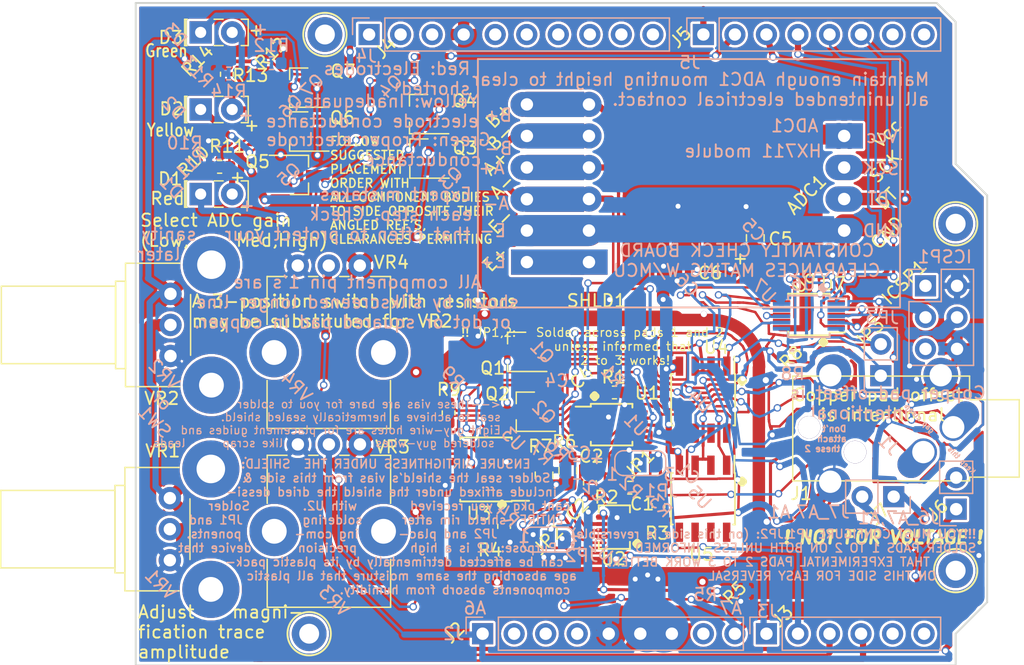
<source format=kicad_pcb>
(kicad_pcb (version 20171130) (host pcbnew 5.1.2-f72e74a~84~ubuntu16.04.1)
  (layers (0 F.Cu signal) (31 B.Cu signal hide) (34 B.Paste user) (35 F.Paste user hide) (36 B.SilkS user hide) (37 F.SilkS user hide) (38 B.Mask user) (39 F.Mask user hide) (44 Edge.Cuts user hide))
  (net 0 "")
  (net 1 /A0)
  (net 2 /A1)
  (net 3 GNDA)
  (net 4 "Net-(ADC1-PadEplus)")
  (net 5 GNDD)
  (net 6 /2)
  (net 7 +5V)
  (net 8 "/3(**)")
  (net 9 "Net-(D1-Pad1)")
  (net 10 "Net-(D1-Pad2)")
  (net 11 "Net-(D2-Pad1)")
  (net 12 "Net-(D3-Pad1)")
  (net 13 "Net-(D3-Pad2)")
  (net 14 "/MOSI(1)")
  (net 15 "/SCK(1)")
  (net 16 /A3)
  (net 17 /A2)
  (net 18 /4)
  (net 19 "/5(**)")
  (net 20 "/6(**)")
  (net 21 /7)
  (net 22 "Net-(JP1-Pad2)")
  (net 23 "Net-(C1-Pad1)")
  (net 24 "Net-(C2-Pad1)")
  (net 25 "Net-(Q1-Pad2)")
  (net 26 "Net-(Q1-Pad1)")
  (net 27 "Net-(Q2-Pad1)")
  (net 28 "Net-(U4-Pad1)")
  (net 29 "Net-(C1-Pad2)")
  (net 30 "Net-(Q3-Pad3)")
  (net 31 "Net-(Q3-Pad2)")
  (net 32 "Net-(Q7-Pad2)")
  (net 33 "Net-(R3-Pad2)")
  (net 34 "Net-(U5-Pad1)")
  (net 35 "Net-(U6-Pad8)")
  (net 36 /1st_stage_guard_trace)
  (net 37 "Net-(C2-Pad2)")
  (net 38 "Net-(R6-Pad1)")
  (net 39 "Net-(R8-Pad1)")
  (net 40 /2nd_stage_guard_trace)
  (net 41 /3rd_stage_guard_trace)
  (net 42 "Net-(J1-PadS)")
  (net 43 /A6)
  (net 44 /A7)
  (net 45 "Net-(JP3-Pad1)")
  (net 46 "Net-(JP3-Pad2)")
  (module multipackage:ADL5315ACPZ-R7 (layer F.Cu) (at 147.92 121.715 180)
    (fp_text reference U2 (at 0.06 -2.545 180) (layer F.SilkS))
    (fp_text value ADL5315)
    (pad 9 smd rect (at 0 0 180) (size 0.6096 1.8796) (layers F.Cu F.Mask) (net 3 GNDA))
    (pad 8 smd rect (at 1.0033 -0.75 180) (size 0.8636 0.3) (layers F.Cu F.Paste F.Mask) (net 26 "Net-(Q1-Pad1)"))
    (pad 7 smd rect (at 1.0033 -0.25 180) (size 0.8636 0.3) (layers F.Cu F.Paste F.Mask) (net 40 /2nd_stage_guard_trace))
    (pad 6 smd rect (at 1.0033 0.25 180) (size 0.8636 0.3) (layers F.Cu F.Paste F.Mask) (net 7 +5V))
    (pad 5 smd rect (at 1.0033 0.75 180) (size 0.8636 0.3) (layers F.Cu F.Paste F.Mask) (net 31 "Net-(Q3-Pad2)"))
    (pad 4 smd rect (at -1.0033 0.75 180) (size 0.8636 0.3) (layers F.Cu F.Paste F.Mask) (net 3 GNDA))
    (pad 3 smd rect (at -1.0033 0.25 180) (size 0.8636 0.3) (layers F.Cu F.Paste F.Mask) (net 24 "Net-(C2-Pad1)"))
    (pad 2 smd rect (at -1.0033 -0.25 180) (size 0.8636 0.3) (layers F.Cu F.Paste F.Mask) (net 24 "Net-(C2-Pad1)"))
    (pad 1 smd rect (at -1.0033 -0.75 180) (size 0.8636 0.3) (layers F.Cu F.Paste F.Mask) (net 33 "Net-(R3-Pad2)"))
  )
  (module multipackage:Masach_Tech_MS26320_26x19.50mm (layer F.Cu) (at 146.11 115.23)
    (fp_text reference SHLD1 (at 0.37 -11.75) (layer F.SilkS))
    (fp_text value Device_RF_Shield_Two_Pieces)
    (pad 1 smd custom (at 13.45 0 90) (size 12.9 1) (layers F.Cu F.Mask) (net 5 GNDD) (options (clearance outline) (anchor rect)) (primitives))
    (pad 1 smd custom (at -13.45 0 90) (size 12.9 1) (layers F.Cu F.Mask) (net 5 GNDD) (options (clearance outline) (anchor rect)) (primitives))
    (pad 1 smd custom (at 0 -10.2) (size 19.4 1) (layers F.Cu F.Mask) (net 5 GNDD) (options (clearance outline) (anchor rect)) (primitives (gr_arc (start 9.72 3.76) (end 13.47 3.76) (angle -90) (width 1)) (gr_arc (start -9.69 3.75) (end -9.69 0) (angle -90) (width 1))))
    (pad 1 smd custom (at 0 10.2) (size 19.4 1) (layers F.Cu F.Mask) (net 5 GNDD) (options (clearance outline) (anchor rect)) (primitives (gr_arc (start -9.7 -3.75) (end -13.45 -3.75) (angle -90) (width 1)) (gr_arc (start 9.7 -3.75) (end 9.7 0) (angle -90) (width 1))))
  )
  (module Package_TO_SOT_SMD:SOT-23_Handsoldering (layer F.Cu) (at 122.53 86.32 180)
    (fp_text reference Q7 (at -3.54 1.33) (layer F.SilkS))
    (fp_text value DMN601K-7)
    (pad 3 smd rect (at 1.5 0 180) (size 1.9 0.8) (layers F.Cu F.Paste F.Mask) (net 12 "Net-(D3-Pad1)"))
    (pad 2 smd rect (at -1.5 0.95 180) (size 1.9 0.8) (layers F.Cu F.Paste F.Mask) (net 32 "Net-(Q7-Pad2)"))
    (pad 1 smd rect (at -1.5 -0.95 180) (size 1.9 0.8) (layers F.Cu F.Paste F.Mask) (net 5 GNDD))
  )
  (module Package_TO_SOT_SMD:SOT-23_Handsoldering (layer F.Cu) (at 122.53 89.85 180)
    (fp_text reference Q6 (at -3.48 1.1) (layer F.SilkS))
    (fp_text value DMN601K-7)
    (pad 3 smd rect (at 1.5 0 180) (size 1.9 0.8) (layers F.Cu F.Paste F.Mask) (net 11 "Net-(D2-Pad1)"))
    (pad 2 smd rect (at -1.5 0.95 180) (size 1.9 0.8) (layers F.Cu F.Paste F.Mask) (net 21 /7))
    (pad 1 smd rect (at -1.5 -0.95 180) (size 1.9 0.8) (layers F.Cu F.Paste F.Mask) (net 5 GNDD))
  )
  (module Package_TO_SOT_SMD:SOT-23_Handsoldering (layer F.Cu) (at 122.53 93.35)
    (fp_text reference Q5 (at -3.35 -1.07) (layer F.SilkS))
    (fp_text value DMN601K-7)
    (pad 3 smd rect (at 1.5 0) (size 1.9 0.8) (layers F.Cu F.Paste F.Mask) (net 9 "Net-(D1-Pad1)"))
    (pad 2 smd rect (at -1.5 0.95) (size 1.9 0.8) (layers F.Cu F.Paste F.Mask) (net 20 "/6(**)"))
    (pad 1 smd rect (at -1.5 -0.95) (size 1.9 0.8) (layers F.Cu F.Paste F.Mask) (net 5 GNDD))
  )
  (module Package_TO_SOT_SMD:SOT-23_Handsoldering (layer F.Cu) (at 132.18 88.45 180)
    (fp_text reference Q4 (at -3.69 1.06) (layer F.SilkS))
    (fp_text value DMN601K-7)
    (pad 3 smd rect (at 1.5 0 180) (size 1.9 0.8) (layers F.Cu F.Paste F.Mask) (net 9 "Net-(D1-Pad1)"))
    (pad 2 smd rect (at -1.5 0.95 180) (size 1.9 0.8) (layers F.Cu F.Paste F.Mask) (net 30 "Net-(Q3-Pad3)"))
    (pad 1 smd rect (at -1.5 -0.95 180) (size 1.9 0.8) (layers F.Cu F.Paste F.Mask) (net 5 GNDD))
  )
  (module Package_TO_SOT_SMD:SOT-23_Handsoldering (layer F.Cu) (at 132.21 92.03 180)
    (fp_text reference Q3 (at -3.69 0.85) (layer F.SilkS))
    (fp_text value DMN601K-7)
    (pad 3 smd rect (at 1.5 0 180) (size 1.9 0.8) (layers F.Cu F.Paste F.Mask) (net 30 "Net-(Q3-Pad3)"))
    (pad 2 smd rect (at -1.5 0.95 180) (size 1.9 0.8) (layers F.Cu F.Paste F.Mask) (net 31 "Net-(Q3-Pad2)"))
    (pad 1 smd rect (at -1.5 -0.95 180) (size 1.9 0.8) (layers F.Cu F.Paste F.Mask) (net 5 GNDD))
  )
  (module "multipackage:HX711 module" (layer B.Cu) (at 153.93 94.02 90)
    (fp_text reference ADC1 (at 4.62 8.51) (layer B.SilkS) (effects (justify mirror)))
    (fp_text value "HX711 module" (at 2.59 5.16) (layer B.SilkS) (effects (justify mirror)))
    (fp_text user GND (at -3.83 15.53 unlocked) (layer B.SilkS) (effects (justify mirror)))
    (fp_text user DT (at -1.27 15.24 unlocked) (layer B.SilkS) (effects (justify mirror)))
    (fp_text user SCK (at 1.18 15.45 unlocked) (layer B.SilkS) (effects (justify mirror)))
    (fp_text user Vcc (at 3.76 15.54 unlocked) (layer B.SilkS) (effects (justify mirror)))
    (fp_text user E+ (at -6.31 -15.81 unlocked) (layer B.SilkS) (effects (justify mirror)))
    (fp_text user E- (at -3.82 -15.81 unlocked) (layer B.SilkS) (effects (justify mirror)))
    (fp_text user A- (at -1.64 -15.53 unlocked) (layer B.SilkS) (effects (justify mirror)))
    (fp_text user A+ (at 1.24 -15.9 unlocked) (layer B.SilkS) (effects (justify mirror)))
    (fp_text user B+ (at 5.48 -15.37 unlocked) (layer B.SilkS) (effects (justify mirror)))
    (fp_text user B- (at 2.81 -15.34 unlocked) (layer B.SilkS) (effects (justify mirror)))
    (pad SCK thru_hole oval (at 1.27 12.5 90) (size 2.032 3) (drill 1) (layers *.Cu *.Mask) (net 8 "/3(**)"))
    (pad VCC thru_hole custom (at 3.81 12.5 90) (size 2.032 3) (drill 1) (layers *.Cu *.Mask) (net 7 +5V) (options (clearance outline) (anchor rect)) (primitives (gr_arc (start 0 0.4) (end -0.7 0.4) (angle -180) (width 0.7)) (gr_arc (start 0 -0.4) (end 0.7 -0.4) (angle -180) (width 0.7))))
    (pad DT thru_hole oval (at -1.27 12.5 90) (size 2.032 3) (drill 1) (layers *.Cu *.Mask) (net 6 /2))
    (pad GND thru_hole oval (at -3.81 12.5 90) (size 2.032 3) (drill 1) (layers *.Cu *.Mask) (net 5 GNDD))
    (pad Aplus thru_hole custom (at 1.27 -13.054 90) (size 2.032 2.032) (drill 1) (layers *.Cu *.Mask) (net 1 /A0) (options (clearance outline) (anchor circle)) (primitives (gr_poly (pts (xy -1.016 0) (xy -1.016 4.6101) (xy 1.016 4.6101) (xy 1.016 0)) (width 0)) (gr_arc (start 0 -0.3175) (end -0.6858 -0.3175) (angle 180) (width 0.635))))
    (pad Bminus thru_hole custom (at 3.81 -13.054 90) (size 2.032 2.032) (drill 1) (layers *.Cu *.Mask) (net 2 /A1) (options (clearance outline) (anchor circle)) (primitives (gr_poly (pts (xy -1.016 0) (xy -1.016 4.6101) (xy 1.016 4.6101) (xy 1.016 0)) (width 0)) (gr_arc (start 0 -0.3175) (end -0.6858 -0.3175) (angle 180) (width 0.635))))
    (pad Bplus thru_hole custom (at 6.35 -13.054 90) (size 2.032 2.032) (drill 1) (layers *.Cu *.Mask) (net 1 /A0) (options (clearance outline) (anchor circle)) (primitives (gr_poly (pts (xy -1.016 0) (xy -1.016 4.6101) (xy 1.016 4.6101) (xy 1.016 0)) (width 0)) (gr_arc (start 0 -0.3175) (end -0.6858 -0.3175) (angle 180) (width 0.635))))
    (pad GNDA thru_hole custom (at -3.81 -13.054 90) (size 2.032 2.032) (drill 1) (layers *.Cu *.Mask) (net 3 GNDA) (options (clearance outline) (anchor circle)) (primitives (gr_poly (pts (xy -1 0) (xy -1 4.6101) (xy 1 4.6101) (xy 1 0)) (width 0)) (gr_arc (start 0 -0.3175) (end -0.6858 -0.3175) (angle 180) (width 0.635))))
    (pad Eplus thru_hole custom (at -6.35 -13.054 90) (size 2.032 2.54) (drill 1) (layers *.Cu *.Mask) (net 4 "Net-(ADC1-PadEplus)") (options (clearance outline) (anchor rect)) (primitives (gr_poly (pts (xy -1.016 0) (xy -1.016 4.6101) (xy 1.016 4.6101) (xy 1.016 0)) (width 0))))
    (pad Eplus thru_hole custom (at -6.35 -8.054 90) (size 2.032 3) (drill 1) (layers *.Cu *.Mask) (net 4 "Net-(ADC1-PadEplus)") (options (clearance outline) (anchor rect)) (primitives))
    (pad GNDA thru_hole custom (at -3.81 -8.054 90) (size 2.032 2.032) (drill 1) (layers *.Cu *.Mask) (net 3 GNDA) (options (clearance outline) (anchor circle)) (primitives))
    (pad Aminus thru_hole circle (at -1.27 -8.054 90) (size 2.032 2.032) (drill 1) (layers *.Cu *.Mask) (net 2 /A1))
    (pad Aplus thru_hole custom (at 1.27 -8.054 90) (size 2.032 2.032) (drill 1) (layers *.Cu *.Mask) (net 1 /A0) (options (clearance outline) (anchor circle)) (primitives))
    (pad Bminus thru_hole custom (at 3.81 -8.054 90) (size 2.032 2.032) (drill 1) (layers *.Cu *.Mask) (net 2 /A1) (options (clearance outline) (anchor circle)) (primitives))
    (pad Aminus thru_hole custom (at -1.28778 -13.054 90) (size 2.032 2.032) (drill 1) (layers *.Cu *.Mask) (net 2 /A1) (options (clearance outline) (anchor circle)) (primitives (gr_poly (pts (xy -1.016 0) (xy -1.016 4.6101) (xy 1.016 4.6101) (xy 1.016 0)) (width 0)) (gr_arc (start 0 -0.3175) (end -0.6858 -0.3175) (angle 180) (width 0.635))))
    (pad Bplus thru_hole custom (at 6.35 -8.054 90) (size 2.032 2.032) (drill 1) (layers *.Cu *.Mask) (net 1 /A0) (options (clearance outline) (anchor circle)) (primitives))
  )
  (module multipackage:NetTie-2_THT_Pad1.0mm (layer B.Cu) (at 166.43 97.83 180)
    (fp_text reference NT1)
    (fp_text value Net-Tie_2)
    (fp_poly (pts (xy 3.01 -0.65) (xy 0.41 -0.65) (xy 0.41 0.65) (xy 3.01 0.65)) (layer B.Cu) (width 0))
    (pad 2 thru_hole oval (at 0 0 270) (size 2.032 3) (drill 1) (layers *.Cu) (net 5 GNDD))
  )
  (module Connector_PinHeader_2.54mm:PinHeader_1x02_P2.54mm_Vertical (layer B.Cu) (at 170.42 119.26 90)
    (fp_text reference J7_A7,A1 (at -1.24 -6.83) (layer B.SilkS) (effects (justify mirror)))
    (fp_text value Conn_01x02_Female)
    (pad 2 thru_hole oval (at 0 -2.54 90) (size 1.7 1.7) (drill 1) (layers *.Cu *.Mask) (net 43 /A6))
    (pad 1 thru_hole rect (at 0 0 90) (size 1.7 1.7) (drill 1) (layers *.Cu *.Mask) (net 44 /A7))
  )
  (module Connector_PinHeader_2.54mm:PinHeader_1x02_P2.54mm_Vertical (layer B.Cu) (at 175.45 120.27)
    (fp_text reference J6_A7,A1 (at -4.64 0.7) (layer B.SilkS) (effects (justify mirror)))
    (fp_text value Conn_01x02_gender_unknown)
    (pad 2 thru_hole oval (at 0 -2.54) (size 1.7 1.7) (drill 1) (layers *.Cu *.Mask) (net 44 /A7))
    (pad 1 thru_hole rect (at 0 0) (size 1.7 1.7) (drill 1) (layers *.Cu *.Mask) (net 43 /A6))
  )
  (module Connector_PinHeader_2.54mm:PinHeader_1x09_P2.54mm_Vertical (layer B.Cu) (at 137.31 130.3 270)
    (fp_text reference J2 (at 0 2.33) (layer B.SilkS) (effects (justify mirror)))
    (fp_text value Power)
    (pad 9 thru_hole oval (at 0 -20.32 270) (size 1.7 1.7) (drill 1) (layers *.Cu *.Mask) (net 44 /A7))
    (pad 8 thru_hole oval (at 0 -17.78 270) (size 1.7 1.7) (drill 1) (layers *.Cu *.Mask))
    (pad 7 thru_hole oval (at 0 -15.24 270) (size 1.7 1.7) (drill 1) (layers *.Cu *.Mask) (net 5 GNDD))
    (pad 6 thru_hole oval (at 0 -12.7 270) (size 1.7 1.7) (drill 1) (layers *.Cu *.Mask) (net 5 GNDD))
    (pad 5 thru_hole oval (at 0 -10.16 270) (size 1.7 1.7) (drill 1) (layers *.Cu *.Mask) (net 7 +5V))
    (pad 4 thru_hole oval (at 0 -7.62 270) (size 1.7 1.7) (drill 1) (layers *.Cu *.Mask))
    (pad 3 thru_hole oval (at 0 -5.08 270) (size 1.7 1.7) (drill 1) (layers *.Cu *.Mask))
    (pad 2 thru_hole oval (at 0 -2.54 270) (size 1.7 1.7) (drill 1) (layers *.Cu *.Mask))
    (pad 1 thru_hole rect (at 0 0 270) (size 1.7 1.7) (drill 1) (layers *.Cu *.Mask) (net 43 /A6))
  )
  (module Capacitor_SMD:C_0402_1005Metric (layer F.Cu) (at 153.92 100.61 270)
    (fp_text reference C6 (at 0.63 -1.72 180) (layer F.SilkS))
    (fp_text value "0.1 µF")
    (pad 2 smd roundrect (at 0.485 0 270) (size 0.59 0.64) (layers F.Cu F.Paste F.Mask) (net 7 +5V))
    (pad 1 smd roundrect (at -0.485 0 270) (size 0.59 0.64) (layers F.Cu F.Paste F.Mask) (net 3 GNDA))
  )
  (module Capacitor_SMD:C_0402_1005Metric (layer B.Cu) (at 144.91 110.16 180)
    (fp_text reference C4 (at 1.64 0.24) (layer B.SilkS) (effects (justify mirror)))
    (fp_text value "0.1 µF")
    (pad 2 smd roundrect (at 0.485 0 180) (size 0.59 0.64) (layers B.Cu B.Paste B.Mask) (net 3 GNDA))
    (pad 1 smd roundrect (at -0.485 0 180) (size 0.59 0.64) (layers B.Cu B.Paste B.Mask) (net 7 +5V))
  )
  (module Capacitor_SMD:C_0805_2012Metric (layer F.Cu) (at 159.27 98.42 90)
    (fp_text reference C5 (at -0.08 2.04 180) (layer F.SilkS))
    (fp_text value "2.2 µF")
    (pad 2 smd roundrect (at 0.9375 0 90) (size 0.975 1.4) (layers F.Cu F.Paste F.Mask) (net 3 GNDA))
    (pad 1 smd roundrect (at -0.9375 0 90) (size 0.975 1.4) (layers F.Cu F.Paste F.Mask) (net 7 +5V))
  )
  (module Capacitor_SMD:C_0805_2012Metric (layer B.Cu) (at 144.91 117.13 180)
    (fp_text reference C3 (at -0.18 1.37) (layer B.SilkS) (effects (justify mirror)))
    (fp_text value "2.2 µF")
    (pad 2 smd roundrect (at 0.9375 0 180) (size 0.975 1.4) (layers B.Cu B.Paste B.Mask) (net 3 GNDA))
    (pad 1 smd roundrect (at -0.9375 0 180) (size 0.975 1.4) (layers B.Cu B.Paste B.Mask) (net 7 +5V))
  )
  (module Resistor_SMD:R_0603_1608Metric (layer B.Cu) (at 116.86 85.18)
    (fp_text reference R14 (at 0 1.43) (layer B.SilkS) (effects (justify mirror)))
    (fp_text value "470 Ω")
    (pad 2 smd roundrect (at 0.7875 0) (size 0.875 0.95) (layers B.Cu B.Paste B.Mask) (net 13 "Net-(D3-Pad2)"))
    (pad 1 smd roundrect (at -0.7875 0) (size 0.875 0.95) (layers B.Cu B.Paste B.Mask) (net 7 +5V))
  )
  (module Resistor_SMD:R_0603_1608Metric (layer F.Cu) (at 116.13 92.7)
    (fp_text reference R11 (at 0.61 -1.66) (layer F.SilkS))
    (fp_text value "470 Ω")
    (pad 2 smd roundrect (at 0.7875 0) (size 0.875 0.95) (layers F.Cu F.Paste F.Mask) (net 10 "Net-(D1-Pad2)"))
    (pad 1 smd roundrect (at -0.7875 0) (size 0.875 0.95) (layers F.Cu F.Paste F.Mask) (net 7 +5V))
  )
  (module Resistor_SMD:R_0603_1608Metric (layer F.Cu) (at 116.71 85.24 270)
    (fp_text reference R13 (at 0.1 -1.9 180) (layer F.SilkS))
    (fp_text value "1 MΩ")
    (pad 2 smd roundrect (at 0.7875 0 270) (size 0.875 0.95) (layers F.Cu F.Paste F.Mask) (net 10 "Net-(D1-Pad2)"))
    (pad 1 smd roundrect (at -0.7875 0 270) (size 0.875 0.95) (layers F.Cu F.Paste F.Mask) (net 32 "Net-(Q7-Pad2)"))
  )
  (module Resistor_SMD:R_0603_1608Metric (layer B.Cu) (at 120.3 84.35 180)
    (fp_text reference R12 (at 0 1.43) (layer B.SilkS) (effects (justify mirror)))
    (fp_text value "1 MΩ")
    (pad 2 smd roundrect (at 0.7875 0 180) (size 0.875 0.95) (layers B.Cu B.Paste B.Mask) (net 32 "Net-(Q7-Pad2)"))
    (pad 1 smd roundrect (at -0.7875 0 180) (size 0.875 0.95) (layers B.Cu B.Paste B.Mask) (net 5 GNDD))
  )
  (module Resistor_SMD:R_0603_1608Metric (layer B.Cu) (at 116.07 91.58)
    (fp_text reference R10 (at -2.75 -0.8) (layer B.SilkS) (effects (justify mirror)))
    (fp_text value "1 MΩ")
    (pad 2 smd roundrect (at 0.7875 0) (size 0.875 0.95) (layers B.Cu B.Paste B.Mask) (net 30 "Net-(Q3-Pad3)"))
    (pad 1 smd roundrect (at -0.7875 0) (size 0.875 0.95) (layers B.Cu B.Paste B.Mask) (net 7 +5V))
  )
  (module Resistor_SMD:R_0603_1608Metric (layer F.Cu) (at 134.57 112.52 270)
    (fp_text reference R9 (at -1.89 -0.03 180) (layer F.SilkS))
    (fp_text value "27 Ω")
    (pad 2 smd roundrect (at 0.7875 0 270) (size 0.875 0.95) (layers F.Cu F.Paste F.Mask) (net 1 /A0))
    (pad 1 smd roundrect (at -0.7875 0 270) (size 0.875 0.95) (layers F.Cu F.Paste F.Mask) (net 41 /3rd_stage_guard_trace))
  )
  (module Resistor_SMD:R_0603_1608Metric (layer B.Cu) (at 162.23 108.02)
    (fp_text reference R8 (at 0.05 1.34 180) (layer B.SilkS) (effects (justify mirror)))
    (fp_text value "100 Ω")
    (pad 2 smd roundrect (at 0.7875 0) (size 0.875 0.95) (layers B.Cu B.Paste B.Mask) (net 45 "Net-(JP3-Pad1)"))
    (pad 1 smd roundrect (at -0.7875 0) (size 0.875 0.95) (layers B.Cu B.Paste B.Mask) (net 39 "Net-(R8-Pad1)"))
  )
  (module Resistor_SMD:R_0603_1608Metric (layer B.Cu) (at 157.7225 126.89)
    (fp_text reference R5 (at -2.4725 0.26) (layer B.SilkS) (effects (justify mirror)))
    (fp_text value "10 KΩ")
    (pad 2 smd roundrect (at 0.7875 0) (size 0.875 0.95) (layers B.Cu B.Paste B.Mask) (net 7 +5V))
    (pad 1 smd roundrect (at -0.7875 0) (size 0.875 0.95) (layers B.Cu B.Paste B.Mask) (net 31 "Net-(Q3-Pad2)"))
  )
  (module multipackage:Potentiometer_Bourns_PTV09A-1_Single_Vertical (layer F.Cu) (at 122.42 100.65 270)
    (fp_text reference VR4 (at -0.26 -7.54 180) (layer F.SilkS))
    (fp_text value "200 KΩ")
    (pad 1 thru_hole circle (at 0 -5 270) (size 1.8 1.8) (drill 1) (layers *.Cu *.Mask) (net 5 GNDD))
    (pad 2 thru_hole circle (at 0 -2.5 270) (size 1.8 1.8) (drill 1) (layers *.Cu *.Mask) (net 44 /A7))
    (pad 3 thru_hole circle (at 0 0 270) (size 1.8 1.8) (drill 1) (layers *.Cu *.Mask) (net 7 +5V))
    (pad "" np_thru_hole circle (at 7 -6.9 270) (size 4 4) (drill 2) (layers *.Cu *.Mask))
    (pad "" np_thru_hole circle (at 7 1.9 270) (size 4 4) (drill 2) (layers *.Cu *.Mask))
  )
  (module multipackage:Potentiometer_Bourns_PTV09A-1_Single_Vertical (layer F.Cu) (at 122.43 115.05 270)
    (fp_text reference VR3 (at 0.21 -7.63 180) (layer F.SilkS))
    (fp_text value "200 KΩ")
    (pad 1 thru_hole circle (at 0 -5 270) (size 1.8 1.8) (drill 1) (layers *.Cu *.Mask) (net 5 GNDD))
    (pad 2 thru_hole circle (at 0 -2.5 270) (size 1.8 1.8) (drill 1) (layers *.Cu *.Mask) (net 43 /A6))
    (pad 3 thru_hole circle (at 0 0 270) (size 1.8 1.8) (drill 1) (layers *.Cu *.Mask) (net 7 +5V))
    (pad "" np_thru_hole circle (at 7 -6.9 270) (size 4 4) (drill 2) (layers *.Cu *.Mask))
    (pad "" np_thru_hole circle (at 7 1.9 270) (size 4 4) (drill 2) (layers *.Cu *.Mask))
  )
  (module multipackage:Jack_3.5mm_CUI_SJ1-3534NS_Horizontal_CircularHoles (layer F.Cu) (at 175.21 113.67 270)
    (fp_text reference J1 (at 5.34 12.24 180) (layer F.SilkS))
    (fp_text value Conn_3.5mm)
    (pad G thru_hole oval (at 4.39 9.9 315) (size 2.799999 2.799999) (drill 1.8 (offset 0.4 0)) (layers *.Cu *.Mask) (net 5 GNDD))
    (pad G thru_hole oval (at -4.19 9.9 45) (size 2.799999 2.799999) (drill 1.8 (offset 0.4 0)) (layers *.Cu *.Mask) (net 5 GNDD))
    (pad G thru_hole circle (at -4.19 1 270) (size 2.799999 2.799999) (drill 1.8) (layers *.Cu *.Mask) (net 5 GNDD))
    (pad TN thru_hole circle (at 2 7.9 270) (size 1.81 1.81) (drill 1.8) (layers *.Cu *.Mask))
    (pad T thru_hole oval (at 2 2.4 225) (size 3.6 2.2) (drill 1.8 (offset 0.7 0)) (layers *.Cu *.Mask) (net 23 "Net-(C1-Pad1)"))
    (pad S thru_hole oval (at 0 0 225) (size 3.6 2.2) (drill 1.8 (offset -0.7 0)) (layers *.Cu *.Mask) (net 42 "Net-(J1-PadS)"))
    (pad R thru_hole circle (at 0 11.6 270) (size 1.81 1.81) (drill 1.8) (layers *.Cu *.Mask))
  )
  (module Resistor_SMD:R_0603_1608Metric (layer F.Cu) (at 147.93 110.87)
    (fp_text reference R1 (at -0.06 -1.24) (layer F.SilkS))
    (fp_text value "100 Ω")
    (pad 2 smd roundrect (at 0.7875 0) (size 0.875 0.95) (layers F.Cu F.Paste F.Mask) (net 42 "Net-(J1-PadS)"))
    (pad 1 smd roundrect (at -0.7875 0) (size 0.875 0.95) (layers F.Cu F.Paste F.Mask) (net 3 GNDA))
  )
  (module multipackage:Potentiometer_Bourns_PTV09A-2_Single_Horizontal (layer F.Cu) (at 112.17 105.43 180)
    (fp_text reference VR2 (at 0.7 -5.92) (layer F.SilkS))
    (fp_text value "200 KΩ")
    (pad 3 thru_hole circle (at 0 -2.5 180) (size 1.8 1.8) (drill 1) (layers *.Cu *.Mask) (net 7 +5V))
    (pad 2 thru_hole circle (at 0 0 180) (size 1.8 1.8) (drill 1) (layers *.Cu *.Mask) (net 16 /A3))
    (pad 1 thru_hole circle (at 0 2.5 180) (size 1.8 1.8) (drill 1) (layers *.Cu *.Mask) (net 5 GNDD))
    (pad "" thru_hole circle (at -3.3 -4.85 180) (size 4.600001 4.600001) (drill 2) (layers *.Cu *.Mask))
    (pad "" thru_hole circle (at -3.3 4.85 180) (size 4.6 4.6) (drill 2.3) (layers *.Cu *.Mask))
  )
  (module Package_SO:SOIC-8_3.9x4.9mm_P1.27mm (layer F.Cu) (at 155.06 119.43 270)
    (fp_text reference U5 (at 4.48 0.13 180) (layer F.SilkS))
    (fp_text value LM334M)
    (pad 8 smd rect (at 2.7 -1.905 270) (size 1.55 0.6) (layers F.Cu F.Paste F.Mask))
    (pad 7 smd rect (at 2.7 -0.635 270) (size 1.55 0.6) (layers F.Cu F.Paste F.Mask))
    (pad 6 smd rect (at 2.7 0.635 270) (size 1.55 0.6) (layers F.Cu F.Paste F.Mask))
    (pad 5 smd rect (at 2.7 1.905 270) (size 1.55 0.6) (layers F.Cu F.Paste F.Mask))
    (pad 4 smd rect (at -2.7 1.905 270) (size 1.55 0.6) (layers F.Cu F.Paste F.Mask) (net 7 +5V))
    (pad 3 smd rect (at -2.7 0.635 270) (size 1.55 0.6) (layers F.Cu F.Paste F.Mask) (net 46 "Net-(JP3-Pad2)"))
    (pad 2 smd rect (at -2.7 -0.635 270) (size 1.55 0.6) (layers F.Cu F.Paste F.Mask) (net 46 "Net-(JP3-Pad2)"))
    (pad 1 smd rect (at -2.7 -1.905 270) (size 1.55 0.6) (layers F.Cu F.Paste F.Mask) (net 34 "Net-(U5-Pad1)"))
  )
  (module Package_SO:SOIC-8_3.9x4.9mm_P1.27mm (layer F.Cu) (at 155.07 111.45 270)
    (fp_text reference U4 (at -4.21 -1.06 180) (layer F.SilkS))
    (fp_text value LM334M)
    (pad 8 smd rect (at 2.7 -1.905 270) (size 1.55 0.6) (layers F.Cu F.Paste F.Mask))
    (pad 7 smd rect (at 2.7 -0.635 270) (size 1.55 0.6) (layers F.Cu F.Paste F.Mask))
    (pad 6 smd rect (at 2.7 0.635 270) (size 1.55 0.6) (layers F.Cu F.Paste F.Mask))
    (pad 5 smd rect (at 2.7 1.905 270) (size 1.55 0.6) (layers F.Cu F.Paste F.Mask))
    (pad 4 smd rect (at -2.7 1.905 270) (size 1.55 0.6) (layers F.Cu F.Paste F.Mask) (net 7 +5V))
    (pad 3 smd rect (at -2.7 0.635 270) (size 1.55 0.6) (layers F.Cu F.Paste F.Mask) (net 25 "Net-(Q1-Pad2)"))
    (pad 2 smd rect (at -2.7 -0.635 270) (size 1.55 0.6) (layers F.Cu F.Paste F.Mask) (net 25 "Net-(Q1-Pad2)"))
    (pad 1 smd rect (at -2.7 -1.905 270) (size 1.55 0.6) (layers F.Cu F.Paste F.Mask) (net 28 "Net-(U4-Pad1)"))
  )
  (module multipackage:Potentiometer_Bourns_PTV09A-2_Single_Horizontal (layer F.Cu) (at 112.12 121.88 180)
    (fp_text reference VR1 (at 0.57 6.3) (layer F.SilkS))
    (fp_text value "200 KΩ")
    (pad 3 thru_hole circle (at 0 -2.5 180) (size 1.8 1.8) (drill 1) (layers *.Cu *.Mask) (net 7 +5V))
    (pad 2 thru_hole circle (at 0 0 180) (size 1.8 1.8) (drill 1) (layers *.Cu *.Mask) (net 17 /A2))
    (pad 1 thru_hole circle (at 0 2.5 180) (size 1.8 1.8) (drill 1) (layers *.Cu *.Mask) (net 5 GNDD))
    (pad "" thru_hole circle (at -3.3 -4.85 180) (size 4.600001 4.600001) (drill 2) (layers *.Cu *.Mask))
    (pad "" thru_hole circle (at -3.3 4.85 180) (size 4.6 4.6) (drill 2.3) (layers *.Cu *.Mask))
  )
  (module Package_SO:SOIC-8_3.9x4.9mm_P1.27mm (layer F.Cu) (at 137.58 117.07 180)
    (fp_text reference U3 (at 0.56 -3.54 180) (layer F.SilkS))
    (fp_text value REF200AU)
    (pad 1 smd rect (at -2.7 -1.905 180) (size 1.55 0.6) (layers F.Cu F.Paste F.Mask) (net 40 /2nd_stage_guard_trace))
    (pad 2 smd rect (at -2.7 -0.635 180) (size 1.55 0.6) (layers F.Cu F.Paste F.Mask) (net 38 "Net-(R6-Pad1)"))
    (pad 3 smd rect (at -2.7 0.635 180) (size 1.55 0.6) (layers F.Cu F.Paste F.Mask) (net 3 GNDA))
    (pad 4 smd rect (at -2.7 1.905 180) (size 1.55 0.6) (layers F.Cu F.Paste F.Mask) (net 27 "Net-(Q2-Pad1)"))
    (pad 5 smd rect (at 2.7 1.905 180) (size 1.55 0.6) (layers F.Cu F.Paste F.Mask) (net 26 "Net-(Q1-Pad1)"))
    (pad 6 smd rect (at 2.7 0.635 180) (size 1.55 0.6) (layers F.Cu F.Paste F.Mask))
    (pad 7 smd rect (at 2.7 -0.635 180) (size 1.55 0.6) (layers F.Cu F.Paste F.Mask) (net 7 +5V))
    (pad 8 smd rect (at 2.7 -1.905 180) (size 1.55 0.6) (layers F.Cu F.Paste F.Mask) (net 7 +5V))
  )
  (module Jumper:SolderJumper-3_P1.3mm_Open_RoundedPad1.0x1.5mm_NumberLabels (layer B.Cu) (at 142.63 122.72)
    (fp_text reference JP2 (at 2.64 1.29) (layer B.SilkS) (effects (justify mirror)))
    (fp_text value C2_bias_reducer)
    (fp_text user 1 (at -1.98 -0.25) (layer B.SilkS) (effects (justify mirror)))
    (fp_text user 3 (at 2.15 0.28) (layer B.SilkS) (effects (justify mirror)))
    (pad 2 smd rect (at 0 0) (size 1 1.5) (layers B.Cu B.Mask) (net 37 "Net-(C2-Pad2)"))
    (pad 3 smd custom (at 1.3 0) (size 1 0.5) (layers B.Cu B.Mask) (net 36 /1st_stage_guard_trace) (options (clearance outline) (anchor rect)) (primitives (gr_circle (center 0 -0.25) (end 0.5 -0.25) (width 0)) (gr_circle (center 0 0.25) (end 0.5 0.25) (width 0)) (gr_poly (pts (xy -0.55 0.75) (xy 0 0.75) (xy 0 -0.75) (xy -0.55 -0.75)) (width 0))))
    (pad 1 smd custom (at -1.3 0) (size 1 0.5) (layers B.Cu B.Mask) (net 3 GNDA) (options (clearance outline) (anchor rect)) (primitives (gr_circle (center 0 -0.25) (end 0.5 -0.25) (width 0)) (gr_circle (center 0 0.25) (end 0.5 0.25) (width 0)) (gr_poly (pts (xy 0.55 0.75) (xy 0 0.75) (xy 0 -0.75) (xy 0.55 -0.75)) (width 0))))
  )
  (module Jumper:SolderJumper-3_P1.3mm_Open_RoundedPad1.0x1.5mm_NumberLabels (layer B.Cu) (at 150.01 116.56)
    (fp_text reference JP1 (at 1.68 2.24) (layer B.SilkS) (effects (justify mirror)))
    (fp_text value C1_leak_mitigator)
    (fp_text user 1 (at -2.26 0.9) (layer B.SilkS) (effects (justify mirror)))
    (fp_text user 3 (at 2.34 0.92) (layer B.SilkS) (effects (justify mirror)))
    (pad 2 smd rect (at 0 0) (size 1 1.5) (layers B.Cu B.Mask) (net 22 "Net-(JP1-Pad2)"))
    (pad 3 smd custom (at 1.3 0) (size 1 0.5) (layers B.Cu B.Mask) (net 36 /1st_stage_guard_trace) (options (clearance outline) (anchor rect)) (primitives (gr_circle (center 0 -0.25) (end 0.5 -0.25) (width 0)) (gr_circle (center 0 0.25) (end 0.5 0.25) (width 0)) (gr_poly (pts (xy -0.55 0.75) (xy 0 0.75) (xy 0 -0.75) (xy -0.55 -0.75)) (width 0))))
    (pad 1 smd custom (at -1.3 0) (size 1 0.5) (layers B.Cu B.Mask) (net 3 GNDA) (options (clearance outline) (anchor rect)) (primitives (gr_circle (center 0 -0.25) (end 0.5 -0.25) (width 0)) (gr_circle (center 0 0.25) (end 0.5 0.25) (width 0)) (gr_poly (pts (xy 0.55 0.75) (xy 0 0.75) (xy 0 -0.75) (xy 0.55 -0.75)) (width 0))))
  )
  (module Package_SO:MSOP-10_3x3mm_P0.5mm (layer F.Cu) (at 163.59 104.59 180)
    (fp_text reference U7 (at -1.97 2.49) (layer F.SilkS))
    (fp_text value MCP4262-104E_UN)
    (pad 10 smd rect (at 2.2 -1 180) (size 1.4 0.3) (layers F.Cu F.Paste F.Mask) (net 7 +5V))
    (pad 9 smd rect (at 2.2 -0.5 180) (size 1.4 0.3) (layers F.Cu F.Paste F.Mask))
    (pad 8 smd rect (at 2.2 0 180) (size 1.4 0.3) (layers F.Cu F.Paste F.Mask) (net 35 "Net-(U6-Pad8)"))
    (pad 7 smd rect (at 2.2 0.5 180) (size 1.4 0.3) (layers F.Cu F.Paste F.Mask) (net 25 "Net-(Q1-Pad2)"))
    (pad 6 smd rect (at 2.2 1 180) (size 1.4 0.3) (layers F.Cu F.Paste F.Mask) (net 34 "Net-(U5-Pad1)"))
    (pad 5 smd rect (at -2.2 1 180) (size 1.4 0.3) (layers F.Cu F.Paste F.Mask) (net 39 "Net-(R8-Pad1)"))
    (pad 4 smd rect (at -2.2 0.5 180) (size 1.4 0.3) (layers F.Cu F.Paste F.Mask) (net 5 GNDD))
    (pad 3 smd rect (at -2.2 0 180) (size 1.4 0.3) (layers F.Cu F.Paste F.Mask) (net 14 "/MOSI(1)"))
    (pad 2 smd rect (at -2.2 -0.5 180) (size 1.4 0.3) (layers F.Cu F.Paste F.Mask) (net 15 "/SCK(1)"))
    (pad 1 smd rect (at -2.2 -1 180) (size 1.4 0.3) (layers F.Cu F.Paste F.Mask) (net 19 "/5(**)"))
  )
  (module Resistor_SMD:R_0603_1608Metric (layer F.Cu) (at 139.04 121.65 270)
    (fp_text reference R4 (at 1.91 1.13 180) (layer F.SilkS))
    (fp_text value "10 KΩ")
    (pad 2 smd roundrect (at 0.7875 0 270) (size 0.875 0.95) (layers F.Cu F.Paste F.Mask) (net 3 GNDA))
    (pad 1 smd roundrect (at -0.7875 0 270) (size 0.875 0.95) (layers F.Cu F.Paste F.Mask) (net 40 /2nd_stage_guard_trace))
  )
  (module Resistor_SMD:R_0603_1608Metric (layer F.Cu) (at 151.47 119.99 270)
    (fp_text reference R3 (at 2.22 0.1 180) (layer F.SilkS))
    (fp_text value "100 Ω")
    (pad 2 smd roundrect (at 0.7875 0 270) (size 0.875 0.95) (layers F.Cu F.Paste F.Mask) (net 33 "Net-(R3-Pad2)"))
    (pad 1 smd roundrect (at -0.7875 0 270) (size 0.875 0.95) (layers F.Cu F.Paste F.Mask) (net 23 "Net-(C1-Pad1)"))
  )
  (module Resistor_SMD:R_0603_1608Metric (layer F.Cu) (at 149.16 118.54 180)
    (fp_text reference R2 (at 1.87 -0.77) (layer F.SilkS))
    (fp_text value "3.9 KΩ")
    (pad 2 smd roundrect (at 0.7875 0 180) (size 0.875 0.95) (layers F.Cu F.Paste F.Mask) (net 22 "Net-(JP1-Pad2)"))
    (pad 1 smd roundrect (at -0.7875 0 180) (size 0.875 0.95) (layers F.Cu F.Paste F.Mask) (net 29 "Net-(C1-Pad2)"))
  )
  (module multipackage:LED_Rectangular_W5.0mm_H2.0mm_yellow (layer F.Cu) (at 114.6 88.08)
    (fp_text reference D2 (at -2.34 -0.05 180) (layer F.SilkS))
    (fp_text value "Yellow: Inadequate electrode conductance")
    (pad 2 thru_hole circle (at 2.54 0) (size 1.8 1.8) (drill 0.9) (layers *.Cu *.Mask) (net 10 "Net-(D1-Pad2)"))
    (pad 1 thru_hole rect (at 0 0) (size 1.8 1.8) (drill 0.9) (layers *.Cu *.Mask) (net 11 "Net-(D2-Pad1)"))
  )
  (module multipackage:LED_Rectangular_W5.0mm_H2.0mm_green (layer F.Cu) (at 114.6 81.87)
    (fp_text reference D3 (at -2.41 0.41 180) (layer F.SilkS))
    (fp_text value "Green: Proper electrode conductance")
    (pad 1 thru_hole rect (at 0 0) (size 1.8 1.8) (drill 0.9) (layers *.Cu *.Mask) (net 12 "Net-(D3-Pad1)"))
    (pad 2 thru_hole circle (at 2.54 0) (size 1.8 1.8) (drill 0.9) (layers *.Cu *.Mask) (net 13 "Net-(D3-Pad2)"))
  )
  (module TestPoint:TestPoint_Keystone_5010-5014_Multipurpose (layer F.Cu) (at 124.61 82.04)
    (fp_text reference P3 hide)
    (fp_text value CONN_01X01)
    (pad 1 thru_hole circle (at 0 0) (size 2.8 2.8) (drill 1.6) (layers *.Cu *.Mask))
  )
  (module Connector_PinHeader_2.54mm:PinHeader_1x08_P2.54mm_Vertical (layer B.Cu) (at 155.09 82.04 270)
    (fp_text reference J5 (at 2.26 1.09) (layer B.SilkS) (effects (justify mirror)))
    (fp_text value Digital)
    (pad 1 thru_hole rect (at 0 0 270) (size 1.7 1.7) (drill 1) (layers *.Cu *.Mask) (net 21 /7))
    (pad 2 thru_hole oval (at 0 -2.54 270) (size 1.7 1.7) (drill 1) (layers *.Cu *.Mask) (net 20 "/6(**)"))
    (pad 3 thru_hole oval (at 0 -5.08 270) (size 1.7 1.7) (drill 1) (layers *.Cu *.Mask) (net 19 "/5(**)"))
    (pad 4 thru_hole oval (at 0 -7.62 270) (size 1.7 1.7) (drill 1) (layers *.Cu *.Mask) (net 18 /4))
    (pad 5 thru_hole oval (at 0 -10.16 270) (size 1.7 1.7) (drill 1) (layers *.Cu *.Mask) (net 8 "/3(**)"))
    (pad 6 thru_hole oval (at 0 -12.7 270) (size 1.7 1.7) (drill 1) (layers *.Cu *.Mask) (net 6 /2))
    (pad 7 thru_hole oval (at 0 -15.24 270) (size 1.7 1.7) (drill 1) (layers *.Cu *.Mask))
    (pad 8 thru_hole oval (at 0 -17.78 270) (size 1.7 1.7) (drill 1) (layers *.Cu *.Mask))
  )
  (module TestPoint:TestPoint_Keystone_5010-5014_Multipurpose (layer F.Cu) (at 175.41 97.28)
    (fp_text reference P4 hide)
    (fp_text value CONN_01X01)
    (pad 1 thru_hole circle (at 0 0) (size 2.8 2.8) (drill 1.6) (layers *.Cu *.Mask))
  )
  (module Connector_PinSocket_2.54mm:PinSocket_2x03_P2.54mm_Vertical (layer B.Cu) (at 172.98 102.28 180)
    (fp_text reference ICSP1 (at -1.55 2.33) (layer B.SilkS) (effects (justify mirror)))
    (fp_text value "ICSP Socket")
    (pad 1 thru_hole rect (at 0 0 180) (size 1.7 1.7) (drill 1) (layers *.Cu *.Mask))
    (pad 2 thru_hole oval (at -2.54 0 180) (size 1.7 1.7) (drill 1) (layers *.Cu *.Mask) (net 7 +5V))
    (pad 3 thru_hole oval (at 0 -2.54 180) (size 1.7 1.7) (drill 1) (layers *.Cu *.Mask) (net 15 "/SCK(1)"))
    (pad 4 thru_hole oval (at -2.54 -2.54 180) (size 1.7 1.7) (drill 1) (layers *.Cu *.Mask) (net 14 "/MOSI(1)"))
    (pad 5 thru_hole oval (at 0 -5.08 180) (size 1.7 1.7) (drill 1) (layers *.Cu *.Mask))
    (pad 6 thru_hole oval (at -2.54 -5.08 180) (size 1.7 1.7) (drill 1) (layers *.Cu *.Mask) (net 5 GNDD))
  )
  (module Connector_PinHeader_2.54mm:PinHeader_1x10_P2.54mm_Vertical (layer B.Cu) (at 128.166 82.04 270)
    (fp_text reference J4 (at 1.75 0.226) (layer B.SilkS) (effects (justify mirror)))
    (fp_text value Digital)
    (pad 1 thru_hole rect (at 0 0 270) (size 1.7 1.7) (drill 1) (layers *.Cu *.Mask))
    (pad 2 thru_hole oval (at 0 -2.54 270) (size 1.7 1.7) (drill 1) (layers *.Cu *.Mask))
    (pad 3 thru_hole oval (at 0 -5.08 270) (size 1.7 1.7) (drill 1) (layers *.Cu *.Mask))
    (pad 4 thru_hole oval (at 0 -7.62 270) (size 1.7 1.7) (drill 1) (layers *.Cu *.Mask) (net 5 GNDD))
    (pad 5 thru_hole oval (at 0 -10.16 270) (size 1.7 1.7) (drill 1) (layers *.Cu *.Mask))
    (pad 6 thru_hole oval (at 0 -12.7 270) (size 1.7 1.7) (drill 1) (layers *.Cu *.Mask))
    (pad 7 thru_hole oval (at 0 -15.24 270) (size 1.7 1.7) (drill 1) (layers *.Cu *.Mask))
    (pad 8 thru_hole oval (at 0 -17.78 270) (size 1.7 1.7) (drill 1) (layers *.Cu *.Mask))
    (pad 9 thru_hole oval (at 0 -20.32 270) (size 1.7 1.7) (drill 1) (layers *.Cu *.Mask))
    (pad 10 thru_hole oval (at 0 -22.86 270) (size 1.7 1.7) (drill 1) (layers *.Cu *.Mask))
  )
  (module TestPoint:TestPoint_Keystone_5010-5014_Multipurpose (layer F.Cu) (at 123.34 130.3)
    (fp_text reference P1 hide)
    (fp_text value CONN_01X01)
    (pad 1 thru_hole circle (at 0 0) (size 2.8 2.8) (drill 1.6) (layers *.Cu *.Mask))
  )
  (module TestPoint:TestPoint_Keystone_5010-5014_Multipurpose (layer F.Cu) (at 175.41 125.22)
    (fp_text reference P2 hide)
    (fp_text value CONN_01X01)
    (pad 1 thru_hole circle (at 0 0) (size 2.8 2.8) (drill 1.6) (layers *.Cu *.Mask))
  )
  (module Connector_PinHeader_2.54mm:PinHeader_1x06_P2.54mm_Vertical (layer B.Cu) (at 160.17 130.3 270)
    (fp_text reference J3 (at -1.8 -0.11) (layer B.SilkS) (effects (justify mirror)))
    (fp_text value Analog)
    (pad 1 thru_hole rect (at 0 0 270) (size 1.7 1.7) (drill 1) (layers *.Cu *.Mask) (net 1 /A0))
    (pad 2 thru_hole oval (at 0 -2.54 270) (size 1.7 1.7) (drill 1) (layers *.Cu *.Mask) (net 2 /A1))
    (pad 3 thru_hole oval (at 0 -5.08 270) (size 1.7 1.7) (drill 1) (layers *.Cu *.Mask) (net 17 /A2))
    (pad 4 thru_hole oval (at 0 -7.62 270) (size 1.7 1.7) (drill 1) (layers *.Cu *.Mask) (net 16 /A3))
    (pad 5 thru_hole oval (at 0 -10.16 270) (size 1.7 1.7) (drill 1) (layers *.Cu *.Mask))
    (pad 6 thru_hole oval (at 0 -12.7 270) (size 1.7 1.7) (drill 1) (layers *.Cu *.Mask))
  )
  (module multipackage:LED_Rectangular_W5.0mm_H2.0mm (layer F.Cu) (at 114.6 94.89)
    (fp_text reference D1 (at -2.44 -1.22 180) (layer F.SilkS))
    (fp_text value "Red: Electrodes shorted")
    (pad 2 thru_hole circle (at 2.54 0) (size 1.8 1.8) (drill 0.9) (layers *.Cu *.Mask) (net 10 "Net-(D1-Pad2)"))
    (pad 1 thru_hole rect (at 0 0) (size 1.8 1.8) (drill 0.9) (layers *.Cu *.Mask) (net 9 "Net-(D1-Pad1)"))
  )
  (module Capacitor_SMD:C_0201_0603Metric (layer F.Cu) (at 151.34 118.16 180)
    (fp_text reference C1 (at 1.18 -1.69 180) (layer F.SilkS))
    (fp_text value "390 pF")
    (fp_poly (pts (xy -0.35 -0.15) (xy -0.35 0.15) (xy -0.15 0.15) (xy -0.15 -0.15)) (layer F.Cu) (width 0.1))
    (fp_poly (pts (xy 0.14 -0.15) (xy 0.14 0.15) (xy 0.34 0.15) (xy 0.34 -0.15)) (layer F.Cu) (width 0.1))
    (pad 1 smd roundrect (at -0.43 0 180) (size 0.46 0.4) (layers F.Cu F.Mask) (net 23 "Net-(C1-Pad1)"))
    (pad 2 smd roundrect (at 0.43 0 180) (size 0.46 0.4) (layers F.Cu F.Mask) (net 29 "Net-(C1-Pad2)"))
  )
  (module Package_SO:MSOP-10_3x3mm_P0.5mm (layer B.Cu) (at 163.59 104.74 180)
    (fp_text reference U6 (at 0.47 2.6 180) (layer B.SilkS) (effects (justify mirror)))
    (fp_text value MCP4262-502E_UN)
    (pad 10 smd rect (at 2.2 1 180) (size 1.4 0.3) (layers B.Cu B.Paste B.Mask) (net 7 +5V))
    (pad 9 smd rect (at 2.2 0.5 180) (size 1.4 0.3) (layers B.Cu B.Paste B.Mask))
    (pad 8 smd rect (at 2.2 0 180) (size 1.4 0.3) (layers B.Cu B.Paste B.Mask) (net 35 "Net-(U6-Pad8)"))
    (pad 7 smd rect (at 2.2 -0.5 180) (size 1.4 0.3) (layers B.Cu B.Paste B.Mask) (net 28 "Net-(U4-Pad1)"))
    (pad 6 smd rect (at 2.2 -1 180) (size 1.4 0.3) (layers B.Cu B.Paste B.Mask) (net 39 "Net-(R8-Pad1)"))
    (pad 5 smd rect (at -2.2 -1 180) (size 1.4 0.3) (layers B.Cu B.Paste B.Mask) (net 46 "Net-(JP3-Pad2)"))
    (pad 4 smd rect (at -2.2 -0.5 180) (size 1.4 0.3) (layers B.Cu B.Paste B.Mask) (net 5 GNDD))
    (pad 3 smd rect (at -2.2 0 180) (size 1.4 0.3) (layers B.Cu B.Paste B.Mask) (net 14 "/MOSI(1)"))
    (pad 2 smd rect (at -2.2 0.5 180) (size 1.4 0.3) (layers B.Cu B.Paste B.Mask) (net 15 "/SCK(1)"))
    (pad 1 smd rect (at -2.2 1 180) (size 1.4 0.3) (layers B.Cu B.Paste B.Mask) (net 18 /4))
  )
  (module Package_SO:MSOP-10_3x3mm_P0.5mm (layer F.Cu) (at 147.7 113.46)
    (fp_text reference U1 (at 2.87 -2.54) (layer F.SilkS))
    (fp_text value AD8244ARMZ)
    (pad 1 smd rect (at -2.2 -1) (size 1.4 0.3) (layers F.Cu F.Paste F.Mask) (net 27 "Net-(Q2-Pad1)"))
    (pad 2 smd rect (at -2.2 -0.5) (size 1.4 0.3) (layers F.Cu F.Paste F.Mask) (net 41 /3rd_stage_guard_trace))
    (pad 3 smd rect (at -2.2 0) (size 1.4 0.3) (layers F.Cu F.Paste F.Mask) (net 7 +5V))
    (pad 4 smd rect (at -2.2 0.5) (size 1.4 0.3) (layers F.Cu F.Paste F.Mask) (net 1 /A0))
    (pad 5 smd rect (at -2.2 1) (size 1.4 0.3) (layers F.Cu F.Paste F.Mask) (net 27 "Net-(Q2-Pad1)"))
    (pad 6 smd rect (at 2.2 1) (size 1.4 0.3) (layers F.Cu F.Paste F.Mask) (net 24 "Net-(C2-Pad1)"))
    (pad 7 smd rect (at 2.2 0.5) (size 1.4 0.3) (layers F.Cu F.Paste F.Mask) (net 36 /1st_stage_guard_trace))
    (pad 8 smd rect (at 2.2 0) (size 1.4 0.3) (layers F.Cu F.Paste F.Mask) (net 3 GNDA))
    (pad 9 smd rect (at 2.2 -0.5) (size 1.4 0.3) (layers F.Cu F.Paste F.Mask) (net 2 /A1))
    (pad 10 smd rect (at 2.2 -1) (size 1.4 0.3) (layers F.Cu F.Paste F.Mask) (net 38 "Net-(R6-Pad1)"))
  )
  (module Resistor_SMD:R_0805_2012Metric_Pad1.15x1.40mm_HandSolder (layer F.Cu) (at 144.17 117.17 270)
    (fp_text reference R6 (at -2.33 0.28) (layer F.SilkS))
    (fp_text value "44.2 KΩ 0.1% 0.1W(1/10W) ±10ppm/°C (1676343-2)")
    (pad 2 smd roundrect (at 1.025 0 270) (size 1.15 1.4) (layers F.Cu F.Paste F.Mask) (roundrect_rratio 0.217391) (net 3 GNDA))
    (pad 1 smd roundrect (at -1.025 0 270) (size 1.15 1.4) (layers F.Cu F.Paste F.Mask) (roundrect_rratio 0.217391) (net 38 "Net-(R6-Pad1)"))
  )
  (module Resistor_SMD:R_0805_2012Metric_Pad1.15x1.40mm_HandSolder (layer F.Cu) (at 142.26 117.54 270)
    (fp_text reference R7 (at -2.34 0.3) (layer F.SilkS))
    (fp_text value "22.6 KΩ 0.1% 0.125W(1/8W) ±10ppm/°C (ERA6ARB2262V)")
    (pad 2 smd roundrect (at 1.025 0 270) (size 1.15 1.4) (layers F.Cu F.Paste F.Mask) (roundrect_rratio 0.217391) (net 3 GNDA))
    (pad 1 smd roundrect (at -1.025 0 270) (size 1.15 1.4) (layers F.Cu F.Paste F.Mask) (roundrect_rratio 0.217391) (net 38 "Net-(R6-Pad1)"))
  )
  (module Package_TO_SOT_SMD:SOT-23_Handsoldering (layer F.Cu) (at 140.08 107.6 180)
    (fp_text reference Q1 (at 1.97 -1.31) (layer F.SilkS))
    (fp_text value "MMBF5462 (2N5462)")
    (pad 3 smd rect (at 1.5 0 180) (size 1.9 0.8) (layers F.Cu F.Paste F.Mask) (net 7 +5V))
    (pad 2 smd rect (at -1.5 0.95 180) (size 1.9 0.8) (layers F.Cu F.Paste F.Mask) (net 25 "Net-(Q1-Pad2)"))
    (pad 1 smd rect (at -1.5 -0.95 180) (size 1.9 0.8) (layers F.Cu F.Paste F.Mask) (net 26 "Net-(Q1-Pad1)"))
  )
  (module Package_TO_SOT_SMD:SOT-23_Handsoldering (layer F.Cu) (at 140.78 112.42 180)
    (fp_text reference Q2 (at 2.27 1.43 180) (layer F.SilkS))
    (fp_text value "MMBF5462 (2N5462)")
    (pad 3 smd rect (at 1.5 0 180) (size 1.9 0.8) (layers F.Cu F.Paste F.Mask) (net 7 +5V))
    (pad 2 smd rect (at -1.5 0.95 180) (size 1.9 0.8) (layers F.Cu F.Paste F.Mask) (net 46 "Net-(JP3-Pad2)"))
    (pad 1 smd rect (at -1.5 -0.95 180) (size 1.9 0.8) (layers F.Cu F.Paste F.Mask) (net 27 "Net-(Q2-Pad1)"))
  )
  (module Connector_PinHeader_2.54mm:PinHeader_1x02_P2.54mm_Vertical (layer B.Cu) (at 169.38 109.52)
    (fp_text reference JP3 (at 0.11 -4.67) (layer B.SilkS) (effects (justify mirror)))
    (fp_text value "Effect reducer")
    (pad 1 thru_hole rect (at 0 0) (size 1.7 1.7) (drill 1) (layers *.Cu *.Mask) (net 45 "Net-(JP3-Pad1)"))
    (pad 2 thru_hole oval (at 0 -2.54) (size 1.7 1.7) (drill 1) (layers *.Cu *.Mask) (net 46 "Net-(JP3-Pad2)"))
  )
  (module Capacitor_SMD:C_0603_1608Metric_Pad1.05x0.95mm_HandSolder (layer F.Cu) (at 145.95 118.15 270)
    (fp_text reference C2 (at -2.14 -0.12 180) (layer F.SilkS))
    (fp_text value ".22 µF")
    (pad 2 smd roundrect (at 0.875 0 270) (size 1.05 0.95) (layers F.Cu F.Paste F.Mask) (net 37 "Net-(C2-Pad2)"))
    (pad 1 smd roundrect (at -0.875 0 270) (size 1.05 0.95) (layers F.Cu F.Paste F.Mask) (net 24 "Net-(C2-Pad1)"))
  )
  (gr_text JP2 (at 142.59 122.74 45) (layer F.SilkS) (effects (font (size 1 1))))
  (gr_text J7 (at 169.23 120.68 45) (layer F.SilkS) (effects (font (size 1 1))))
  (gr_poly (pts (xy 165.57 96.72) (xy 145.32 96.64) (xy 145.32 98.739456) (xy 165.74 98.740544)) (layer B.Cu) (width 0.1))
  (gr_text A7 (at 157.29 128.24) (layer B.SilkS) (effects (font (size 1 1)) (justify mirror)))
  (gr_text A6 (at 136.69 128.24) (layer B.SilkS) (effects (font (size 1 1)) (justify mirror)))
  (gr_text J6 (at 173.95 120.35 45) (layer F.SilkS) (effects (font (size 1 1))))
  (gr_text JP3 (at 168.47 106.1 45) (layer F.SilkS) (effects (font (size 1 1))))
  (gr_text VR4 (at 122.31 110.41 -45) (layer B.SilkS) (effects (font (size 1 1)) (justify mirror)))
  (gr_text VR3 (at 125.35 127.66 -45) (layer B.SilkS) (effects (font (size 1 1)) (justify mirror)))
  (gr_text "Don't\n attach\n     these 2" (at 165.63 114.6) (layer B.SilkS) (effects (font (size 0.5 0.5) (thickness 0.125)) (justify mirror)))
  (gr_text "Copper pad offset is \n     intentional" (at 169.56 111.71) (layer B.SilkS) (effects (font (size 1 1)) (justify mirror)))
  (gr_text C2 (at 146.31 118.81 315) (layer B.SilkS) (effects (font (size 1 1)) (justify mirror)))
  (gr_text R7 (at 142.05 115.81 315) (layer B.SilkS) (effects (font (size 1 1)) (justify mirror)))
  (gr_text R8 (at 162.17 108.05 45) (layer F.SilkS) (effects (font (size 1 1))))
  (gr_text U4 (at 154.82 111.56 315) (layer B.SilkS) (effects (font (size 1 1)) (justify mirror)))
  (gr_text U2 (at 146.84 123.51 315) (layer B.SilkS) (effects (font (size 1 1)) (justify mirror)))
  (gr_text R3 (at 151.64 120.01 315) (layer B.SilkS) (effects (font (size 1 1)) (justify mirror)))
  (gr_text "!! JP1,2:   Solder across pads 1 and 2 \n              unless informed that\n                  2 to 3 works!" (at 135.51 107.16) (layer F.SilkS) (effects (font (size 0.7 0.7) (thickness 0.1)) (justify left)))
  (gr_text "!!!YOU MUST CONFIGURE JP1,JP2: (on this side is reversible)\nSOLDER PADS 1 TO 2 ON BOTH UNLESS  INFORMED \n       THAT EXPERIMENTAL PADS 2 TO 3 WORK BETTER!\n      ON THIS SIDE FOR EASY REVERSAL" (at 177.14 123.96) (layer B.SilkS) (effects (font (size 0.7 0.7) (thickness 0.125)) (justify left mirror)))
  (gr_text R14 (at 114.34 84.15 45) (layer F.SilkS) (effects (font (size 1 1))))
  (gr_text Q7 (at 123.57 86.17 45) (layer B.SilkS) (effects (font (size 1 1)) (justify mirror)))
  (gr_text Q6 (at 121.85 87.82 45) (layer B.SilkS) (effects (font (size 1 1)) (justify mirror)))
  (gr_text R13 (at 114.33 85.05 -45) (layer B.SilkS) (effects (font (size 1 1)) (justify mirror)))
  (gr_text "Copper pad offset \nis intentional" (at 169.53 111.87) (layer F.SilkS) (effects (font (size 1 1))))
  (gr_text + (at 146.51 116.12) (layer B.SilkS) (effects (font (size 1 1))))
  (gr_text " <--These vias are bare for you to solder\n seal to achieve a hermetically sealed shield.\n Eight guy-wire holes are for placement guides and \n  soldered guy-wires               like scrap      leads." (at 139.33 113.38) (layer B.SilkS) (effects (font (size 0.65 0.65) (thickness 0.1)) (justify left mirror)))
  (gr_text + (at 158.06 100.04) (layer F.SilkS) (effects (font (size 1 1))))
  (gr_text . (at 164.74 101.22) (layer B.SilkS) (effects (font (size 3 3) (thickness 0.5)) (justify mirror)))
  (gr_text . (at 164.75 105.6) (layer F.SilkS) (effects (font (size 3 3) (thickness 0.5))))
  (gr_text . (at 158.21 116.83) (layer F.SilkS) (effects (font (size 3 3) (thickness 0.5))))
  (gr_text . (at 158.2 108.72) (layer F.SilkS) (effects (font (size 3 3) (thickness 0.5))))
  (gr_text "       ENSURE AIRTIGHTNESS UNDER THE  SHIELD:\n    Solder seal the shield's vias from this side & \n   include affixed under the shield the dried dessi-\n cant pkg   you received        with U2.        Solder \n  ENTIRE  shield rim after      soldering         JP1 and \n            JP2 and plac-      ing com-        ponents.\n   Purpose: U2 is a high        precision       device that \n  can be affected detrimentally by its plastic pack-\nage absorbing the same moisture that all plastic \n components absorb from humidity." (at 144.98 121.7) (layer B.SilkS) (effects (font (size 0.7 0.7) (thickness 0.125)) (justify left mirror)))
  (gr_text "Keep this      gap clean" (at 174.18 114.63 -45) (layer B.SilkS) (effects (font (size 0.4 0.4) (thickness 0.1)) (justify mirror)))
  (gr_text . (at 146.33 109.95) (layer F.SilkS) (effects (font (size 3 3) (thickness 0.5))))
  (gr_text "CONSTANTLY CHECK BOARD\nCLEARANCES MATING W/MCU" (at 158.59 100.24) (layer B.SilkS) (effects (font (size 1 1)) (justify mirror)))
  (gr_text . (at 149.76 121.83) (layer F.SilkS) (effects (font (size 3 3) (thickness 0.5))))
  (gr_text . (at 138.87 118.68) (layer F.SilkS) (effects (font (size 3 3) (thickness 0.5))))
  (gr_text . (at 118.22 115.94) (layer B.SilkS) (effects (font (size 0.5 0.5) (thickness 0.125)) (justify mirror)))
  (gr_text "   Expect mistakes \n    each step. Check \n                     that often to protect your   sanity\n                                                    later" (at 131.07 97.32) (layer B.SilkS) (effects (font (size 1 1)) (justify mirror)))
  (gr_text Green (at 110.05 83.35) (layer F.SilkS) (effects (font (size 1 0.8)) (justify left)))
  (gr_text Yellow (at 110.18 89.74) (layer F.SilkS) (effects (font (size 1 0.8)) (justify left)))
  (gr_text Red (at 110.45 95.25) (layer F.SilkS) (effects (font (size 1 1)) (justify left)))
  (gr_text "Green: Proper electrode\n conductance" (at 138.06 91.31) (layer B.SilkS) (effects (font (size 1 1)) (justify left mirror)))
  (gr_text "Yellow: Inadequate \nelectrode conductance" (at 137.09 88.21) (layer B.SilkS) (effects (font (size 1 1)) (justify left mirror)))
  (gr_text "Red: Electrodes \nshorted" (at 136.41 85.59) (layer B.SilkS) (effects (font (size 1 1)) (justify left mirror)))
  (gr_text "Maintain enough ADC1 mounting height to clear \nall unintended electrical contact." (at 173.38 86.46) (layer B.SilkS) (effects (font (size 1 1)) (justify left mirror)))
  (gr_text R11 (at 113.81 92.45 45) (layer B.SilkS) (effects (font (size 1 1)) (justify mirror)))
  (gr_text R1 (at 147.78 109.52 315) (layer B.SilkS) (effects (font (size 1 1)) (justify mirror)))
  (gr_text "A 3-position switch with resistors \nmay be substituted for VR2" (at 113.79 104.32) (layer F.SilkS) (effects (font (size 1 1)) (justify left)))
  (gr_text "All component pin 1's are \nshown by silkscreened longer line \n or dot or squared pad in copper. " (at 126.84 103.59) (layer B.SilkS) (effects (font (size 1 1)) (justify mirror)))
  (gr_text + (at 118.34 95.78) (layer B.SilkS) (effects (font (size 1 1)) (justify mirror)))
  (gr_text + (at 119.08 81.66) (layer F.SilkS) (effects (font (size 1 1)) (justify mirror)))
  (gr_text + (at 118.72 89.33) (layer F.SilkS) (effects (font (size 1 1)) (justify mirror)))
  (gr_text + (at 117.57 93.5) (layer F.SilkS) (effects (font (size 1 1)) (justify mirror)))
  (gr_text "Adjust    magni-\nfication trace \namplitude           " (at 109.47 130.16) (layer F.SilkS) (effects (font (size 1 1)) (justify left)))
  (gr_text "Select ADC gain \n(Low,     Med,High)" (at 109.64 97.81) (layer F.SilkS) (effects (font (size 1 1)) (justify left)))
  (gr_text "FOLLOW \nSUGGESTED \nPLACEMENT \nORDER WITH \nALL COMPONENT BODIES \nTO SIDE OPPOSITE THEIR \nANGLED REF'S, \nCLEARANCES PERMITTING" (at 124.95 94.58) (layer F.SilkS) (effects (font (size 0.7 0.7) (thickness 0.125)) (justify left)))
  (gr_text + (at 119.41 81.57) (layer B.SilkS) (effects (font (size 1 1))))
  (gr_text + (at 118.25 88.5) (layer B.SilkS) (effects (font (size 1 1)) (justify mirror)))
  (gr_text U7 (at 159.97 102.7 315) (layer B.SilkS) (effects (font (size 1 1)) (justify mirror)))
  (gr_text J5 (at 153.26 82.26 45) (layer F.SilkS) (effects (font (size 1 1))))
  (gr_text J4 (at 129.48 83.13 45) (layer F.SilkS) (effects (font (size 1 1))))
  (gr_text J2 (at 135.01 130.21 45) (layer F.SilkS) (effects (font (size 1 1))))
  (gr_text J3 (at 161.47 128.91 45) (layer F.SilkS) (effects (font (size 1 1))))
  (gr_text U1 (at 149.66 113.48 315) (layer B.SilkS) (effects (font (size 1 1)) (justify mirror)))
  (gr_text C1 (at 153.89 117.39 315) (layer B.SilkS) (effects (font (size 1 1)) (justify mirror)))
  (gr_text R2 (at 149.25 118.5 315) (layer B.SilkS) (effects (font (size 1 1)) (justify mirror)))
  (gr_text Q5 (at 121.72 93.33 45) (layer B.SilkS) (effects (font (size 1 1)) (justify mirror)))
  (gr_text Q3 (at 134.75 93.63 45) (layer B.SilkS) (effects (font (size 1 1)) (justify mirror)))
  (gr_text Q4 (at 129.9 86.24 45) (layer B.SilkS) (effects (font (size 1 1)) (justify mirror)))
  (gr_text Vcc (at 169.9 90.01 45) (layer F.SilkS) (effects (font (size 1 1))))
  (gr_text SCK (at 169.78 92.68 45) (layer F.SilkS) (effects (font (size 1 1))))
  (gr_text DT (at 169.88 95.28 45) (layer F.SilkS) (effects (font (size 1 1))))
  (gr_text GND (at 169.9 98.01 45) (layer F.SilkS) (effects (font (size 1 1))))
  (gr_text ADC1 (at 163.39 94.93 45) (layer F.SilkS) (effects (font (size 1 1))))
  (gr_text B+ (at 138.62 88.53 45) (layer F.SilkS) (effects (font (size 1 1))))
  (gr_text B- (at 138.73 90.34 45) (layer F.SilkS) (effects (font (size 1 1))))
  (gr_text A+ (at 138.36 92.38 45) (layer F.SilkS) (effects (font (size 1 1))))
  (gr_text A- (at 138.91 94.27 45) (layer F.SilkS) (effects (font (size 1 1))))
  (gr_text E- (at 138.81 97.11 45) (layer F.SilkS) (effects (font (size 1 1))))
  (gr_text E+ (at 138.36 100.12 45) (layer F.SilkS) (effects (font (size 1 1))))
  (gr_text U6 (at 163.19 101.94 45) (layer F.SilkS) (effects (font (size 1 1))))
  (gr_text U5 (at 154.77 119.33 315) (layer B.SilkS) (effects (font (size 1 1)) (justify mirror)))
  (gr_text R6 (at 143.32 115.51 315) (layer B.SilkS) (effects (font (size 1 1)) (justify mirror)))
  (gr_text JP1 (at 149.94 116.64 45) (layer F.SilkS) (effects (font (size 1 1))))
  (gr_text R5 (at 157.62 127.01 45) (layer F.SilkS) (effects (font (size 1 1))))
  (gr_text R4 (at 139.31 120.78 315) (layer B.SilkS) (effects (font (size 1 1)) (justify mirror)))
  (gr_text U3 (at 139.77 114.63 315) (layer B.SilkS) (effects (font (size 1 1)) (justify mirror)))
  (gr_text Q2 (at 142.25 112.46 315) (layer B.SilkS) (effects (font (size 1 1)) (justify mirror)))
  (gr_text ICSP1 (at 171.27 101.99 45) (layer F.SilkS) (effects (font (size 1 1))))
  (gr_text D3 (at 112.55 82.08 -45) (layer B.SilkS) (effects (font (size 1 1)) (justify mirror)))
  (gr_text R12 (at 120.27 83.56 45) (layer F.SilkS) (effects (font (size 1 1))))
  (gr_text R10 (at 114.03 92.26 45) (layer F.SilkS) (effects (font (size 1 1))))
  (gr_text D2 (at 112.42 87.95 -45) (layer B.SilkS) (effects (font (size 1 1)) (justify mirror)))
  (gr_text R9 (at 134.89 109.67 -45) (layer B.SilkS) (effects (font (size 1 1)) (justify mirror)))
  (gr_text D1 (at 112.25 94.32 -45) (layer B.SilkS) (effects (font (size 1 1)) (justify mirror)))
  (gr_text C6 (at 153.78 102.21 315) (layer B.SilkS) (effects (font (size 1 1)) (justify mirror)))
  (gr_text C5 (at 159.12 97.79 315) (layer B.SilkS) (effects (font (size 1 1)) (justify mirror)))
  (gr_text "   VR2\n  or\nSW1" (at 113.18 113.23 -45) (layer B.SilkS) (effects (font (size 1 1)) (justify left mirror)))
  (gr_text VR1 (at 111.36 126.31 -45) (layer B.SilkS) (effects (font (size 1 1)) (justify mirror)))
  (gr_text C2 (at 144.94 120.31 45) (layer F.SilkS) (effects (font (size 1 1))))
  (gr_text C4 (at 145.29 109.69 45) (layer F.SilkS) (effects (font (size 1 1))))
  (gr_text Q1 (at 142.1 107.59 -45) (layer B.SilkS) (effects (font (size 1 1)) (justify mirror)))
  (gr_text "! NOT FOR VOLTAGE !" (at 169.57 122.55) (layer F.SilkS) (effects (font (size 1 1) (thickness 0.25) italic)))
  (gr_text J1 (at 170.02 115.07 -45) (layer B.SilkS) (effects (font (size 1 1)) (justify mirror)))
  (gr_line (start 109.37 132.84) (end 175.41 132.84) (angle 90) (layer Edge.Cuts) (width 0.15))
  (gr_line (start 177.95 94.994) (end 175.41 92.454) (angle 90) (layer Edge.Cuts) (width 0.15))
  (gr_line (start 177.95 127.76) (end 177.95 94.994) (angle 90) (layer Edge.Cuts) (width 0.15))
  (gr_line (start 175.41 81.024) (end 173.886 79.5) (angle 90) (layer Edge.Cuts) (width 0.15))
  (gr_line (start 175.41 130.3) (end 177.95 127.76) (angle 90) (layer Edge.Cuts) (width 0.15))
  (gr_line (start 175.41 132.84) (end 175.41 130.3) (angle 90) (layer Edge.Cuts) (width 0.15))
  (gr_line (start 175.41 92.454) (end 175.41 81.024) (angle 90) (layer Edge.Cuts) (width 0.15))
  (gr_line (start 109.37 79.5) (end 109.37 132.84) (angle 90) (layer Edge.Cuts) (width 0.15))
  (gr_line (start 173.886 79.5) (end 109.37 79.5) (angle 90) (layer Edge.Cuts) (width 0.15))
  (segment (start 141.209999 115.790001) (end 141.23499 115.790001) (width 0.25) (layer F.Cu) (net 1))
  (segment (start 141.469999 115.635003) (end 141.469999 114.980001) (width 0.25) (layer F.Cu) (net 1))
  (segment (start 141.469999 114.980001) (end 141.469999 115.320001) (width 0.25) (layer F.Cu) (net 1))
  (segment (start 141.315001 115.790001) (end 141.469999 115.635003) (width 0.25) (layer F.Cu) (net 1))
  (segment (start 141.209999 115.790001) (end 141.315001 115.790001) (width 0.25) (layer F.Cu) (net 1))
  (segment (start 146.59 113.94) (end 146.59 114.725001) (width 0.25) (layer F.Cu) (net 1))
  (segment (start 146.59 114.725001) (end 146.38 114.935001) (width 0.25) (layer F.Cu) (net 1))
  (via micro (at 143.77 114.9) (size 0.6) (drill 0.4) (layers F.Cu B.Cu) (net 1))
  (segment (start 144.539999 114.935001) (end 144.515008 114.91001) (width 0.25) (layer F.Cu) (net 1))
  (segment (start 146.38 113.94) (end 146.34 113.98) (width 0.25) (layer F.Cu) (net 1))
  (segment (start 146.59 113.94) (end 146.38 113.94) (width 0.25) (layer F.Cu) (net 1))
  (segment (start 146.34 113.98) (end 145.52 113.98) (width 0.25) (layer F.Cu) (net 1))
  (segment (start 141.469999 114.465001) (end 141.469999 114.875003) (width 0.25) (layer F.Cu) (net 1))
  (segment (start 141.469999 114.875003) (end 141.469999 114.980001) (width 0.25) (layer F.Cu) (net 1))
  (segment (start 144.47501 114.88501) (end 144.389312 114.88501) (width 0.2) (layer F.Cu) (net 1))
  (segment (start 144.525001 114.935001) (end 144.47501 114.88501) (width 0.2) (layer F.Cu) (net 1))
  (segment (start 144.539999 114.935001) (end 144.525001 114.935001) (width 0.2) (layer F.Cu) (net 1))
  (segment (start 141.57499 114.36001) (end 141.469999 114.465001) (width 0.2) (layer F.Cu) (net 1))
  (segment (start 143.51999 114.36001) (end 143.31999 114.36001) (width 0.2) (layer F.Cu) (net 1))
  (segment (start 143.31999 114.36001) (end 141.57499 114.36001) (width 0.2) (layer F.Cu) (net 1))
  (segment (start 143.864312 114.36001) (end 143.877151 114.372849) (width 0.2) (layer F.Cu) (net 1))
  (segment (start 144.439303 114.935001) (end 144.302151 114.797849) (width 0.2) (layer F.Cu) (net 1))
  (segment (start 144.715001 114.935001) (end 144.539999 114.935001) (width 0.25) (layer F.Cu) (net 1))
  (segment (start 146.38 114.935001) (end 144.715001 114.935001) (width 0.25) (layer F.Cu) (net 1))
  (segment (start 144.715001 114.935001) (end 144.439303 114.935001) (width 0.2) (layer F.Cu) (net 1))
  (segment (start 144.389312 114.88501) (end 144.302151 114.797849) (width 0.2) (layer F.Cu) (net 1))
  (segment (start 144.302151 114.797849) (end 143.864312 114.36001) (width 0.2) (layer F.Cu) (net 1))
  (segment (start 143.77 114.44) (end 143.84999 114.36001) (width 0.2) (layer F.Cu) (net 1))
  (segment (start 143.84999 114.36001) (end 143.864312 114.36001) (width 0.2) (layer F.Cu) (net 1))
  (segment (start 143.77 114.9) (end 143.77 114.44) (width 0.2) (layer F.Cu) (net 1))
  (segment (start 143.31999 114.36001) (end 143.84999 114.36001) (width 0.2) (layer F.Cu) (net 1))
  (segment (start 143.77 114.9) (end 143.77 111.99) (width 0.2) (layer B.Cu) (net 1))
  (segment (start 143.77 111.99) (end 144.88 110.88) (width 0.2) (layer B.Cu) (net 1))
  (via micro (at 144.76 111) (size 0.6) (drill 0.4) (layers F.Cu B.Cu) (net 1))
  (via (at 150.8 102.52) (size 0.6) (drill 0.4) (layers F.Cu B.Cu) (net 1))
  (segment (start 144.75 106.1) (end 144.75 106.1) (width 0.2) (layer B.Cu) (net 1))
  (via micro (at 144.75 106.1) (size 0.6) (drill 0.4) (layers F.Cu B.Cu) (net 1))
  (segment (start 144.75 106.1) (end 150.73 106.1) (width 0.2) (layer F.Cu) (net 1))
  (segment (start 150.73 106.1) (end 150.73 106.1) (width 0.2) (layer F.Cu) (net 1))
  (via micro (at 150.73 106.1) (size 0.6) (drill 0.4) (layers F.Cu B.Cu) (net 1))
  (segment (start 150.8 106.03) (end 150.73 106.1) (width 0.25) (layer B.Cu) (net 1))
  (segment (start 150.8 102.52) (end 150.8 106.03) (width 0.25) (layer B.Cu) (net 1))
  (segment (start 140.876 92.75) (end 145.86 92.75) (width 0.2) (layer F.Cu) (net 1))
  (segment (start 140.876 87.67) (end 145.88 87.67) (width 0.2) (layer F.Cu) (net 1))
  (segment (start 145.876 87.67) (end 146.58 87.67) (width 0.2) (layer F.Cu) (net 1))
  (segment (start 147.96 89.05) (end 147.96 92.75) (width 0.2) (layer F.Cu) (net 1))
  (segment (start 146.58 87.67) (end 147.96 89.05) (width 0.5) (layer F.Cu) (net 1))
  (segment (start 145.876 92.75) (end 147.96 92.75) (width 0.5) (layer F.Cu) (net 1))
  (via micro (at 149.21 124.01) (size 0.6) (drill 0.4) (layers F.Cu B.Cu) (net 1))
  (segment (start 149.21 123.900505) (end 149.21 124.01) (width 0.2) (layer F.Cu) (net 1))
  (segment (start 148.553583 123.776362) (end 149.088902 123.779407) (width 0.2) (layer F.Cu) (net 1))
  (segment (start 148.414405 123.635595) (end 148.553583 123.776362) (width 0.2) (layer F.Cu) (net 1))
  (segment (start 149.088902 123.779407) (end 149.21 123.900505) (width 0.2) (layer F.Cu) (net 1))
  (segment (start 148.414408 123.635595) (end 148.553583 123.776362) (width 0.2) (layer F.Cu) (net 1))
  (segment (start 148.414405 123.635595) (end 148.414408 123.635595) (width 0.2) (layer F.Cu) (net 1))
  (segment (start 160.03 130.64) (end 159.94 130.55) (width 0.25) (layer B.Cu) (net 1))
  (segment (start 159.94 124.23) (end 158.31 124.23) (width 0.25) (layer B.Cu) (net 1))
  (segment (start 157.72 124.21) (end 149.21 124.01) (width 0.25) (layer B.Cu) (net 1))
  (segment (start 158.59 124.23) (end 157.72 124.21) (width 0.25) (layer B.Cu) (net 1))
  (segment (start 159.94 130.55) (end 159.94 124.25) (width 0.5) (layer B.Cu) (net 1))
  (via micro (at 144.76 109.21) (size 0.6) (drill 0.4) (layers F.Cu B.Cu) (net 1))
  (segment (start 144.76 110.88) (end 144.76 109.21) (width 0.2) (layer F.Cu) (net 1))
  (segment (start 144.75 107.808002) (end 144.75 106.1) (width 0.2) (layer B.Cu) (net 1))
  (segment (start 144.76 109.21) (end 144.75 107.808002) (width 0.2) (layer B.Cu) (net 1))
  (segment (start 139.204999 113.564999) (end 139.170011 113.530011) (width 0.2) (layer F.Cu) (net 1))
  (segment (start 139.17 115.79) (end 139.204999 115.755001) (width 0.2) (layer F.Cu) (net 1))
  (segment (start 139.204999 115.755001) (end 139.204999 113.564999) (width 0.2) (layer F.Cu) (net 1))
  (segment (start 139.170011 113.530011) (end 138.45569 113.530011) (width 0.2) (layer F.Cu) (net 1))
  (segment (start 137.93431 113.530011) (end 137.699989 113.29569) (width 0.2) (layer F.Cu) (net 1))
  (segment (start 138.45569 113.530011) (end 137.93431 113.530011) (width 0.2) (layer F.Cu) (net 1))
  (segment (start 137.699989 113.29569) (end 137.6 113.195701) (width 0.2) (layer F.Cu) (net 1))
  (segment (start 137.6 113.195701) (end 137.6 112.73001) (width 0.2) (layer F.Cu) (net 1))
  (segment (start 137.6 112.73001) (end 135.14 112.73001) (width 0.2) (layer F.Cu) (net 1))
  (segment (start 135.14 112.73001) (end 135.01999 112.73001) (width 0.2) (layer F.Cu) (net 1))
  (segment (start 135.01999 112.73001) (end 134.58 113.17) (width 0.2) (layer F.Cu) (net 1))
  (segment (start 134.58 113.17) (end 134.58 113.63) (width 0.2) (layer F.Cu) (net 1))
  (segment (start 140.535001 115.8) (end 139.211205 115.791205) (width 0.25) (layer F.Cu) (net 1))
  (segment (start 141.2 115.8) (end 140.535001 115.8) (width 0.25) (layer F.Cu) (net 1))
  (segment (start 141.209999 115.790001) (end 141.2 115.8) (width 0.25) (layer F.Cu) (net 1))
  (segment (start 150.8 102.52) (end 148.25501 102.53) (width 0.2) (layer F.Cu) (net 1))
  (segment (start 147.96 92.75) (end 148.27 94.88) (width 0.25) (layer F.Cu) (net 1))
  (segment (start 148.25501 95.073956) (end 148.25501 102.53) (width 0.25) (layer F.Cu) (net 1))
  (segment (start 148.250943 94.749057) (end 148.25501 95.073956) (width 0.25) (layer F.Cu) (net 1))
  (segment (start 144.76001 116.36999) (end 144.42 115.55) (width 0.2) (layer B.Cu) (net 1))
  (segment (start 140.67 121.57) (end 144.27 118.84) (width 0.2) (layer B.Cu) (net 1))
  (segment (start 144.42 115.55) (end 143.77 114.9) (width 0.2) (layer B.Cu) (net 1))
  (segment (start 144.27 118.84) (end 144.620001 118.65) (width 0.2) (layer B.Cu) (net 1))
  (segment (start 144.620001 118.65) (end 144.76001 117.811484) (width 0.2) (layer B.Cu) (net 1))
  (segment (start 144.76001 117.811484) (end 144.76001 116.36999) (width 0.2) (layer B.Cu) (net 1))
  (via micro (at 140.56 121.52) (size 0.6) (drill 0.4) (layers F.Cu B.Cu) (net 1))
  (segment (start 147.679228 123.639228) (end 148.414405 123.635595) (width 0.2) (layer F.Cu) (net 1))
  (segment (start 140.56 121.52) (end 140.67 122.78) (width 0.2) (layer F.Cu) (net 1))
  (segment (start 143.97001 123.39001) (end 144.555743 123.81) (width 0.2) (layer F.Cu) (net 1))
  (segment (start 142.029999 123.390001) (end 143.255721 123.390001) (width 0.2) (layer F.Cu) (net 1))
  (segment (start 147.38 123.81) (end 147.523446 123.81) (width 0.2) (layer F.Cu) (net 1))
  (segment (start 143.25573 123.39001) (end 143.97001 123.39001) (width 0.2) (layer F.Cu) (net 1))
  (segment (start 140.67 122.78) (end 142.029999 123.390001) (width 0.2) (layer F.Cu) (net 1))
  (segment (start 144.555743 123.81) (end 147.38 123.81) (width 0.2) (layer F.Cu) (net 1))
  (segment (start 143.255721 123.390001) (end 143.25573 123.39001) (width 0.2) (layer F.Cu) (net 1))
  (segment (start 147.523446 123.79501) (end 147.679228 123.639228) (width 0.2) (layer F.Cu) (net 1))
  (via micro (at 145.78 109.33) (size 0.6) (drill 0.4) (layers F.Cu B.Cu) (net 2))
  (segment (start 149.904999 112.935001) (end 151.094999 112.935001) (width 0.25) (layer F.Cu) (net 2))
  (segment (start 149.9 112.94) (end 149.904999 112.935001) (width 0.25) (layer F.Cu) (net 2))
  (segment (start 149.9 112.96) (end 149.9 112.94) (width 0.25) (layer F.Cu) (net 2))
  (segment (start 151.094999 112.935001) (end 151.19 112.84) (width 0.25) (layer F.Cu) (net 2))
  (via micro (at 151.03 112.88) (size 0.6) (drill 0.4) (layers F.Cu B.Cu) (net 2))
  (via micro (at 149.74 109.21) (size 0.6) (drill 0.4) (layers F.Cu B.Cu) (net 2))
  (segment (start 151.03 112.88) (end 151.03 112.53) (width 0.2) (layer B.Cu) (net 2))
  (segment (start 149.74 109.21) (end 151.03 112.88) (width 0.2) (layer B.Cu) (net 2))
  (segment (start 149.74 109.21) (end 145.78 109.33) (width 0.2) (layer F.Cu) (net 2))
  (segment (start 140.876 95.30778) (end 145.78778 95.30778) (width 0.2) (layer F.Cu) (net 2))
  (segment (start 140.876 90.21) (end 145.88 90.21) (width 0.2) (layer F.Cu) (net 2))
  (segment (start 140.876 90.21) (end 139.83 90.21) (width 0.2) (layer F.Cu) (net 2))
  (segment (start 139.83 90.21) (end 138.8 91.24) (width 0.5) (layer F.Cu) (net 2))
  (segment (start 138.8 91.24) (end 138.8 93.79) (width 0.2) (layer F.Cu) (net 2))
  (segment (start 138.8 93.79) (end 140.28 95.27) (width 0.5) (layer F.Cu) (net 2))
  (segment (start 140.28 95.27) (end 140.98 95.27) (width 0.2) (layer F.Cu) (net 2))
  (segment (start 162.71 130.3) (end 162.719555 125.379555) (width 0.5) (layer B.Cu) (net 2))
  (segment (start 162.719555 125.379555) (end 162.72 125.15) (width 0.25) (layer B.Cu) (net 2))
  (via micro (at 152.83 123.41) (size 0.6) (drill 0.4) (layers F.Cu B.Cu) (net 2))
  (segment (start 152.83 123.41) (end 155.056914 123.346914) (width 0.2) (layer F.Cu) (net 2))
  (segment (start 162.719555 123.709555) (end 162.719555 125.379555) (width 0.25) (layer B.Cu) (net 2))
  (via micro (at 155.06 123.29) (size 0.6) (drill 0.4) (layers F.Cu B.Cu) (net 2))
  (segment (start 155.056914 123.346914) (end 162.69 123.68) (width 0.25) (layer B.Cu) (net 2))
  (segment (start 162.69 123.68) (end 162.719555 123.709555) (width 0.25) (layer B.Cu) (net 2))
  (via (at 145.8 102.06) (size 0.6) (drill 0.4) (layers F.Cu B.Cu) (net 2))
  (segment (start 145.8 102.06) (end 145.78 102.76) (width 0.2) (layer B.Cu) (net 2))
  (segment (start 145.78 102.76) (end 145.78 109.33) (width 0.2) (layer B.Cu) (net 2))
  (segment (start 145.88 95.25) (end 145.82 95.31) (width 0.2) (layer F.Cu) (net 2))
  (segment (start 147.83 102.06) (end 147.83 95.25) (width 0.2) (layer F.Cu) (net 2))
  (segment (start 147.67 95.26) (end 145.72 95.26) (width 0.5) (layer F.Cu) (net 2))
  (segment (start 145.8 102.06) (end 147.83 102.06) (width 0.2) (layer F.Cu) (net 2))
  (segment (start 152.83 123.41) (end 152.26 115.1) (width 0.2) (layer B.Cu) (net 2))
  (segment (start 152.26 115.1) (end 150.63 114.68) (width 0.2) (layer B.Cu) (net 2))
  (segment (start 150.63 114.68) (end 151.03 112.88) (width 0.2) (layer B.Cu) (net 2))
  (via (at 158.53 95.9) (size 0.6) (drill 0.4) (layers F.Cu B.Cu) (net 3))
  (via micro (at 139.22 116.46) (size 0.6) (drill 0.4) (layers F.Cu B.Cu) (net 3))
  (via micro (at 143.23 118.29) (size 0.6) (drill 0.4) (layers F.Cu B.Cu) (net 3))
  (via micro (at 141.38 122.32) (size 0.6) (drill 0.4) (layers F.Cu B.Cu) (net 3))
  (via micro (at 139.52 122.93) (size 0.6) (drill 0.4) (layers F.Cu B.Cu) (net 3))
  (via micro (at 148.14 120.95) (size 0.6) (drill 0.4) (layers F.Cu B.Cu) (net 3))
  (segment (start 150.73 113.48) (end 149.9 113.48) (width 0.25) (layer F.Cu) (net 3))
  (segment (start 144.02 118.2) (end 142.27 118.2) (width 0.65) (layer F.Cu) (net 3))
  (segment (start 151.63 113.52) (end 151.63 113.248002) (width 0.2) (layer F.Cu) (net 3))
  (segment (start 151.7 113.168) (end 151.7 112.64) (width 0.2) (layer F.Cu) (net 3))
  (segment (start 151.7 112.64) (end 151.7 112.56) (width 0.2) (layer F.Cu) (net 3))
  (segment (start 151.148002 112.01) (end 150.97 112.01) (width 0.2) (layer F.Cu) (net 3))
  (segment (start 150.4 110.90998) (end 151.001378 110.90998) (width 0.2) (layer F.Cu) (net 3))
  (segment (start 151.498002 112.36) (end 151.148002 112.01) (width 0.2) (layer F.Cu) (net 3))
  (segment (start 151.7 112.56) (end 151.509999 112.369999) (width 0.2) (layer F.Cu) (net 3))
  (segment (start 151.001378 110.90998) (end 151.301377 111.20998) (width 0.2) (layer F.Cu) (net 3))
  (segment (start 151.301377 111.20998) (end 151.47938 111.20998) (width 0.2) (layer F.Cu) (net 3))
  (segment (start 151.55002 111.20998) (end 151.572151 111.18785) (width 0.2) (layer F.Cu) (net 3))
  (segment (start 151.47938 111.20998) (end 151.55002 111.20998) (width 0.2) (layer F.Cu) (net 3))
  (segment (start 151.572151 111.18785) (end 151.574311 111.19001) (width 0.2) (layer F.Cu) (net 3))
  (via micro (at 151.51 114.08) (size 0.6) (drill 0.4) (layers F.Cu B.Cu) (net 3))
  (segment (start 151.51 113.55) (end 151.541046 113.518954) (width 0.2) (layer F.Cu) (net 3))
  (segment (start 151.51 114.08) (end 151.51 113.55) (width 0.2) (layer F.Cu) (net 3))
  (segment (start 151.541046 113.518954) (end 151.63 113.52) (width 0.25) (layer F.Cu) (net 3))
  (segment (start 150.78 113.51) (end 151.541046 113.518954) (width 0.25) (layer F.Cu) (net 3))
  (via micro (at 149.11 115.51) (size 0.6) (drill 0.4) (layers F.Cu B.Cu) (net 3))
  (segment (start 152.01998 111.20998) (end 151.55002 111.20998) (width 0.2) (layer F.Cu) (net 3))
  (segment (start 152.234322 112.640021) (end 153.956278 112.640021) (width 0.2) (layer F.Cu) (net 3))
  (segment (start 152.234301 112.64) (end 152.234322 112.640021) (width 0.2) (layer F.Cu) (net 3))
  (segment (start 151.7 112.64) (end 152.234301 112.64) (width 0.2) (layer F.Cu) (net 3))
  (segment (start 153.956278 112.640021) (end 154.069989 112.52631) (width 0.2) (layer F.Cu) (net 3))
  (segment (start 154.069989 112.52631) (end 154.146269 112.45003) (width 0.2) (layer F.Cu) (net 3))
  (segment (start 150.727841 111.812159) (end 150.75 111.79) (width 0.2) (layer F.Cu) (net 3))
  (segment (start 150.024301 111.81) (end 150.02646 111.812159) (width 0.2) (layer F.Cu) (net 3))
  (segment (start 150.02646 111.812159) (end 150.727841 111.812159) (width 0.2) (layer F.Cu) (net 3))
  (segment (start 149.99 111.81) (end 150.024301 111.81) (width 0.2) (layer F.Cu) (net 3))
  (segment (start 149.99 111.81) (end 148.17 111.81) (width 0.2) (layer F.Cu) (net 3))
  (segment (start 150.33 111.81) (end 149.99 111.81) (width 0.2) (layer F.Cu) (net 3))
  (segment (start 150.97 112.01) (end 150.75 111.79) (width 0.2) (layer F.Cu) (net 3))
  (segment (start 148.17 111.81) (end 148.06 111.81) (width 0.2) (layer F.Cu) (net 3))
  (segment (start 148.06 111.81) (end 147.17 110.92) (width 0.2) (layer F.Cu) (net 3))
  (segment (start 149.81998 110.90998) (end 149.45501 110.54501) (width 0.2) (layer F.Cu) (net 3))
  (segment (start 150.4 110.90998) (end 149.81998 110.90998) (width 0.2) (layer F.Cu) (net 3))
  (segment (start 149.15113 110.09499) (end 148.090709 110.09499) (width 0.2) (layer F.Cu) (net 3))
  (segment (start 148.090709 110.09499) (end 147.255699 110.93) (width 0.2) (layer F.Cu) (net 3))
  (segment (start 149.45501 110.39887) (end 149.15113 110.09499) (width 0.2) (layer F.Cu) (net 3))
  (segment (start 149.45501 110.54501) (end 149.45501 110.39887) (width 0.2) (layer F.Cu) (net 3))
  (segment (start 147.255699 110.93) (end 147.18 110.93) (width 0.2) (layer F.Cu) (net 3))
  (via micro (at 161.18618 110.07382) (size 0.6) (drill 0.4) (layers F.Cu B.Cu) (net 3))
  (segment (start 156.98569 111.979989) (end 156.140808 111.979989) (width 0.2) (layer F.Cu) (net 3))
  (segment (start 157.265701 112.26) (end 156.98569 111.979989) (width 0.2) (layer F.Cu) (net 3))
  (via micro (at 157.61 112.26) (size 0.6) (drill 0.4) (layers F.Cu B.Cu) (net 3))
  (segment (start 157.61 112.26) (end 157.265701 112.26) (width 0.2) (layer F.Cu) (net 3))
  (via micro (at 158.18 110.79) (size 0.6) (drill 0.4) (layers F.Cu B.Cu) (net 3))
  (segment (start 157.31 111.39) (end 157.43 110.92) (width 0.2) (layer B.Cu) (net 3))
  (segment (start 157.61 112.26) (end 157.31 111.39) (width 0.2) (layer B.Cu) (net 3))
  (segment (start 158.18 110.79) (end 157.41 110.94) (width 0.2) (layer B.Cu) (net 3))
  (segment (start 158.73 111.34) (end 158.73 111.916002) (width 0.2) (layer F.Cu) (net 3))
  (segment (start 158.18 110.79) (end 158.18 110.87) (width 0.2) (layer F.Cu) (net 3))
  (segment (start 155.68938 111.300019) (end 154.743682 111.300019) (width 0.2) (layer F.Cu) (net 3))
  (segment (start 158.18 110.79) (end 156.982452 110.79) (width 0.2) (layer F.Cu) (net 3))
  (segment (start 156.742422 111.03003) (end 155.959368 111.03003) (width 0.2) (layer F.Cu) (net 3))
  (segment (start 156.982452 110.79) (end 156.742422 111.03003) (width 0.2) (layer F.Cu) (net 3))
  (segment (start 155.959368 111.03003) (end 155.68938 111.300019) (width 0.2) (layer F.Cu) (net 3))
  (segment (start 158.18 110.79) (end 158.72999 110.79) (width 0.2) (layer F.Cu) (net 3))
  (segment (start 158.72999 110.79) (end 158.72999 112.45) (width 0.2) (layer F.Cu) (net 3))
  (segment (start 157.8 112.45) (end 157.61 112.26) (width 0.2) (layer F.Cu) (net 3))
  (segment (start 158.72999 112.45) (end 157.8 112.45) (width 0.2) (layer F.Cu) (net 3))
  (segment (start 140.876 97.83) (end 145.84 97.83) (width 2.5) (layer F.Cu) (net 3))
  (segment (start 152.01998 111.20998) (end 152.161979 111.20998) (width 0.2) (layer F.Cu) (net 3))
  (segment (start 152.161979 111.20998) (end 152.791999 111.840001) (width 0.2) (layer F.Cu) (net 3))
  (segment (start 153.557992 111.65001) (end 154.352398 111.65001) (width 0.2) (layer F.Cu) (net 3))
  (segment (start 153.368001 111.840001) (end 153.557992 111.65001) (width 0.2) (layer F.Cu) (net 3))
  (segment (start 152.791999 111.840001) (end 153.368001 111.840001) (width 0.2) (layer F.Cu) (net 3))
  (segment (start 154.352398 111.65001) (end 154.712398 111.30001) (width 0.2) (layer F.Cu) (net 3))
  (segment (start 154.712398 111.30001) (end 154.84 111.30001) (width 0.2) (layer F.Cu) (net 3))
  (segment (start 142.27 118.2) (end 142.27 118.2) (width 0.25) (layer F.Cu) (net 3))
  (via (at 153.05 95.87) (size 0.6) (drill 0.4) (layers F.Cu B.Cu) (net 3))
  (segment (start 153.05 95.87) (end 153.05 97.13) (width 0.2) (layer B.Cu) (net 3))
  (segment (start 161.85 95.86) (end 150.17 95.86) (width 3) (layer B.Cu) (net 3))
  (segment (start 141.25 97.84) (end 138.784 97.84) (width 2.5) (layer B.Cu) (net 3))
  (segment (start 161.08382 110.07382) (end 161.18618 110.07382) (width 0.2) (layer B.Cu) (net 3))
  (segment (start 159.27 97.4825) (end 159.27 96) (width 2) (layer F.Cu) (net 3))
  (segment (start 153.4 97.2) (end 153.05 96.85) (width 0.2) (layer F.Cu) (net 3))
  (segment (start 152.97 96.82) (end 152.97 95.84) (width 1.5) (layer F.Cu) (net 3))
  (segment (start 153.46 97.2) (end 153.4 97.2) (width 0.2) (layer F.Cu) (net 3))
  (segment (start 153.92 97.72) (end 153.05 96.85) (width 0.2) (layer F.Cu) (net 3))
  (segment (start 153.91 99.205) (end 153.91 96.05) (width 2) (layer F.Cu) (net 3))
  (via micro (at 142.99 124.15) (size 0.6) (drill 0.4) (layers F.Cu B.Cu) (net 3))
  (via micro (at 148.05 124.26) (size 0.6) (drill 0.4) (layers F.Cu B.Cu) (net 3))
  (segment (start 153.91 99.205) (end 153.91 100.031998) (width 0.2) (layer F.Cu) (net 3))
  (via (at 152.97 101.88) (size 0.6) (drill 0.4) (layers F.Cu B.Cu) (net 3))
  (segment (start 153.11 101.96) (end 153.11 101.89) (width 0.2) (layer F.Cu) (net 3))
  (segment (start 153.11 101.89) (end 152.93 101.71) (width 0.2) (layer F.Cu) (net 3))
  (segment (start 152.93 101.71) (end 152.97 101.67) (width 0.2) (layer F.Cu) (net 3))
  (segment (start 153.085 99.205) (end 153.91 99.205) (width 0.2) (layer F.Cu) (net 3))
  (segment (start 152.97 101.88) (end 152.97 96.82) (width 0.83) (layer F.Cu) (net 3))
  (segment (start 160.66 110.53) (end 161.33 110.24) (width 0.25) (layer B.Cu) (net 3))
  (segment (start 159.58 110.93) (end 158.18 110.79) (width 0.25) (layer B.Cu) (net 3))
  (via (at 171.86 111.83) (size 0.6) (drill 0.4) (layers F.Cu B.Cu) (net 3))
  (segment (start 171.86 113.09) (end 171.86 111.83) (width 0.25) (layer B.Cu) (net 3))
  (via (at 171.86 113.09) (size 0.6) (drill 0.4) (layers F.Cu B.Cu) (net 3))
  (via micro (at 160.64 114.29) (size 0.6) (drill 0.4) (layers F.Cu B.Cu) (net 3))
  (segment (start 162.53 110.06) (end 161.18618 110.07382) (width 0.5) (layer B.Cu) (net 3))
  (segment (start 162.53 110.06) (end 163.47 110.06) (width 0.5) (layer B.Cu) (net 3))
  (segment (start 163.47 110.06) (end 163.53 110.12) (width 0.5) (layer B.Cu) (net 3))
  (segment (start 163.53 110.12) (end 163.53 112.204999) (width 0.5) (layer B.Cu) (net 3))
  (segment (start 163.53 112.204999) (end 163.249599 112.204999) (width 0.5) (layer B.Cu) (net 3))
  (segment (start 157.74 113.03) (end 157.61 112.26) (width 0.2) (layer B.Cu) (net 3))
  (segment (start 160.64 114.29) (end 160.64 114.37) (width 0.2) (layer B.Cu) (net 3))
  (segment (start 158.02 115.02) (end 157.74 113.03) (width 0.2) (layer B.Cu) (net 3))
  (segment (start 160.64 114.37) (end 159.99 115.02) (width 0.2) (layer B.Cu) (net 3))
  (segment (start 159.99 115.02) (end 158.02 115.02) (width 0.2) (layer B.Cu) (net 3))
  (segment (start 160.38 113.07) (end 160.36001 113.05001) (width 0.2) (layer F.Cu) (net 3))
  (segment (start 160.38 113.21) (end 160.38 113.07) (width 0.2) (layer F.Cu) (net 3))
  (segment (start 160.36001 113.05001) (end 160.36001 112.47999) (width 0.2) (layer F.Cu) (net 3))
  (segment (start 160.36001 112.47999) (end 160.36001 112.370001) (width 0.2) (layer F.Cu) (net 3))
  (segment (start 160.64 114.29) (end 160.441404 113.498596) (width 0.2) (layer F.Cu) (net 3))
  (segment (start 160.441404 113.498596) (end 160.38 113.21) (width 0.2) (layer F.Cu) (net 3))
  (segment (start 160.48 113.68) (end 160.441404 113.498596) (width 0.2) (layer F.Cu) (net 3))
  (segment (start 148.9233 120.95) (end 148.454999 120.95) (width 0.3) (layer F.Cu) (net 3))
  (segment (start 171.86 113.09) (end 173.062465 113.427535) (width 0.2) (layer F.Cu) (net 3))
  (segment (start 173.062465 113.427535) (end 173.844221 114.145779) (width 0.2) (layer F.Cu) (net 3))
  (segment (start 162.11 113.97) (end 160.64 114.29) (width 0.8) (layer B.Cu) (net 3))
  (segment (start 162.04 113.73) (end 162.17 113.13) (width 0.8) (layer B.Cu) (net 3))
  (segment (start 162.37 112.94) (end 162.16 113.5) (width 0.5) (layer B.Cu) (net 3))
  (segment (start 163.07 112.3) (end 162.2554 113.0646) (width 0.5) (layer B.Cu) (net 3))
  (segment (start 160.58 113.68) (end 160.64 114.29) (width 0.2) (layer F.Cu) (net 3))
  (segment (start 160.5 113.6) (end 160.58 113.68) (width 0.2) (layer F.Cu) (net 3))
  (segment (start 164.65 112.15) (end 162.615 112.205) (width 0.2) (layer F.Cu) (net 3))
  (segment (start 171.86 113.09) (end 171.354301 113.09) (width 0.2) (layer F.Cu) (net 3))
  (segment (start 167.296364 112.26003) (end 164.65 112.15) (width 0.2) (layer F.Cu) (net 3))
  (segment (start 171.354301 113.09) (end 170.524332 112.26003) (width 0.2) (layer F.Cu) (net 3))
  (segment (start 161.22 113.6) (end 160.5 113.6) (width 0.2) (layer F.Cu) (net 3))
  (segment (start 162.615 112.205) (end 161.22 113.6) (width 0.2) (layer F.Cu) (net 3))
  (segment (start 170.524332 112.26003) (end 167.296364 112.26003) (width 0.2) (layer F.Cu) (net 3))
  (segment (start 160.622001 110.137999) (end 161.18618 110.07382) (width 0.2) (layer F.Cu) (net 3))
  (segment (start 160.622001 110.209761) (end 160.622001 110.137999) (width 0.2) (layer F.Cu) (net 3))
  (segment (start 160.36001 110.471752) (end 160.622001 110.209761) (width 0.2) (layer F.Cu) (net 3))
  (segment (start 160.36001 112.47999) (end 160.36001 110.471752) (width 0.2) (layer F.Cu) (net 3))
  (segment (start 164.41 110.5) (end 165.188472 110.901528) (width 0.2) (layer F.Cu) (net 3))
  (segment (start 163.662843 109.692843) (end 164.41 110.5) (width 0.2) (layer F.Cu) (net 3))
  (segment (start 161.18618 110.07382) (end 163.662843 109.692843) (width 0.2) (layer F.Cu) (net 3))
  (segment (start 171.49 111.46) (end 171.86 111.83) (width 0.2) (layer F.Cu) (net 3))
  (segment (start 170.592268 111.46) (end 171.49 111.46) (width 0.2) (layer F.Cu) (net 3))
  (segment (start 170.592258 111.46001) (end 170.592268 111.46) (width 0.2) (layer F.Cu) (net 3))
  (segment (start 165.188472 110.901528) (end 166.45 110.89) (width 0.2) (layer F.Cu) (net 3))
  (segment (start 166.45 110.89) (end 166.904801 111.135199) (width 0.2) (layer F.Cu) (net 3))
  (segment (start 167.627742 111.46001) (end 170.592258 111.46001) (width 0.2) (layer F.Cu) (net 3))
  (segment (start 166.904801 111.135199) (end 167.627742 111.46001) (width 0.2) (layer F.Cu) (net 3))
  (segment (start 177.6 111.7) (end 177.6 113.48) (width 0.2) (layer F.Cu) (net 3))
  (segment (start 171.86 111.83) (end 174.62 111.19) (width 0.2) (layer F.Cu) (net 3))
  (segment (start 174.62 111.19) (end 176.022 111.252) (width 0.2) (layer F.Cu) (net 3))
  (segment (start 177.162 111.252) (end 177.57499 111.66499) (width 0.2) (layer F.Cu) (net 3))
  (segment (start 176.022 111.252) (end 177.162 111.252) (width 0.2) (layer F.Cu) (net 3))
  (segment (start 177.16 113.88) (end 177.57299 113.46701) (width 0.2) (layer F.Cu) (net 3))
  (segment (start 177.16 113.88) (end 177.14 113.88) (width 0.2) (layer F.Cu) (net 3))
  (segment (start 177.14 113.88) (end 175.68 115.34) (width 0.2) (layer F.Cu) (net 3))
  (segment (start 175.68 115.34) (end 175.66 115.36) (width 0.2) (layer F.Cu) (net 3))
  (segment (start 174.915824 115.065824) (end 174.62591 115.065824) (width 0.2) (layer F.Cu) (net 3))
  (segment (start 175.21 115.36) (end 174.915824 115.065824) (width 0.2) (layer F.Cu) (net 3))
  (segment (start 175.66 115.36) (end 175.21 115.36) (width 0.2) (layer F.Cu) (net 3))
  (segment (start 174.62591 115.065824) (end 174.484233 114.924147) (width 0.2) (layer F.Cu) (net 3))
  (segment (start 177.17 113.93) (end 175.71 115.39) (width 0.5) (layer B.Cu) (net 3))
  (segment (start 177.18 113.86) (end 177.59299 113.44701) (width 0.2) (layer B.Cu) (net 3))
  (segment (start 177.61 111.68) (end 177.61 113.46) (width 0.2) (layer B.Cu) (net 3))
  (segment (start 177.19701 111.23701) (end 177.61 111.65) (width 0.2) (layer B.Cu) (net 3))
  (segment (start 175.68 115.34) (end 175.23 115.34) (width 0.2) (layer B.Cu) (net 3))
  (segment (start 175.23 115.34) (end 174.935824 115.045824) (width 0.2) (layer B.Cu) (net 3))
  (segment (start 171.88 111.83) (end 174.65 111.34) (width 0.5) (layer B.Cu) (net 3))
  (segment (start 176.16 111) (end 177.18 111.22) (width 0.5) (layer B.Cu) (net 3))
  (segment (start 174.37 111.36) (end 175.98 111.03) (width 0.5) (layer B.Cu) (net 3))
  (segment (start 159.52 110.92) (end 160.86 110.45) (width 0.25) (layer B.Cu) (net 3))
  (segment (start 148.45 124.42) (end 141.98 124.42) (width 0.62) (layer F.Cu) (net 3))
  (via micro (at 142.24 124.14) (size 0.6) (drill 0.4) (layers F.Cu B.Cu) (net 3))
  (via micro (at 143.98 124.19) (size 0.6) (drill 0.4) (layers F.Cu B.Cu) (net 3))
  (via micro (at 148.75 111.86) (size 0.6) (drill 0.4) (layers F.Cu B.Cu) (net 3))
  (segment (start 140.84 97.83) (end 145.804 97.83) (width 2.5) (layer B.Cu) (net 3))
  (segment (start 139.52 122.93) (end 139.04 122.44) (width 0.3) (layer F.Cu) (net 3))
  (segment (start 139.22 116.46) (end 140.2 116.46) (width 0.65) (layer F.Cu) (net 3))
  (segment (start 148.02 121.03) (end 148.24 120.93) (width 0.5) (layer F.Cu) (net 3))
  (segment (start 140.876 100.37) (end 145.9 100.37) (width 0.2) (layer F.Cu) (net 4))
  (via (at 155.13 104.55) (size 0.5001) (drill 0.5) (layers F.Cu B.Cu) (net 5))
  (segment (start 152.55 130.3) (end 151.69 130.3) (width 2) (layer B.Cu) (net 5))
  (segment (start 151.69 130.3) (end 151.47 130.08) (width 2) (layer B.Cu) (net 5))
  (segment (start 150.890001 129.750001) (end 150.530002 129.390002) (width 4) (layer B.Cu) (net 5))
  (segment (start 150.520001 129.720001) (end 150.520001 128.835999) (width 4) (layer B.Cu) (net 5))
  (segment (start 175.52 107.36) (end 175.52 108.195998) (width 0.5) (layer B.Cu) (net 5))
  (segment (start 175.48 107.31) (end 177.22 109.05) (width 1) (layer B.Cu) (net 5))
  (segment (start 177.32 123.75499) (end 177.32 124.52) (width 0.85) (layer B.Cu) (net 5))
  (segment (start 173.815134 128.14) (end 175.46 128.14) (width 2.55) (layer B.Cu) (net 5))
  (segment (start 173.489999 127.529999) (end 174.2 128.24) (width 2.8) (layer B.Cu) (net 5))
  (segment (start 174.2 128.24) (end 175.97 128.24) (width 0.5) (layer B.Cu) (net 5))
  (segment (start 175.73 128.21) (end 176.19 127.75) (width 2.05) (layer B.Cu) (net 5))
  (segment (start 176.89 127.31) (end 176.89 127.24) (width 1.7) (layer B.Cu) (net 5))
  (segment (start 176.34 127.66) (end 176.34 127.85) (width 0.5) (layer B.Cu) (net 5))
  (segment (start 177.23 126.39) (end 176.14501 127.47499) (width 1) (layer B.Cu) (net 5))
  (segment (start 177.32 124.57) (end 177.42499 124.67499) (width 0.5) (layer B.Cu) (net 5))
  (segment (start 177.38 123.99998) (end 177.38 125.9) (width 0.7) (layer B.Cu) (net 5))
  (segment (start 177.33 125.85998) (end 177.33 126.49) (width 0.8) (layer B.Cu) (net 5))
  (segment (start 177.49 127.12) (end 177.49 126.56) (width 0.5) (layer B.Cu) (net 5))
  (segment (start 175.52 107.36) (end 174.904002 107.36) (width 0.5) (layer B.Cu) (net 5))
  (segment (start 175.52 107.36) (end 175.52 108.21) (width 0.5) (layer B.Cu) (net 5))
  (segment (start 171.23 97.83) (end 171.29 97.89) (width 0.25) (layer F.Cu) (net 5))
  (segment (start 171.29 109.11) (end 171.45 109.11) (width 0.25) (layer F.Cu) (net 5))
  (segment (start 177.28 124) (end 177.28 124) (width 0.9) (layer B.Cu) (net 5))
  (via (at 177.28 124) (size 0.6) (drill 0.4) (layers F.Cu B.Cu) (net 5))
  (segment (start 166.35 97.27) (end 171.421149 97.261149) (width 1.5) (layer F.Cu) (net 5))
  (segment (start 133.48 105.9) (end 132.45 107.98) (width 1.2) (layer F.Cu) (net 5))
  (segment (start 132.33 107.98) (end 132.36 122.73) (width 1.5) (layer F.Cu) (net 5))
  (segment (start 132.39 123.15) (end 134.58 125.69) (width 1) (layer F.Cu) (net 5))
  (segment (start 157.28 125.59) (end 159.71 123.64) (width 1.5) (layer F.Cu) (net 5))
  (segment (start 159.28 123.45) (end 159.44 122.56) (width 0.2) (layer F.Cu) (net 5))
  (segment (start 150.54 130.310002) (end 150.54 125.89) (width 3) (layer B.Cu) (net 5))
  (segment (start 112.17 102.93) (end 112.17 103.653998) (width 0.2) (layer B.Cu) (net 5))
  (segment (start 110.969999 118.439999) (end 112.21 119.68) (width 0.5) (layer B.Cu) (net 5))
  (segment (start 112.17 102.93) (end 111.21 102.93) (width 0.5) (layer B.Cu) (net 5))
  (segment (start 111.21 102.93) (end 110.5 103.64) (width 0.5) (layer B.Cu) (net 5))
  (segment (start 110.5 110.130001) (end 110.969999 110.6) (width 0.5) (layer B.Cu) (net 5))
  (segment (start 110.5 103.64) (end 110.5 110.130001) (width 0.5) (layer B.Cu) (net 5))
  (segment (start 110.969999 115.470001) (end 110.969999 118.439999) (width 0.5) (layer B.Cu) (net 5))
  (segment (start 110.969999 110.6) (end 110.969999 115.470001) (width 0.2) (layer B.Cu) (net 5))
  (segment (start 134.01 105.6) (end 134.01 105.65) (width 0.5) (layer F.Cu) (net 5))
  (segment (start 110.39 87.26) (end 110.39 92.88) (width 0.5) (layer B.Cu) (net 5))
  (segment (start 113.3 83.989998) (end 113.3 83.989998) (width 0.5) (layer B.Cu) (net 5))
  (segment (start 112.020002 82.71) (end 110.92 82.71) (width 0.5) (layer B.Cu) (net 5))
  (segment (start 110.92 82.71) (end 110.52 83.11) (width 0.5) (layer B.Cu) (net 5))
  (segment (start 113.3 83.989998) (end 112.020002 82.71) (width 0.5) (layer B.Cu) (net 5))
  (via (at 113.3 83.989998) (size 0.6) (drill 0.4) (layers F.Cu B.Cu) (net 5))
  (segment (start 114.325 83.305) (end 114.845931 83.265931) (width 0.5) (layer F.Cu) (net 5))
  (segment (start 113.640002 83.989998) (end 114.325 83.305) (width 0.5) (layer F.Cu) (net 5))
  (segment (start 113.3 83.989998) (end 113.640002 83.989998) (width 0.5) (layer F.Cu) (net 5))
  (segment (start 115.06 83.2) (end 118.44 83.2) (width 0.4) (layer F.Cu) (net 5))
  (segment (start 159.93 121.57) (end 159.87 122.86) (width 1) (layer F.Cu) (net 5))
  (segment (start 152.87 104.88) (end 135.92 104.86) (width 1.2) (layer F.Cu) (net 5))
  (segment (start 134.88 125.73) (end 156.72 125.73) (width 1) (layer F.Cu) (net 5))
  (segment (start 171.421149 97.261149) (end 171.420623 103.320623) (width 1) (layer F.Cu) (net 5))
  (segment (start 171.420623 103.320623) (end 171.42 110.52) (width 1) (layer F.Cu) (net 5))
  (segment (start 136.250001 86.500001) (end 136.250001 82.520001) (width 1.5) (layer F.Cu) (net 5))
  (segment (start 136.250001 82.520001) (end 135.78 82.05) (width 1.5) (layer F.Cu) (net 5))
  (segment (start 110.36 101.67) (end 112.21 102.95) (width 0.5) (layer B.Cu) (net 5))
  (segment (start 110.39 92.7) (end 110.39 101.68) (width 0.5) (layer B.Cu) (net 5))
  (segment (start 110.39 101.68) (end 110.36 101.67) (width 0.5) (layer B.Cu) (net 5))
  (segment (start 150.6 128.94) (end 151.89 129.83) (width 4) (layer B.Cu) (net 5))
  (via (at 167.47 105.57) (size 0.6) (drill 0.4) (layers F.Cu B.Cu) (net 5))
  (segment (start 177.3 116.45) (end 177.52 116.67) (width 0.2) (layer B.Cu) (net 5))
  (segment (start 177.190001 116.45) (end 177.3 116.45) (width 0.2) (layer B.Cu) (net 5))
  (segment (start 177.52 123.76) (end 177.28 124) (width 0.2) (layer B.Cu) (net 5))
  (segment (start 177.52 116.67) (end 177.52 123.76) (width 0.4) (layer B.Cu) (net 5))
  (segment (start 177.47499 116.62499) (end 177.47499 117.13) (width 0.4) (layer B.Cu) (net 5))
  (segment (start 177.3 116.45) (end 177.47499 116.62499) (width 0.4) (layer B.Cu) (net 5))
  (segment (start 118.900002 83.16) (end 118.69 83.16) (width 0.5) (layer F.Cu) (net 5))
  (segment (start 121.26 83.18) (end 118.900002 83.16) (width 0.5) (layer F.Cu) (net 5))
  (via (at 121.26 83.18) (size 0.6) (drill 0.4) (layers F.Cu B.Cu) (net 5))
  (segment (start 167.47 105.57) (end 167.47 105.53) (width 0.2) (layer F.Cu) (net 5))
  (segment (start 166.049998 104.07) (end 167.01 104.07) (width 0.2) (layer F.Cu) (net 5))
  (segment (start 165.83 104.09) (end 165.879999 104.139999) (width 0.2) (layer F.Cu) (net 5))
  (segment (start 165.79 104.09) (end 165.83 104.09) (width 0.2) (layer F.Cu) (net 5))
  (segment (start 167.77 105.23) (end 168.64 104.41) (width 0.4) (layer F.Cu) (net 5))
  (segment (start 167.47 105.57) (end 167.77 105.23) (width 0.4) (layer F.Cu) (net 5))
  (segment (start 168.560001 103.803999) (end 168.4 103.643998) (width 0.4) (layer F.Cu) (net 5))
  (segment (start 168.560001 103.916003) (end 168.560001 103.803999) (width 0.4) (layer F.Cu) (net 5))
  (segment (start 168.64 103.996002) (end 168.560001 103.916003) (width 0.4) (layer F.Cu) (net 5))
  (segment (start 168.64 104.41) (end 168.64 103.996002) (width 0.4) (layer F.Cu) (net 5))
  (segment (start 168.4 102.83) (end 168.68 102.55) (width 0.4) (layer F.Cu) (net 5))
  (segment (start 168.42 103.56) (end 168.42 102.746002) (width 0.6) (layer F.Cu) (net 5))
  (segment (start 168.68 102.55) (end 170.91 102.55) (width 1) (layer F.Cu) (net 5))
  (segment (start 167.69 102.55) (end 168.68 102.55) (width 1) (layer F.Cu) (net 5))
  (segment (start 167.302921 103.587079) (end 167.69 102.55) (width 0.4) (layer F.Cu) (net 5))
  (segment (start 167.16 103.97) (end 167.302921 103.587079) (width 0.4) (layer F.Cu) (net 5))
  (segment (start 166.730001 105.289999) (end 165.77 105.289999) (width 0.2) (layer B.Cu) (net 5))
  (segment (start 166.780002 105.34) (end 166.730001 105.289999) (width 0.2) (layer B.Cu) (net 5))
  (segment (start 166.9457 105.34) (end 166.780002 105.34) (width 0.2) (layer B.Cu) (net 5))
  (segment (start 167.47 105.57) (end 166.9457 105.34) (width 0.2) (layer B.Cu) (net 5))
  (via (at 172.26 109.81) (size 0.6) (drill 0.4) (layers F.Cu B.Cu) (net 5))
  (via (at 171.7 108.73) (size 0.6) (drill 0.4) (layers F.Cu B.Cu) (net 5))
  (segment (start 165.6 117.95) (end 165.9 109.3) (width 0.2) (layer B.Cu) (net 5))
  (segment (start 163.79 122.62) (end 159.43 122.62) (width 0.25) (layer F.Cu) (net 5))
  (segment (start 163.84 122.57) (end 163.79 122.62) (width 0.25) (layer F.Cu) (net 5))
  (segment (start 165.96 118.35) (end 163.84 122.57) (width 0.25) (layer F.Cu) (net 5))
  (segment (start 121.27 84.59) (end 121.27 83.17) (width 0.2) (layer B.Cu) (net 5))
  (segment (start 135.84 104.76) (end 133.53 105.69) (width 1.3) (layer F.Cu) (net 5))
  (segment (start 110.39 83.2) (end 110.39 87.39) (width 0.5) (layer B.Cu) (net 5))
  (via micro (at 150.6 125.57) (size 0.6) (drill 0.4) (layers F.Cu B.Cu) (net 5))
  (via micro (at 149.6 125.9) (size 0.6) (drill 0.4) (layers F.Cu B.Cu) (net 5))
  (via micro (at 151.43 125.9) (size 0.6) (drill 0.4) (layers F.Cu B.Cu) (net 5))
  (segment (start 123.96 90.76) (end 123.96 90.76) (width 0.2) (layer B.Cu) (net 5))
  (via (at 137.48 104.53) (size 0.5001) (drill 0.5) (layers F.Cu B.Cu) (net 5))
  (via (at 131.95 109.23) (size 0.5001) (drill 0.5) (layers F.Cu B.Cu) (net 5))
  (via (at 131.93 120.49) (size 0.5001) (drill 0.5) (layers F.Cu B.Cu) (net 5))
  (via (at 138.48 126.14) (size 0.5001) (drill 0.5) (layers F.Cu B.Cu) (net 5))
  (via (at 155.02 126.12) (size 0.5001) (drill 0.5) (layers F.Cu B.Cu) (net 5))
  (via (at 160.19 121.28) (size 0.5001) (drill 0.5) (layers F.Cu B.Cu) (net 5))
  (via (at 160.12 109.88) (size 0.5001) (drill 0.5) (layers F.Cu B.Cu) (net 5))
  (segment (start 160.12 109.88) (end 159.58 109.9) (width 0.2) (layer F.Cu) (net 5))
  (via (at 123.97 86.39) (size 0.6) (drill 0.4) (layers F.Cu B.Cu) (net 5))
  (segment (start 123.97 86.39) (end 124.03 87.28) (width 0.2) (layer F.Cu) (net 5))
  (segment (start 124.01 90.65) (end 124.01 90.67) (width 0.2) (layer F.Cu) (net 5))
  (segment (start 124.01 91.76) (end 124.01 90.65) (width 0.2) (layer F.Cu) (net 5))
  (via (at 124.01 91.76) (size 0.6) (drill 0.4) (layers F.Cu B.Cu) (net 5))
  (segment (start 123.97 86.39) (end 124.01 91.76) (width 0.2) (layer B.Cu) (net 5))
  (via (at 121.05 91.72) (size 0.6) (drill 0.4) (layers F.Cu B.Cu) (net 5))
  (segment (start 121.05 91.72) (end 120.99 92.5) (width 0.2) (layer F.Cu) (net 5))
  (segment (start 166.43 95.29) (end 171.34 95.29) (width 1) (layer F.Cu) (net 6))
  (segment (start 171.34 95.29) (end 171.34 95.29) (width 1) (layer F.Cu) (net 6))
  (via (at 171.34 95.29) (size 0.6) (drill 0.4) (layers F.Cu B.Cu) (net 6))
  (segment (start 171.34 95.29) (end 171.34 84.28) (width 0.2) (layer B.Cu) (net 6))
  (segment (start 171.34 84.28) (end 170.88 83.82) (width 0.2) (layer B.Cu) (net 6))
  (segment (start 170.88 83.82) (end 169.5 83.82) (width 0.2) (layer B.Cu) (net 6))
  (segment (start 169.5 83.82) (end 167.71 82.03) (width 0.2) (layer B.Cu) (net 6))
  (via (at 115.23 90.6) (size 0.6) (drill 0.4) (layers F.Cu B.Cu) (net 7))
  (segment (start 175.52 102.28) (end 175.52 99.81) (width 1) (layer B.Cu) (net 7))
  (segment (start 165.499196 99.81) (end 165.499196 99.81) (width 1) (layer F.Cu) (net 7))
  (via (at 165.499196 99.81) (size 0.6) (drill 0.4) (layers F.Cu B.Cu) (net 7))
  (segment (start 161.66 100.05) (end 166.35 100.05) (width 2) (layer B.Cu) (net 7))
  (segment (start 172.78 100.09) (end 166.67 100.09) (width 1.9) (layer B.Cu) (net 7))
  (segment (start 175.510804 100.23) (end 172.75 100.23) (width 2) (layer B.Cu) (net 7))
  (segment (start 134.3 117.575) (end 134.3 119.11) (width 0.25) (layer F.Cu) (net 7))
  (via micro (at 153.03 115.62) (size 0.6) (drill 0.4) (layers F.Cu B.Cu) (net 7))
  (via micro (at 152.61 108.84) (size 0.6) (drill 0.4) (layers F.Cu B.Cu) (net 7))
  (via micro (at 152.3 113.43) (size 0.6) (drill 0.4) (layers F.Cu B.Cu) (net 7))
  (segment (start 163.89 96.209216) (end 163.89 99.62) (width 1.6) (layer F.Cu) (net 7))
  (via (at 151.88 100.7) (size 0.6) (drill 0.4) (layers F.Cu B.Cu) (net 7))
  (segment (start 152.26 113.41) (end 152.26 112.5) (width 0.5) (layer B.Cu) (net 7))
  (via micro (at 152.1 108.97) (size 0.6) (drill 0.4) (layers F.Cu B.Cu) (net 7))
  (segment (start 151.96 111.48) (end 151.96 108.73) (width 0.75) (layer B.Cu) (net 7))
  (segment (start 150.229072 100.23) (end 147.873062 102.58601) (width 2) (layer B.Cu) (net 7))
  (segment (start 152.2 100.23) (end 150.229072 100.23) (width 2) (layer B.Cu) (net 7))
  (segment (start 145.5 113.46) (end 147.45 113.46) (width 0.2) (layer F.Cu) (net 7))
  (segment (start 147.45 113.46) (end 147.45 112.85) (width 0.2) (layer F.Cu) (net 7))
  (segment (start 147.45 112.85) (end 147.45 112.85) (width 0.2) (layer F.Cu) (net 7))
  (via micro (at 147.45 112.85) (size 0.6) (drill 0.4) (layers F.Cu B.Cu) (net 7))
  (via micro (at 145.82 120.49) (size 0.6) (drill 0.4) (layers F.Cu B.Cu) (net 7))
  (segment (start 145.82 120.49) (end 146.88 119.42) (width 0.8) (layer B.Cu) (net 7))
  (via (at 151.85 103.38) (size 0.6) (drill 0.4) (layers F.Cu B.Cu) (net 7))
  (segment (start 151.85 103.38) (end 151.85 100.69) (width 1) (layer F.Cu) (net 7))
  (segment (start 147.535 102.924072) (end 147.873062 102.58601) (width 2) (layer B.Cu) (net 7))
  (segment (start 152.1 103.63) (end 151.85 103.38) (width 1) (layer B.Cu) (net 7))
  (segment (start 152.1 108.97) (end 152.1 103.63) (width 1) (layer B.Cu) (net 7))
  (segment (start 136.94 106.33) (end 136.94 106.18) (width 0.2) (layer F.Cu) (net 7))
  (via micro (at 136.94 106.33) (size 0.6) (drill 0.4) (layers F.Cu B.Cu) (net 7))
  (segment (start 136.94 103.44) (end 136.94 103.44) (width 0.2) (layer B.Cu) (net 7))
  (via (at 136.94 103.44) (size 0.6) (drill 0.4) (layers F.Cu B.Cu) (net 7))
  (segment (start 147.535 103.395) (end 147.535 102.924072) (width 2) (layer B.Cu) (net 7))
  (via (at 147.535 103.395) (size 0.6) (drill 0.4) (layers F.Cu B.Cu) (net 7))
  (segment (start 147.49 103.44) (end 147.535 103.395) (width 0.2) (layer F.Cu) (net 7))
  (segment (start 136.92 103.41) (end 147.47 103.41) (width 1.3) (layer F.Cu) (net 7))
  (segment (start 134.4 110.59) (end 134.4 110.59) (width 0.2) (layer F.Cu) (net 7))
  (via micro (at 134.25 110.52) (size 0.6) (drill 0.4) (layers F.Cu B.Cu) (net 7))
  (via micro (at 134.3 118.35) (size 0.6) (drill 0.4) (layers F.Cu B.Cu) (net 7))
  (segment (start 112.12 124.38) (end 112.12 124.178002) (width 0.2) (layer B.Cu) (net 7))
  (segment (start 112.12 124.178002) (end 118.020001 118.278001) (width 0.2) (layer B.Cu) (net 7))
  (segment (start 112.660001 107.679999) (end 112.21 108.13) (width 0.2) (layer B.Cu) (net 7))
  (segment (start 118.120002 117.75) (end 118.020001 117.850001) (width 0.2) (layer B.Cu) (net 7))
  (segment (start 118.020001 118.278001) (end 118.020001 117.850001) (width 0.2) (layer B.Cu) (net 7))
  (segment (start 112.17 107.93) (end 113.749998 107.93) (width 0.5) (layer B.Cu) (net 7))
  (segment (start 113.749998 107.93) (end 114.149999 107.529999) (width 0.5) (layer B.Cu) (net 7))
  (segment (start 114.439998 106.76) (end 117.08 106.76) (width 2) (layer B.Cu) (net 7))
  (segment (start 118.220001 118.300001) (end 112.170002 124.35) (width 0.5) (layer B.Cu) (net 7))
  (segment (start 112.170002 124.35) (end 111.89 124.35) (width 0.5) (layer B.Cu) (net 7))
  (segment (start 116.0225 87.347498) (end 115.87 87.499998) (width 0.3) (layer B.Cu) (net 7))
  (segment (start 115.87 87.499998) (end 115.87 89.96) (width 0.3) (layer B.Cu) (net 7))
  (segment (start 114.71 86.2) (end 116 86.2) (width 1) (layer B.Cu) (net 7))
  (segment (start 116 86.2) (end 116.03 86.17) (width 0.3) (layer B.Cu) (net 7))
  (segment (start 114.95 90.32) (end 115.23 90.6) (width 0.2) (layer F.Cu) (net 7))
  (segment (start 115.2225 91.57) (end 115.23 90.6) (width 1) (layer F.Cu) (net 7))
  (segment (start 117.765001 97.694999) (end 117.760013 97.690011) (width 2) (layer B.Cu) (net 7))
  (segment (start 163.89 96.209216) (end 163.89 90.39) (width 1.6) (layer F.Cu) (net 7))
  (segment (start 163.89 90.39) (end 164.18 90.1) (width 1.6) (layer F.Cu) (net 7))
  (segment (start 164.18 90.1) (end 166.74 90.1) (width 1.6) (layer F.Cu) (net 7))
  (segment (start 135.5 104.8) (end 136.94 103.44) (width 1.4) (layer B.Cu) (net 7))
  (segment (start 136.7 106.43) (end 135.34 104.99) (width 1.4) (layer B.Cu) (net 7))
  (segment (start 123.720001 103.649999) (end 121.25 102.56) (width 2) (layer B.Cu) (net 7))
  (segment (start 121.25 102.56) (end 121.05 102.56) (width 2) (layer B.Cu) (net 7))
  (segment (start 118.970001 98.899999) (end 117.765001 97.694999) (width 2) (layer B.Cu) (net 7))
  (segment (start 118.970001 100.480001) (end 118.970001 98.899999) (width 2) (layer B.Cu) (net 7))
  (segment (start 121.05 102.56) (end 118.970001 100.480001) (width 2) (layer B.Cu) (net 7))
  (segment (start 115.2225 91.7475) (end 115.2225 92.6025) (width 0.2) (layer F.Cu) (net 7))
  (segment (start 115.2225 91.57) (end 115.2225 91.7475) (width 0.2) (layer F.Cu) (net 7))
  (segment (start 115.2225 91.7475) (end 115.2225 91.9075) (width 0.2) (layer F.Cu) (net 7))
  (segment (start 115.2225 92.6025) (end 115.27 92.65) (width 0.2) (layer F.Cu) (net 7))
  (segment (start 147.535 110.16) (end 146.18 117.13) (width 2) (layer B.Cu) (net 7))
  (segment (start 147.535 103.395) (end 147.535 110.16) (width 2) (layer B.Cu) (net 7))
  (segment (start 145.53 110.34) (end 147.67 110.34) (width 1) (layer B.Cu) (net 7))
  (segment (start 116.06 85.21) (end 116.12 86.82) (width 1) (layer B.Cu) (net 7))
  (segment (start 116.12 89.36) (end 115.27 91.59) (width 1) (layer B.Cu) (net 7))
  (segment (start 115.2825 91.58) (end 115.2825 91.2825) (width 0.2) (layer B.Cu) (net 7))
  (segment (start 114.81 91.47) (end 115.27 89.71) (width 1) (layer B.Cu) (net 7))
  (segment (start 134.07 112.3) (end 118.96 112.34) (width 2) (layer B.Cu) (net 7))
  (segment (start 113.47 107.33) (end 119.81 101.59) (width 2) (layer B.Cu) (net 7))
  (segment (start 117.31 107.22) (end 117.31 103.93) (width 2) (layer B.Cu) (net 7))
  (segment (start 117.65 107.94) (end 119.52 111.68) (width 0.98) (layer B.Cu) (net 7))
  (segment (start 118.94 117.79) (end 118.98 110.48) (width 2) (layer B.Cu) (net 7))
  (segment (start 145.82 120.49) (end 145.78 126.28) (width 0.7) (layer B.Cu) (net 7))
  (segment (start 146.01 129.22) (end 147.47 130.3) (width 0.7) (layer B.Cu) (net 7))
  (segment (start 134.323491 108.43) (end 134.31 110.406509) (width 1.3) (layer F.Cu) (net 7))
  (segment (start 136.716509 107.496509) (end 134.43 109.5) (width 1.3) (layer F.Cu) (net 7))
  (segment (start 136.7 106.43) (end 134.413491 108.433491) (width 1.3) (layer F.Cu) (net 7))
  (segment (start 137.22 107.96) (end 136.76 106.52) (width 1.3) (layer F.Cu) (net 7))
  (segment (start 137.58 107.6) (end 137.22 107.96) (width 0.2) (layer F.Cu) (net 7))
  (segment (start 138.58 107.6) (end 137.58 107.6) (width 0.2) (layer F.Cu) (net 7))
  (segment (start 146.29 110.76) (end 146.175 117.1) (width 2) (layer B.Cu) (net 7))
  (segment (start 145.545 112.58) (end 145.55 114.47) (width 2.5) (layer B.Cu) (net 7))
  (segment (start 163.349535 100.019535) (end 165.419196 100.02) (width 2) (layer F.Cu) (net 7))
  (segment (start 161.28 105.69) (end 163.323102 105.703102) (width 0.5) (layer F.Cu) (net 7))
  (segment (start 163.35 99.919386) (end 163.324258 105.454258) (width 1) (layer F.Cu) (net 7))
  (segment (start 160.619844 100.040156) (end 160.619844 102.479844) (width 1) (layer B.Cu) (net 7))
  (segment (start 160.619844 102.479844) (end 161.3 103.16) (width 1) (layer B.Cu) (net 7))
  (segment (start 161.3 103.16) (end 161.3 103.73) (width 0.2) (layer B.Cu) (net 7))
  (segment (start 162.01 100.04) (end 160.619844 100.040156) (width 2) (layer B.Cu) (net 7))
  (segment (start 153.89 100.94) (end 157.28 100.92) (width 0.5) (layer F.Cu) (net 7))
  (segment (start 160.619844 100.040156) (end 152.198894 100.041106) (width 2) (layer B.Cu) (net 7))
  (via (at 157.28 100.92) (size 0.6) (drill 0.4) (layers F.Cu B.Cu) (net 7))
  (segment (start 157.28 101.02) (end 159.07 99.46) (width 1.5) (layer F.Cu) (net 7))
  (segment (start 152.13 112.5) (end 151.9 111.28) (width 0.5) (layer B.Cu) (net 7))
  (segment (start 147.47 130.3) (end 147.48 129.46) (width 2.8) (layer F.Cu) (net 7))
  (segment (start 157.81 128.64) (end 148.05 128.64) (width 1.22) (layer F.Cu) (net 7))
  (via (at 158.1 127.69) (size 0.6) (drill 0.4) (layers F.Cu B.Cu) (net 7))
  (via (at 154.6 100.95) (size 0.6) (drill 0.4) (layers F.Cu B.Cu) (net 7))
  (segment (start 134.25 110.52) (end 134.3 118.35) (width 1) (layer B.Cu) (net 7))
  (segment (start 158.1 127.69) (end 157.64 128.66) (width 1) (layer F.Cu) (net 7))
  (segment (start 158.1 127.69) (end 158.43 126.91) (width 0.5) (layer B.Cu) (net 7))
  (via micro (at 139.29 111.68) (size 0.6) (drill 0.4) (layers F.Cu B.Cu) (net 7))
  (segment (start 139.29 111.71) (end 139.29 112.39) (width 0.5) (layer F.Cu) (net 7))
  (segment (start 139.29 111.68) (end 139.31 108.38) (width 0.2) (layer B.Cu) (net 7))
  (via micro (at 139.31 108.38) (size 0.6) (drill 0.4) (layers F.Cu B.Cu) (net 7))
  (segment (start 139.3 107.66) (end 139.3 108.34) (width 0.5) (layer F.Cu) (net 7))
  (segment (start 153.13 116.27) (end 153.03 115.62) (width 0.5) (layer F.Cu) (net 7))
  (segment (start 153.03 115.62) (end 152.3 115.56) (width 0.5) (layer F.Cu) (net 7))
  (segment (start 152.3 115.56) (end 152.3 113.43) (width 0.5) (layer F.Cu) (net 7))
  (segment (start 152.95 108.68) (end 152.1 108.97) (width 1) (layer F.Cu) (net 7))
  (segment (start 145.79 120.49) (end 145.99 121.42) (width 0.41) (layer F.Cu) (net 7))
  (segment (start 146.19 121.465) (end 146.94 121.465) (width 0.3) (layer F.Cu) (net 7))
  (segment (start 145.99 121.42) (end 146.154999 121.464999) (width 0.3) (layer F.Cu) (net 7))
  (segment (start 166.43 92.75) (end 168.99 92.75) (width 1) (layer F.Cu) (net 8))
  (segment (start 168.99 92.75) (end 169.88 92.75) (width 1) (layer F.Cu) (net 8))
  (segment (start 169.88 92.75) (end 169.88 92.75) (width 1) (layer F.Cu) (net 8))
  (via (at 169.88 92.75) (size 0.6) (drill 0.4) (layers F.Cu B.Cu) (net 8))
  (segment (start 169.88 85.49) (end 169.92 85.45) (width 0.2) (layer B.Cu) (net 8))
  (segment (start 169.88 92.75) (end 169.88 85.49) (width 0.2) (layer B.Cu) (net 8))
  (segment (start 169.92 85.45) (end 169.92 84.74) (width 0.2) (layer B.Cu) (net 8))
  (segment (start 169.92 84.74) (end 169.92 84.31) (width 0.2) (layer B.Cu) (net 8))
  (segment (start 168.670748 84.31) (end 166.156546 83.836546) (width 0.2) (layer B.Cu) (net 8))
  (segment (start 169.92 84.31) (end 168.670748 84.31) (width 0.2) (layer B.Cu) (net 8))
  (segment (start 166.156546 83.836546) (end 165.67 83.35) (width 0.2) (layer B.Cu) (net 8))
  (segment (start 165.67 83.35) (end 165.3 82.98) (width 0.2) (layer B.Cu) (net 8))
  (segment (start 165.3 82.98) (end 165.3 82) (width 0.2) (layer B.Cu) (net 8))
  (segment (start 114.770001 96.240001) (end 118.360625 96.240001) (width 0.5) (layer B.Cu) (net 9))
  (segment (start 114.64 96.11) (end 114.770001 96.240001) (width 0.5) (layer B.Cu) (net 9))
  (segment (start 114.64 95.08) (end 114.64 96.11) (width 0.5) (layer B.Cu) (net 9))
  (segment (start 130.68 88.45) (end 127.92 92) (width 0.2) (layer F.Cu) (net 9))
  (segment (start 127.92 92) (end 127.92 92) (width 0.2) (layer F.Cu) (net 9))
  (via (at 127.92 92) (size 0.6) (drill 0.4) (layers F.Cu B.Cu) (net 9))
  (segment (start 118.360625 96.240001) (end 121.16 96.87) (width 0.5) (layer B.Cu) (net 9))
  (segment (start 121.16 96.87) (end 121.16 96.87) (width 0.5) (layer B.Cu) (net 9))
  (via (at 121.16 96.87) (size 0.6) (drill 0.4) (layers F.Cu B.Cu) (net 9))
  (segment (start 124.03 93.35) (end 123.76 96.41) (width 0.2) (layer F.Cu) (net 9))
  (segment (start 123.76 96.41) (end 121.16 96.87) (width 0.2) (layer F.Cu) (net 9))
  (via (at 124.62 94.11) (size 0.6) (drill 0.4) (layers F.Cu B.Cu) (net 9))
  (segment (start 125.1 93.81) (end 127.92 92) (width 0.2) (layer B.Cu) (net 9))
  (segment (start 124.62 94.11) (end 125.1 93.81) (width 0.2) (layer B.Cu) (net 9))
  (segment (start 124.62 94.11) (end 124.05 93.32) (width 0.2) (layer F.Cu) (net 9))
  (segment (start 117.14 94.89) (end 117.14 92.49) (width 0.5) (layer F.Cu) (net 10))
  (segment (start 116.8975 88.3125) (end 117.15 88.06) (width 0.5) (layer F.Cu) (net 10))
  (segment (start 117.15 88.06) (end 117.15 85.98) (width 0.5) (layer F.Cu) (net 10))
  (segment (start 116.9175 91.5625) (end 116.9175 92.7) (width 0.2) (layer F.Cu) (net 10))
  (segment (start 117.3 91.18) (end 116.9175 91.5625) (width 0.2) (layer F.Cu) (net 10))
  (segment (start 117.14 88.08) (end 118.4 88.08) (width 0.5) (layer F.Cu) (net 10))
  (segment (start 118.4 88.08) (end 118.79 88.47) (width 0.5) (layer F.Cu) (net 10))
  (segment (start 118.79 88.47) (end 118.79 90.12) (width 0.5) (layer F.Cu) (net 10))
  (segment (start 118.79 90.12) (end 117.3 91.18) (width 0.2) (layer F.Cu) (net 10))
  (via (at 118.53 91.53) (size 0.6) (drill 0.4) (layers F.Cu B.Cu) (net 11))
  (segment (start 118.53 91.53) (end 118.53 91.42) (width 0.2) (layer B.Cu) (net 11))
  (via (at 117.11 90.21) (size 0.6) (drill 0.4) (layers F.Cu B.Cu) (net 11))
  (segment (start 117.11 90.21) (end 116.92 90.21) (width 0.2) (layer F.Cu) (net 11))
  (segment (start 116.92 90.21) (end 115.89 89.18) (width 0.5) (layer F.Cu) (net 11))
  (segment (start 115.89 89.18) (end 114.94 88.23) (width 0.5) (layer F.Cu) (net 11))
  (segment (start 114.94 88.23) (end 114.54 88.23) (width 0.2) (layer F.Cu) (net 11))
  (segment (start 118.53 91.42) (end 117.11 90.21) (width 0.5) (layer B.Cu) (net 11))
  (segment (start 120.92 90.09) (end 118.53 91.53) (width 0.2) (layer F.Cu) (net 11))
  (segment (start 119.36 82.06) (end 118.31 81.01) (width 0.5) (layer B.Cu) (net 12))
  (segment (start 118.01 80.69) (end 117.85 80.53) (width 0.2) (layer B.Cu) (net 12))
  (segment (start 117.85 80.51) (end 116.53 80.51) (width 0.5) (layer B.Cu) (net 12))
  (segment (start 116.53 80.53) (end 115.87 80.53) (width 0.5) (layer B.Cu) (net 12))
  (segment (start 115.87 80.53) (end 114.58 81.82) (width 0.5) (layer B.Cu) (net 12))
  (segment (start 118.31 80.99) (end 117.85 80.51) (width 0.5) (layer B.Cu) (net 12))
  (via (at 122.14 86.24) (size 0.6) (drill 0.4) (layers F.Cu B.Cu) (net 12))
  (segment (start 122.14 86.24) (end 121.07 86.34) (width 0.2) (layer F.Cu) (net 12))
  (segment (start 121.44 82.06) (end 119.36 82.06) (width 0.2) (layer B.Cu) (net 12))
  (segment (start 122.4 85.32) (end 122.07 82.79) (width 0.2) (layer B.Cu) (net 12))
  (segment (start 122.07 82.79) (end 122.07 82.69) (width 0.2) (layer B.Cu) (net 12))
  (segment (start 122.14 86.24) (end 122.4 85.32) (width 0.2) (layer B.Cu) (net 12))
  (segment (start 122.07 82.69) (end 121.44 82.06) (width 0.2) (layer B.Cu) (net 12))
  (segment (start 117.91 81.88) (end 117.91 85.13) (width 0.5) (layer B.Cu) (net 13))
  (segment (start 117.91 85.13) (end 117.97 85.19) (width 0.5) (layer B.Cu) (net 13))
  (via (at 167.86 104.14) (size 0.6) (drill 0.4) (layers F.Cu B.Cu) (net 14))
  (segment (start 173.556001 106.090001) (end 172.41 106.09) (width 0.4) (layer B.Cu) (net 14))
  (segment (start 174.249999 106.090001) (end 174.004003 106.090001) (width 1) (layer B.Cu) (net 14))
  (segment (start 174.004003 106.090001) (end 174.004002 106.09) (width 1) (layer B.Cu) (net 14))
  (segment (start 175.52 104.82) (end 174.249999 106.090001) (width 1) (layer B.Cu) (net 14))
  (segment (start 171.78 106.11) (end 172.07 106.1) (width 1) (layer B.Cu) (net 14))
  (segment (start 166.720002 104.7) (end 165.78 104.7) (width 0.2) (layer B.Cu) (net 14))
  (segment (start 166.720002 104.63) (end 165.78 104.63) (width 0.2) (layer F.Cu) (net 14))
  (segment (start 167.16 104.62) (end 166.7 104.63) (width 0.2) (layer F.Cu) (net 14))
  (segment (start 171.78 106.11) (end 171.78 106.03) (width 0.2) (layer B.Cu) (net 14))
  (segment (start 171.78 106.03) (end 171.34 105.59) (width 0.2) (layer B.Cu) (net 14))
  (segment (start 171.34 105.59) (end 171.34 104.83) (width 0.2) (layer B.Cu) (net 14))
  (segment (start 167.070002 104.62) (end 166.74 104.74) (width 0.2) (layer B.Cu) (net 14))
  (segment (start 171.34 104.83) (end 171.13 104.62) (width 0.2) (layer B.Cu) (net 14))
  (segment (start 167.86 104.52) (end 167.76 104.62) (width 0.2) (layer B.Cu) (net 14))
  (segment (start 167.86 104.14) (end 167.86 104.52) (width 0.2) (layer B.Cu) (net 14))
  (segment (start 167.76 104.62) (end 167.070002 104.62) (width 0.2) (layer B.Cu) (net 14))
  (segment (start 171.13 104.62) (end 167.76 104.62) (width 0.2) (layer B.Cu) (net 14))
  (segment (start 167.16 104.62) (end 167.56 104.62) (width 0.2) (layer F.Cu) (net 14))
  (segment (start 167.86 104.32) (end 167.86 104.14) (width 0.2) (layer F.Cu) (net 14))
  (segment (start 167.56 104.62) (end 167.86 104.32) (width 0.2) (layer F.Cu) (net 14))
  (segment (start 171.23 103.68) (end 172.86 104.24) (width 1) (layer B.Cu) (net 15))
  (segment (start 171.23 103.68) (end 170.38 103.68) (width 1) (layer B.Cu) (net 15))
  (via (at 169.23 103.55) (size 0.6) (drill 0.4) (layers F.Cu B.Cu) (net 15))
  (segment (start 167.01 105.97) (end 167.197501 106.157501) (width 0.2) (layer F.Cu) (net 15))
  (segment (start 167.01 105.96) (end 166.790001 105.740001) (width 0.2) (layer F.Cu) (net 15))
  (segment (start 167.01 105.97) (end 167.01 105.96) (width 0.2) (layer F.Cu) (net 15))
  (segment (start 166.790001 105.740001) (end 166.790001 105.268003) (width 0.2) (layer F.Cu) (net 15))
  (segment (start 166.790001 105.268003) (end 166.621998 105.1) (width 0.2) (layer F.Cu) (net 15))
  (segment (start 166.621998 105.1) (end 165.79 105.1) (width 0.2) (layer F.Cu) (net 15))
  (segment (start 169.23 103.55) (end 170.38 103.68) (width 0.6) (layer B.Cu) (net 15))
  (segment (start 166.39 104.24) (end 166.439999 104.190001) (width 0.2) (layer B.Cu) (net 15))
  (segment (start 165.79 104.24) (end 166.39 104.24) (width 0.2) (layer B.Cu) (net 15))
  (segment (start 166.730001 104.190001) (end 166.790001 104.130001) (width 0.2) (layer B.Cu) (net 15))
  (segment (start 166.439999 104.190001) (end 166.730001 104.190001) (width 0.2) (layer B.Cu) (net 15))
  (segment (start 166.790001 104.130001) (end 166.790001 103.52) (width 0.2) (layer B.Cu) (net 15))
  (segment (start 169.2 103.52) (end 169.23 103.55) (width 0.2) (layer B.Cu) (net 15))
  (segment (start 166.790001 103.52) (end 169.2 103.52) (width 0.2) (layer B.Cu) (net 15))
  (segment (start 169.25 103.99) (end 169.23 103.79) (width 0.2) (layer F.Cu) (net 15))
  (segment (start 167.279999 106.195001) (end 167.841806 106.148194) (width 0.2) (layer F.Cu) (net 15))
  (segment (start 167.841806 106.148194) (end 168.17951 105.54951) (width 0.2) (layer F.Cu) (net 15))
  (segment (start 168.17951 105.54951) (end 169.14 104.62999) (width 0.2) (layer F.Cu) (net 15))
  (segment (start 169.14 104.62999) (end 169.25 103.99) (width 0.2) (layer F.Cu) (net 15))
  (segment (start 167.95 132.27499) (end 167.95 130.33) (width 0.5) (layer F.Cu) (net 16))
  (segment (start 110.919999 123.803999) (end 110.919999 126.078001) (width 0.2) (layer F.Cu) (net 16))
  (segment (start 110.919999 119.956001) (end 110.96 119.996002) (width 0.2) (layer F.Cu) (net 16))
  (segment (start 110.919999 118.803999) (end 110.919999 119.956001) (width 0.2) (layer F.Cu) (net 16))
  (segment (start 110.96 118.763998) (end 110.919999 118.803999) (width 0.2) (layer F.Cu) (net 16))
  (segment (start 110.96 121.263998) (end 110.919999 121.303999) (width 0.2) (layer F.Cu) (net 16))
  (segment (start 110.96 119.996002) (end 110.96 121.263998) (width 0.2) (layer F.Cu) (net 16))
  (segment (start 110.919999 121.303999) (end 110.919999 122.456001) (width 0.2) (layer F.Cu) (net 16))
  (segment (start 110.919999 122.456001) (end 110.96 122.496002) (width 0.2) (layer F.Cu) (net 16))
  (segment (start 110.96 122.496002) (end 110.96 123.763998) (width 0.2) (layer F.Cu) (net 16))
  (segment (start 110.96 123.763998) (end 110.919999 123.803999) (width 0.2) (layer F.Cu) (net 16))
  (segment (start 112.17 105.43) (end 111.51 105.43) (width 0.5) (layer F.Cu) (net 16))
  (segment (start 110.53 105.51) (end 110.54 110.83) (width 1) (layer F.Cu) (net 16))
  (segment (start 110.54 110.52) (end 110.44 125.75) (width 1) (layer F.Cu) (net 16))
  (segment (start 111.51 105.43) (end 110.53 105.51) (width 1) (layer F.Cu) (net 16))
  (segment (start 111.121998 125.75) (end 111.371998 126) (width 1) (layer F.Cu) (net 16))
  (segment (start 110.44 125.75) (end 111.121998 125.75) (width 1) (layer F.Cu) (net 16))
  (segment (start 111.371998 126) (end 112.419999 126) (width 1) (layer F.Cu) (net 16))
  (segment (start 112.419999 128.170001) (end 113.979999 129.730001) (width 1) (layer F.Cu) (net 16))
  (segment (start 113.979999 129.730001) (end 116.860001 129.730001) (width 1) (layer F.Cu) (net 16))
  (segment (start 112.419999 126) (end 112.419999 128.170001) (width 1) (layer F.Cu) (net 16))
  (segment (start 116.860001 129.730001) (end 116.991466 129.598536) (width 1) (layer F.Cu) (net 16))
  (segment (start 116.991466 129.598536) (end 119.45792 132.06499) (width 1) (layer F.Cu) (net 16))
  (segment (start 118.89499 132.46499) (end 167.98 132.46499) (width 0.2) (layer F.Cu) (net 16))
  (segment (start 119.45792 132.06499) (end 119.25501 132.06499) (width 1) (layer F.Cu) (net 16))
  (segment (start 165.25 130.3) (end 165.25 131.82) (width 0.5) (layer F.Cu) (net 17))
  (segment (start 113.12 121.9) (end 112.3 121.9) (width 1) (layer F.Cu) (net 17))
  (segment (start 113.909 123.800998) (end 113.979999 123.729999) (width 1) (layer F.Cu) (net 17))
  (segment (start 113.12 123.011998) (end 113.909 123.800998) (width 1) (layer F.Cu) (net 17))
  (segment (start 113.12 121.9) (end 113.12 123.011998) (width 1) (layer F.Cu) (net 17))
  (segment (start 118.420001 125.289999) (end 118.420001 128.170001) (width 1) (layer F.Cu) (net 17))
  (segment (start 116.860001 123.729999) (end 118.420001 125.289999) (width 1) (layer F.Cu) (net 17))
  (segment (start 113.979999 123.729999) (end 116.860001 123.729999) (width 1) (layer F.Cu) (net 17))
  (segment (start 118.420001 128.170001) (end 117.840001 128.750001) (width 1) (layer F.Cu) (net 17))
  (segment (start 117.840001 128.750001) (end 120.75498 131.66498) (width 1) (layer F.Cu) (net 17))
  (segment (start 120.75498 131.66498) (end 121.596978 131.66498) (width 1) (layer F.Cu) (net 17))
  (segment (start 121.931999 132.000001) (end 121.596978 131.66498) (width 0.2) (layer F.Cu) (net 17))
  (segment (start 165.069999 132.000001) (end 121.931999 132.000001) (width 0.2) (layer F.Cu) (net 17))
  (segment (start 165.25 131.82) (end 165.069999 132.000001) (width 0.2) (layer F.Cu) (net 17))
  (via (at 170.42 101.54) (size 0.6) (drill 0.4) (layers F.Cu B.Cu) (net 18))
  (via (at 170.41 98.61) (size 0.6) (drill 0.4) (layers F.Cu B.Cu) (net 18))
  (segment (start 162.71 82.04) (end 162.71 83.62) (width 0.5) (layer F.Cu) (net 18))
  (via (at 162.71 83.62) (size 0.6) (drill 0.4) (layers F.Cu B.Cu) (net 18))
  (segment (start 170.41 98.61) (end 170.42 101.54) (width 0.25) (layer F.Cu) (net 18))
  (segment (start 167.48001 101.34001) (end 167.48525 101.34525) (width 0.2) (layer B.Cu) (net 18))
  (segment (start 167.36 101.91) (end 167.38 101.34) (width 0.2) (layer B.Cu) (net 18))
  (segment (start 167.34 101.92) (end 167.21 102.16) (width 0.2) (layer B.Cu) (net 18))
  (segment (start 170.39 101.38) (end 167.45 101.37) (width 0.25) (layer B.Cu) (net 18))
  (segment (start 165.8 103.509399) (end 165.8 103.74) (width 0.2) (layer B.Cu) (net 18))
  (segment (start 167.21 102.13) (end 166.45 102.19) (width 0.2) (layer B.Cu) (net 18))
  (segment (start 166.45 102.19) (end 166.49062 102.86938) (width 0.2) (layer B.Cu) (net 18))
  (segment (start 166.49062 102.86938) (end 166.440019 102.86938) (width 0.2) (layer B.Cu) (net 18))
  (segment (start 166.440019 102.86938) (end 165.8 103.509399) (width 0.2) (layer B.Cu) (net 18))
  (segment (start 162.71 83.62) (end 168.970983 84.799017) (width 0.25) (layer B.Cu) (net 18))
  (segment (start 168.970983 95.360983) (end 169.27 95.66) (width 0.2) (layer B.Cu) (net 18))
  (segment (start 168.970983 84.799017) (end 168.970983 95.360983) (width 0.2) (layer B.Cu) (net 18))
  (segment (start 169.94 95.66) (end 170.41 96.13) (width 0.2) (layer B.Cu) (net 18))
  (segment (start 169.92 95.66) (end 169.94 95.66) (width 0.2) (layer B.Cu) (net 18))
  (segment (start 170.41 96.13) (end 170.41 98.61) (width 0.25) (layer B.Cu) (net 18))
  (segment (start 169.27 95.66) (end 169.92 95.66) (width 0.2) (layer B.Cu) (net 18))
  (segment (start 169.34 98.61) (end 169.34 98.61) (width 0.25) (layer B.Cu) (net 19))
  (via (at 169.34 98.61) (size 0.6) (drill 0.4) (layers F.Cu B.Cu) (net 19))
  (via (at 164.55 104.63) (size 0.6) (drill 0.4) (layers F.Cu B.Cu) (net 19))
  (segment (start 164.451999 104.778001) (end 164.59 104.64) (width 0.2) (layer F.Cu) (net 19))
  (via (at 160.7 83.85) (size 0.6) (drill 0.4) (layers F.Cu B.Cu) (net 19))
  (segment (start 160.17 82.04) (end 160.7 83.85) (width 0.5) (layer F.Cu) (net 19))
  (via (at 166.76 101.55) (size 0.6) (drill 0.4) (layers F.Cu B.Cu) (net 19))
  (segment (start 166.76 101.73) (end 166.76 101.1) (width 0.2) (layer F.Cu) (net 19))
  (segment (start 166.92 100.94) (end 169.34 100.94) (width 0.2) (layer F.Cu) (net 19))
  (segment (start 166.76 101.1) (end 166.92 100.94) (width 0.2) (layer F.Cu) (net 19))
  (segment (start 164.55 105.240002) (end 164.849999 105.540001) (width 0.2) (layer F.Cu) (net 19))
  (segment (start 164.55 104.63) (end 164.55 105.240002) (width 0.2) (layer F.Cu) (net 19))
  (segment (start 164.849999 105.540001) (end 165.77 105.540001) (width 0.2) (layer F.Cu) (net 19))
  (segment (start 164.59 104.64) (end 164.59 104.224998) (width 0.2) (layer B.Cu) (net 19))
  (segment (start 164.59 103.510001) (end 164.59 104.64) (width 0.2) (layer B.Cu) (net 19))
  (segment (start 166.2 101.55) (end 166 101.75) (width 0.2) (layer B.Cu) (net 19))
  (segment (start 165.272366 103.257886) (end 165.012499 103.275503) (width 0.2) (layer B.Cu) (net 19))
  (segment (start 166.76 101.55) (end 166.2 101.55) (width 0.2) (layer B.Cu) (net 19))
  (segment (start 166 101.756299) (end 166.040011 101.79631) (width 0.2) (layer B.Cu) (net 19))
  (segment (start 166.040011 101.79631) (end 166.040011 102.70369) (width 0.2) (layer B.Cu) (net 19))
  (segment (start 166 101.75) (end 166 101.756299) (width 0.2) (layer B.Cu) (net 19))
  (segment (start 165.49369 103.250011) (end 165.279241 103.250011) (width 0.2) (layer B.Cu) (net 19))
  (segment (start 166.040011 102.70369) (end 165.49369 103.250011) (width 0.2) (layer B.Cu) (net 19))
  (segment (start 165.279241 103.250011) (end 165.272366 103.257886) (width 0.2) (layer B.Cu) (net 19))
  (segment (start 164.77 103.46) (end 164.59 103.510001) (width 0.2) (layer B.Cu) (net 19))
  (segment (start 165 103.28) (end 164.757501 103.464497) (width 0.2) (layer B.Cu) (net 19))
  (segment (start 169.34 98.61) (end 169.34 100.94) (width 0.25) (layer F.Cu) (net 19))
  (segment (start 169.34 96.23) (end 169.34 98.61) (width 0.25) (layer B.Cu) (net 19))
  (segment (start 160.7 83.85) (end 168.369836 85.659836) (width 0.25) (layer B.Cu) (net 19))
  (segment (start 168.67 96.23) (end 169.34 96.23) (width 0.2) (layer B.Cu) (net 19))
  (segment (start 168.369836 95.929836) (end 168.67 96.23) (width 0.2) (layer B.Cu) (net 19))
  (segment (start 168.369836 85.659836) (end 168.369836 95.929836) (width 0.2) (layer B.Cu) (net 19))
  (segment (start 157.63 82.04) (end 156.07 83.75) (width 0.5) (layer F.Cu) (net 20))
  (via (at 156.07 83.75) (size 0.6) (drill 0.4) (layers F.Cu B.Cu) (net 20))
  (via (at 131.82 83.83) (size 0.6) (drill 0.4) (layers F.Cu B.Cu) (net 20))
  (segment (start 134.77 83.77) (end 156.07 83.75) (width 0.2) (layer B.Cu) (net 20))
  (via (at 134.77 83.77) (size 0.6) (drill 0.4) (layers F.Cu B.Cu) (net 20))
  (segment (start 134.77 83.77) (end 131.82 83.83) (width 0.5) (layer F.Cu) (net 20))
  (segment (start 128.23 85.77) (end 128.23 85.77) (width 0.2) (layer B.Cu) (net 20))
  (via (at 128.23 85.77) (size 0.6) (drill 0.4) (layers F.Cu B.Cu) (net 20))
  (segment (start 131.82 83.83) (end 131.82 85.74) (width 0.2) (layer B.Cu) (net 20))
  (segment (start 131.82 85.74) (end 131.82 85.74) (width 0.2) (layer B.Cu) (net 20))
  (via (at 131.82 85.74) (size 0.6) (drill 0.4) (layers F.Cu B.Cu) (net 20))
  (segment (start 128.26 85.74) (end 128.23 85.77) (width 0.2) (layer F.Cu) (net 20))
  (segment (start 131.82 85.74) (end 128.26 85.74) (width 0.2) (layer F.Cu) (net 20))
  (segment (start 128.23 88.15783) (end 128.23 85.77) (width 0.2) (layer B.Cu) (net 20))
  (segment (start 128.26 88.05) (end 128.23 88.15783) (width 0.5) (layer B.Cu) (net 20))
  (via (at 128.26 88.05) (size 0.6) (drill 0.4) (layers F.Cu B.Cu) (net 20))
  (via (at 127.11 90.55) (size 0.6) (drill 0.4) (layers F.Cu B.Cu) (net 20))
  (segment (start 127.11 90.55) (end 128.32 89.7) (width 0.2) (layer F.Cu) (net 20))
  (segment (start 128.32 88.11) (end 128.26 88.05) (width 0.2) (layer F.Cu) (net 20))
  (segment (start 128.32 89.7) (end 128.32 88.11) (width 0.2) (layer F.Cu) (net 20))
  (segment (start 125.12 92.26) (end 127.11 90.55) (width 0.2) (layer B.Cu) (net 20))
  (segment (start 122.1 93.84) (end 125.12 92.26) (width 0.2) (layer B.Cu) (net 20))
  (via (at 122.1 93.84) (size 0.6) (drill 0.4) (layers F.Cu B.Cu) (net 20))
  (segment (start 122.1 93.84) (end 121.01 94.39) (width 0.2) (layer F.Cu) (net 20))
  (segment (start 155.09 82.04) (end 155.09 79.99) (width 0.5) (layer F.Cu) (net 21))
  (segment (start 127.2 79.99) (end 155.09 79.99) (width 0.2) (layer F.Cu) (net 21))
  (segment (start 127.2 79.99) (end 127.04 79.99) (width 0.2) (layer F.Cu) (net 21))
  (segment (start 127.04 79.99) (end 126.51 80.52) (width 0.2) (layer F.Cu) (net 21))
  (segment (start 126.6 80.43) (end 126.632273 83.437727) (width 0.5) (layer F.Cu) (net 21))
  (segment (start 126.649364 85.030636) (end 126.65 85.09) (width 0.5) (layer F.Cu) (net 21))
  (via (at 126.649364 85.030636) (size 0.6) (drill 0.4) (layers F.Cu B.Cu) (net 21))
  (segment (start 126.632273 83.437727) (end 126.649364 85.030636) (width 0.5) (layer B.Cu) (net 21))
  (via (at 126.632273 83.437727) (size 0.6) (drill 0.4) (layers F.Cu B.Cu) (net 21))
  (segment (start 126.649364 88.920638) (end 126.649364 85.030636) (width 0.2) (layer F.Cu) (net 21))
  (segment (start 123.97 88.96) (end 126.649364 88.920638) (width 0.2) (layer F.Cu) (net 21))
  (segment (start 148.3725 118.58) (end 148.703506 118.58) (width 0.25) (layer F.Cu) (net 22))
  (segment (start 150.01 116.98428) (end 148.40428 118.59) (width 0.2) (layer F.Cu) (net 22))
  (segment (start 150.01 116.56) (end 150.01 116.56) (width 0.2) (layer F.Cu) (net 22))
  (segment (start 150.01 116.56) (end 150.01 116.98428) (width 0.2) (layer F.Cu) (net 22))
  (via micro (at 150.01 116.56) (size 0.6) (drill 0.4) (layers F.Cu B.Cu) (net 22))
  (segment (start 150.053506 116.733506) (end 150 116.68) (width 0.25) (layer F.Cu) (net 22))
  (segment (start 150.01 116.98428) (end 150.053506 116.733506) (width 0.25) (layer F.Cu) (net 22))
  (segment (start 151.83 118.17) (end 151.83 119.44) (width 0.2) (layer F.Cu) (net 23))
  (via micro (at 161.14 119.02) (size 0.6) (drill 0.4) (layers F.Cu B.Cu) (net 23))
  (segment (start 151.83 119.15) (end 151.82 119.16) (width 0.2) (layer F.Cu) (net 23))
  (segment (start 157.322161 119.077839) (end 151.83 119.15) (width 0.2) (layer F.Cu) (net 23))
  (via micro (at 157.322161 119.077839) (size 0.6) (drill 0.4) (layers F.Cu B.Cu) (net 23))
  (segment (start 161.082161 119.077839) (end 161.14 119.02) (width 0.2) (layer B.Cu) (net 23))
  (segment (start 157.322161 119.077839) (end 161.082161 119.077839) (width 0.2) (layer B.Cu) (net 23))
  (segment (start 161.14 119.02) (end 163.83 116.4) (width 0.2) (layer F.Cu) (net 23))
  (segment (start 163.83 116.4) (end 165.84 114.65) (width 0.2) (layer F.Cu) (net 23))
  (segment (start 165.84 114.65) (end 166 113.96) (width 0.2) (layer F.Cu) (net 23))
  (segment (start 166 113.96) (end 166.18 113.49) (width 0.2) (layer F.Cu) (net 23))
  (segment (start 166.18 113.49) (end 168.51 113.49) (width 0.2) (layer F.Cu) (net 23))
  (segment (start 168.51 113.49) (end 169.27 113.59) (width 0.2) (layer F.Cu) (net 23))
  (segment (start 169.27 113.59) (end 171.82 115.99) (width 0.2) (layer F.Cu) (net 23))
  (segment (start 171.82 115.99) (end 173.12 115.64) (width 0.2) (layer F.Cu) (net 23))
  (segment (start 173.12 115.64) (end 173.04 115.6) (width 0.2) (layer F.Cu) (net 23))
  (segment (start 148.93 121.9433) (end 148.93 121.5) (width 0.25) (layer F.Cu) (net 24))
  (segment (start 148.91 121.46) (end 149.528401 121.46) (width 0.25) (layer F.Cu) (net 24))
  (segment (start 149.541701 121.44) (end 149.680101 121.3016) (width 0.25) (layer F.Cu) (net 24))
  (segment (start 149.396662 114.46) (end 149.95 114.46) (width 0.25) (layer F.Cu) (net 24))
  (segment (start 149.680102 121.308299) (end 149.680102 121.293488) (width 0.25) (layer F.Cu) (net 24))
  (segment (start 149.528401 121.46) (end 149.680102 121.308299) (width 0.25) (layer F.Cu) (net 24))
  (segment (start 149.680102 121.293488) (end 150.21998 120.75361) (width 0.25) (layer F.Cu) (net 24))
  (segment (start 150.21998 120.75361) (end 150.21998 119.880201) (width 0.25) (layer F.Cu) (net 24))
  (segment (start 150.21998 119.880201) (end 149.554319 119.83456) (width 0.25) (layer F.Cu) (net 24))
  (segment (start 149.554319 119.83456) (end 149.27456 119.83456) (width 0.25) (layer F.Cu) (net 24))
  (segment (start 149.27456 119.83456) (end 149.27002 119.83002) (width 0.25) (layer F.Cu) (net 24))
  (segment (start 147.157422 117.36) (end 146.23 117.36) (width 0.2) (layer F.Cu) (net 24))
  (segment (start 148.742904 114.43) (end 149.22 114.43) (width 0.2) (layer F.Cu) (net 24))
  (segment (start 148.174798 114.998106) (end 148.311452 114.861452) (width 0.2) (layer F.Cu) (net 24))
  (segment (start 148.311452 114.861452) (end 148.742904 114.43) (width 0.2) (layer F.Cu) (net 24))
  (segment (start 149.3 119.79) (end 147.772096 119.79) (width 0.25) (layer F.Cu) (net 24))
  (segment (start 148.109991 115.062913) (end 148.311452 114.861452) (width 0.2) (layer F.Cu) (net 24))
  (segment (start 148.109991 115.216328) (end 148.109991 115.062913) (width 0.2) (layer F.Cu) (net 24))
  (segment (start 147.50998 117.41) (end 147.50998 115.816339) (width 0.2) (layer F.Cu) (net 24))
  (segment (start 147.50998 115.816339) (end 148.109991 115.216328) (width 0.2) (layer F.Cu) (net 24))
  (segment (start 147.772096 119.79) (end 147.15998 119.247884) (width 0.2) (layer F.Cu) (net 24))
  (segment (start 147.15998 119.247884) (end 147.15998 117.44002) (width 0.2) (layer F.Cu) (net 24))
  (segment (start 147.15998 117.44002) (end 147.19 117.41) (width 0.2) (layer F.Cu) (net 24))
  (segment (start 147.19 117.41) (end 147.50998 117.41) (width 0.2) (layer F.Cu) (net 24))
  (segment (start 148.6 121.96) (end 149.24 121.96) (width 0.3) (layer F.Cu) (net 24))
  (segment (start 154.91 109.2) (end 155.66 109.2) (width 0.25) (layer F.Cu) (net 25))
  (segment (start 154.385 109.2) (end 154.91 109.2) (width 0.25) (layer F.Cu) (net 25))
  (segment (start 145.070001 107.39) (end 145.27 107.39) (width 0.2) (layer F.Cu) (net 25))
  (via (at 155.02 103.01) (size 0.6) (drill 0.4) (layers F.Cu B.Cu) (net 25))
  (segment (start 155.02 103.01) (end 156.09999 103.62999) (width 0.2) (layer F.Cu) (net 25))
  (segment (start 150.71 107.39) (end 145.27 107.39) (width 0.2) (layer F.Cu) (net 25))
  (segment (start 141.58 106.65) (end 143.846299 106.65) (width 0.2) (layer F.Cu) (net 25))
  (segment (start 143.846299 106.65) (end 144.16999 106.97369) (width 0.2) (layer F.Cu) (net 25))
  (segment (start 144.544301 107.39) (end 145.27 107.39) (width 0.2) (layer F.Cu) (net 25))
  (segment (start 144.16999 107.015689) (end 144.544301 107.39) (width 0.2) (layer F.Cu) (net 25))
  (segment (start 144.16999 106.97369) (end 144.16999 107.015689) (width 0.2) (layer F.Cu) (net 25))
  (segment (start 158.308103 103.62999) (end 157.82999 103.62999) (width 0.2) (layer F.Cu) (net 25))
  (segment (start 160.238201 103.840199) (end 158.308103 103.62999) (width 0.2) (layer F.Cu) (net 25))
  (segment (start 160.488002 104.09) (end 160.238201 103.840199) (width 0.2) (layer F.Cu) (net 25))
  (segment (start 161.39 104.09) (end 160.488002 104.09) (width 0.2) (layer F.Cu) (net 25))
  (segment (start 156.09999 103.62999) (end 157.82999 103.62999) (width 0.2) (layer F.Cu) (net 25))
  (segment (start 157.82999 103.62999) (end 158.039969 103.62999) (width 0.2) (layer F.Cu) (net 25))
  (segment (start 155.07 109.04) (end 154.91 109.2) (width 0.25) (layer F.Cu) (net 25))
  (segment (start 154.78 106.9) (end 155.07 109.04) (width 0.25) (layer F.Cu) (net 25))
  (via micro (at 154.78 106.9) (size 0.6) (drill 0.4) (layers F.Cu B.Cu) (net 25))
  (segment (start 151.76 107.26) (end 150.59 107.39) (width 0.2) (layer F.Cu) (net 25))
  (segment (start 153.87069 107.274989) (end 151.76 107.26) (width 0.2) (layer F.Cu) (net 25))
  (segment (start 154.78 106.9) (end 153.87069 107.274989) (width 0.2) (layer F.Cu) (net 25))
  (segment (start 155.97 103.96) (end 155.02 103.01) (width 0.2) (layer B.Cu) (net 25))
  (segment (start 156.31 103.96) (end 155.97 103.96) (width 0.2) (layer B.Cu) (net 25))
  (segment (start 156.37 104.21) (end 156.31 103.96) (width 0.2) (layer B.Cu) (net 25))
  (segment (start 155.72 106.62) (end 156.38 106.24) (width 0.2) (layer B.Cu) (net 25))
  (segment (start 154.78 106.9) (end 155.72 106.62) (width 0.2) (layer B.Cu) (net 25))
  (segment (start 156.39 106.22) (end 156.38 104.12) (width 0.2) (layer B.Cu) (net 25))
  (segment (start 134.51359 115.19) (end 134.57 115.19) (width 0.25) (layer F.Cu) (net 26))
  (segment (start 134.68 115.31) (end 134.55 115.18) (width 0.25) (layer F.Cu) (net 26))
  (segment (start 136.57 115.41) (end 137.16 116) (width 0.25) (layer F.Cu) (net 26))
  (segment (start 136.57 115.31) (end 136.57 115.31) (width 0.25) (layer F.Cu) (net 26))
  (segment (start 136.57 115.31) (end 134.68 115.31) (width 0.25) (layer F.Cu) (net 26))
  (segment (start 146.9167 122.440001) (end 146.419999 122.440001) (width 0.25) (layer F.Cu) (net 26))
  (segment (start 146.419999 122.440001) (end 146.150001 122.440001) (width 0.25) (layer F.Cu) (net 26))
  (segment (start 140.25751 120.30249) (end 139.947488 120.30249) (width 0.25) (layer F.Cu) (net 26))
  (segment (start 137.16 118.47) (end 137.16 117.32) (width 0.2) (layer F.Cu) (net 26))
  (segment (start 137.16 117.515002) (end 137.16 117.32) (width 0.25) (layer F.Cu) (net 26))
  (segment (start 138.81499 120.12499) (end 137.16 118.47) (width 0.2) (layer F.Cu) (net 26))
  (segment (start 139.68863 120.30249) (end 139.51113 120.12499) (width 0.2) (layer F.Cu) (net 26))
  (segment (start 137.16 117.32) (end 137.16 116) (width 0.25) (layer F.Cu) (net 26))
  (segment (start 139.51113 120.12499) (end 138.81499 120.12499) (width 0.2) (layer F.Cu) (net 26))
  (segment (start 140.25751 120.30249) (end 139.68863 120.30249) (width 0.2) (layer F.Cu) (net 26))
  (segment (start 134.551467 115.25) (end 134.83 115.25) (width 0.2) (layer F.Cu) (net 26))
  (segment (start 136.57 115.31) (end 136.57 115.41) (width 0.25) (layer F.Cu) (net 26))
  (via micro (at 136.01 113.731) (size 0.6) (drill 0.4) (layers F.Cu B.Cu) (net 26))
  (segment (start 136.57 114.01) (end 136.57 115.31) (width 0.2) (layer F.Cu) (net 26))
  (segment (start 136.289 114.01) (end 136.01 113.731) (width 0.2) (layer F.Cu) (net 26))
  (segment (start 136.57 114.01) (end 136.289 114.01) (width 0.2) (layer F.Cu) (net 26))
  (segment (start 137.429301 109.875) (end 139.915 109.875) (width 0.2) (layer F.Cu) (net 26))
  (segment (start 139.915 109.875) (end 140.28 109.51) (width 0.2) (layer F.Cu) (net 26))
  (via micro (at 136.03715 111.329) (size 0.6) (drill 0.4) (layers F.Cu B.Cu) (net 26))
  (segment (start 136.01 111.294301) (end 137.429301 109.875) (width 0.2) (layer F.Cu) (net 26))
  (segment (start 136.01 113.34) (end 136.01 113.731) (width 0.2) (layer B.Cu) (net 26))
  (segment (start 136.03715 111.26715) (end 136.01 113.34) (width 0.2) (layer B.Cu) (net 26))
  (segment (start 136.03715 111.26715) (end 136.01 111.294301) (width 0.2) (layer F.Cu) (net 26))
  (segment (start 140.28 109.51) (end 140.76 109.51) (width 0.2) (layer F.Cu) (net 26))
  (segment (start 140.76 109.51) (end 141.56 108.71) (width 0.2) (layer F.Cu) (net 26))
  (segment (start 141.56 108.71) (end 141.56 108.56) (width 0.2) (layer F.Cu) (net 26))
  (segment (start 146.59 122.49) (end 147.23 122.49) (width 0.35) (layer F.Cu) (net 26))
  (segment (start 142.55751 120.30249) (end 140.25751 120.30249) (width 0.25) (layer F.Cu) (net 26))
  (segment (start 144.09 120.24) (end 142.55751 120.30249) (width 0.25) (layer F.Cu) (net 26))
  (segment (start 145.43 122.28) (end 144.09 120.24) (width 0.2) (layer F.Cu) (net 26))
  (segment (start 146.150001 122.440001) (end 145.43 122.28) (width 0.2) (layer F.Cu) (net 26))
  (segment (start 145.5 112.46) (end 144.701408 112.46) (width 0.25) (layer F.Cu) (net 27))
  (segment (start 144.701408 112.46) (end 144.6614 112.500008) (width 0.25) (layer F.Cu) (net 27))
  (segment (start 140.28 115.165) (end 140.28 114.39) (width 0.25) (layer F.Cu) (net 27))
  (segment (start 140.28 114.39) (end 140.92 114.39) (width 0.2) (layer F.Cu) (net 27))
  (segment (start 140.92 114.39) (end 141.17 114.14) (width 0.2) (layer F.Cu) (net 27))
  (segment (start 141.17 114.14) (end 141.35 113.96) (width 0.2) (layer F.Cu) (net 27))
  (segment (start 141.35 113.96) (end 141.71 113.96) (width 0.2) (layer F.Cu) (net 27))
  (segment (start 141.71 113.96) (end 141.73 113.96) (width 0.2) (layer F.Cu) (net 27))
  (segment (start 141.73 113.96) (end 142.04 113.65) (width 0.2) (layer F.Cu) (net 27))
  (segment (start 144.701408 112.46) (end 144.701408 112.478592) (width 0.2) (layer F.Cu) (net 27))
  (segment (start 143.35 113.38) (end 143.38 113.41) (width 0.25) (layer F.Cu) (net 27))
  (segment (start 143.38 113.41) (end 143.18 113.61) (width 0.25) (layer F.Cu) (net 27))
  (segment (start 143.18 113.61) (end 142.03 113.61) (width 0.25) (layer F.Cu) (net 27))
  (segment (start 142.71 113.38) (end 143.74 113.38) (width 0.25) (layer F.Cu) (net 27))
  (segment (start 144.63 114.46) (end 144.53 114.46) (width 0.2) (layer F.Cu) (net 27))
  (segment (start 144.63 114.46) (end 145.5 114.46) (width 0.25) (layer F.Cu) (net 27))
  (segment (start 143.74 113.67) (end 143.74 113.38) (width 0.2) (layer F.Cu) (net 27))
  (segment (start 144.53 114.46) (end 143.74 113.67) (width 0.2) (layer F.Cu) (net 27))
  (segment (start 144.559999 112.509999) (end 144.98 112.509999) (width 0.2) (layer F.Cu) (net 27))
  (segment (start 143.74 113.08) (end 143.95715 113.047149) (width 0.2) (layer F.Cu) (net 27))
  (segment (start 143.95715 113.047149) (end 144.4943 112.509999) (width 0.2) (layer F.Cu) (net 27))
  (segment (start 143.74 113.38) (end 143.74 113.08) (width 0.2) (layer F.Cu) (net 27))
  (segment (start 144.4943 112.509999) (end 144.559999 112.509999) (width 0.2) (layer F.Cu) (net 27))
  (via micro (at 157.17 107.25) (size 0.6) (drill 0.4) (layers F.Cu B.Cu) (net 28))
  (segment (start 160.518002 105.24) (end 160.478001 105.280001) (width 0.2) (layer B.Cu) (net 28))
  (segment (start 160.478001 105.280001) (end 159.850001 105.280001) (width 0.2) (layer B.Cu) (net 28))
  (segment (start 157.73 106.91) (end 157.17 107.25) (width 0.2) (layer B.Cu) (net 28))
  (segment (start 157.86 106.83) (end 157.73 106.91) (width 0.2) (layer B.Cu) (net 28))
  (segment (start 158.04 106.7) (end 157.86 106.83) (width 0.2) (layer B.Cu) (net 28))
  (segment (start 161.39 105.24) (end 160.518002 105.24) (width 0.2) (layer B.Cu) (net 28))
  (segment (start 159.850001 105.280001) (end 158.04 106.7) (width 0.2) (layer B.Cu) (net 28))
  (segment (start 157.17 107.25) (end 157.04 108.41) (width 0.2) (layer F.Cu) (net 28))
  (segment (start 150.91 118.16) (end 150.42 118.16) (width 0.25) (layer F.Cu) (net 29))
  (segment (start 150.42 118.16) (end 149.93 118.65) (width 0.25) (layer F.Cu) (net 29))
  (via (at 118.66 93.04) (size 0.6) (drill 0.4) (layers F.Cu B.Cu) (net 30))
  (via (at 119.765 95.38) (size 0.6) (drill 0.4) (layers F.Cu B.Cu) (net 30))
  (segment (start 119.8 95.34) (end 127.66 95.34) (width 0.7) (layer B.Cu) (net 30))
  (segment (start 117.08 91.74) (end 118.46 92.84) (width 0.5) (layer B.Cu) (net 30))
  (segment (start 119.765 95.38) (end 118.66 93.04) (width 0.7) (layer F.Cu) (net 30))
  (segment (start 118.46 92.84) (end 118.66 93.04) (width 0.5) (layer B.Cu) (net 30))
  (segment (start 116.9075 91.58) (end 117.08 91.74) (width 0.5) (layer B.Cu) (net 30))
  (via (at 133.82 88.07) (size 0.6) (drill 0.4) (layers F.Cu B.Cu) (net 30))
  (segment (start 133.82 88.07) (end 133.73 87.52) (width 0.2) (layer F.Cu) (net 30))
  (segment (start 131.34 91.3) (end 133.82 88.07) (width 0.2) (layer B.Cu) (net 30))
  (segment (start 127.66 95.34) (end 131.34 91.3) (width 0.2) (layer B.Cu) (net 30))
  (via (at 131.34 91.3) (size 0.6) (drill 0.4) (layers F.Cu B.Cu) (net 30))
  (segment (start 131.34 91.3) (end 130.69 92.05) (width 0.2) (layer F.Cu) (net 30))
  (via micro (at 147.04 120.6) (size 0.6) (drill 0.4) (layers F.Cu B.Cu) (net 31))
  (segment (start 147.04 120.6) (end 147.04 120.92) (width 0.25) (layer F.Cu) (net 31))
  (segment (start 147.04 120.6) (end 147.04 125.66) (width 0.25) (layer B.Cu) (net 31))
  (segment (start 147.04 125.66) (end 147.07 125.63) (width 0.25) (layer B.Cu) (net 31))
  (via (at 147.06 126.74) (size 0.6) (drill 0.4) (layers F.Cu B.Cu) (net 31))
  (segment (start 147.04 126.72) (end 147.06 126.74) (width 0.2) (layer B.Cu) (net 31))
  (segment (start 147.04 125.66) (end 147.04 126.72) (width 0.2) (layer B.Cu) (net 31))
  (segment (start 132.53 126.74) (end 132.35 126.74) (width 0.25) (layer F.Cu) (net 31))
  (segment (start 132.61 126.74) (end 132.53 126.74) (width 0.25) (layer F.Cu) (net 31))
  (segment (start 147.06 126.74) (end 132.61 126.74) (width 0.25) (layer F.Cu) (net 31))
  (via (at 156.2 126.86) (size 0.6) (drill 0.4) (layers F.Cu B.Cu) (net 31))
  (segment (start 122.804999 116.614999) (end 126.07 126.7) (width 0.65) (layer F.Cu) (net 31))
  (segment (start 132.57 126.7) (end 132.61 126.74) (width 0.2) (layer F.Cu) (net 31))
  (segment (start 126.07 126.7) (end 132.57 126.7) (width 0.2) (layer F.Cu) (net 31))
  (segment (start 120.13 99.97) (end 120.900001 99.199999) (width 0.7) (layer F.Cu) (net 31))
  (segment (start 122.849999 116.569999) (end 122.780001 116.500001) (width 0.7) (layer F.Cu) (net 31))
  (segment (start 122.780001 116.500001) (end 121.733999 116.500001) (width 0.7) (layer F.Cu) (net 31))
  (segment (start 120.13 100) (end 120.13 99.97) (width 0.7) (layer F.Cu) (net 31))
  (segment (start 121.455 113.945) (end 117.47 108.14) (width 0.7) (layer F.Cu) (net 31))
  (segment (start 122.804999 116.614999) (end 122.849999 116.569999) (width 0.7) (layer F.Cu) (net 31))
  (segment (start 120.979999 115.746001) (end 120.979999 114.829999) (width 0.7) (layer F.Cu) (net 31))
  (segment (start 120.979999 114.829999) (end 120.81 114.66) (width 0.7) (layer F.Cu) (net 31))
  (segment (start 121.733999 116.500001) (end 120.979999 115.746001) (width 0.7) (layer F.Cu) (net 31))
  (segment (start 120.81 114.66) (end 121.455 113.945) (width 0.7) (layer F.Cu) (net 31))
  (segment (start 117.47 108.14) (end 120.13 100) (width 0.7) (layer F.Cu) (net 31))
  (segment (start 120.900001 99.199999) (end 121.79 98.35) (width 0.7) (layer F.Cu) (net 31))
  (segment (start 121.79 98.35) (end 132.05 98.33) (width 0.7) (layer F.Cu) (net 31))
  (segment (start 132.05 98.33) (end 132.05 98.33) (width 0.7) (layer F.Cu) (net 31))
  (via (at 132.05 98.33) (size 0.6) (drill 0.4) (layers F.Cu B.Cu) (net 31))
  (segment (start 156.2 126.86) (end 147.06 126.74) (width 0.25) (layer F.Cu) (net 31))
  (segment (start 156.2 126.86) (end 156.93 126.88) (width 0.5) (layer B.Cu) (net 31))
  (segment (start 132.92 91.54) (end 132.05 98.33) (width 0.2) (layer B.Cu) (net 31))
  (via (at 132.92 91.54) (size 0.6) (drill 0.4) (layers F.Cu B.Cu) (net 31))
  (segment (start 132.92 91.54) (end 133.69 91.07) (width 0.2) (layer F.Cu) (net 31))
  (segment (start 146.63 120.89) (end 147.21 120.89) (width 0.4) (layer F.Cu) (net 31))
  (via (at 118.93 84.3) (size 0.6) (drill 0.4) (layers F.Cu B.Cu) (net 32))
  (segment (start 117.13 84.2025) (end 118.8325 84.2025) (width 0.3) (layer F.Cu) (net 32))
  (segment (start 118.93 84.3) (end 119.12 84.3) (width 0.2) (layer B.Cu) (net 32))
  (segment (start 118.93 84.3) (end 119.39 84.3) (width 0.2) (layer B.Cu) (net 32))
  (segment (start 119.39 84.3) (end 119.46 84.23) (width 0.2) (layer B.Cu) (net 32))
  (segment (start 118.93 84.3) (end 120.4 84.3) (width 0.2) (layer F.Cu) (net 32))
  (segment (start 120.4 84.3) (end 121.28 85.18) (width 0.2) (layer F.Cu) (net 32))
  (segment (start 121.28 85.18) (end 124.31 85.35) (width 0.2) (layer F.Cu) (net 32))
  (segment (start 148.6 122.48) (end 149.24 122.48) (width 0.3) (layer F.Cu) (net 33))
  (segment (start 151.4875 120.7775) (end 151.47 120.7775) (width 0.25) (layer F.Cu) (net 33))
  (segment (start 148.9 122.953299) (end 151.834989 122.96999) (width 0.25) (layer F.Cu) (net 33))
  (segment (start 148.9 122.48) (end 148.9 122.953299) (width 0.25) (layer F.Cu) (net 33))
  (segment (start 151.834989 121.124989) (end 151.4875 120.7775) (width 0.25) (layer F.Cu) (net 33))
  (segment (start 151.834989 122.96999) (end 151.834989 121.124989) (width 0.25) (layer F.Cu) (net 33))
  (via micro (at 156.34 112.98) (size 0.6) (drill 0.4) (layers F.Cu B.Cu) (net 34))
  (via micro (at 155.07 109.9) (size 0.6) (drill 0.4) (layers F.Cu B.Cu) (net 34))
  (segment (start 156.34 115.175002) (end 156.34 112.98) (width 0.25) (layer F.Cu) (net 34))
  (segment (start 156.34 112.98) (end 156.34 112.93) (width 0.25) (layer B.Cu) (net 34))
  (segment (start 156.34 115.175002) (end 156.93 116.24) (width 0.2) (layer F.Cu) (net 34))
  (via (at 156.31 103.01) (size 0.6) (drill 0.4) (layers F.Cu B.Cu) (net 34))
  (segment (start 156.31 103.01) (end 161.36 103.56) (width 0.2) (layer F.Cu) (net 34))
  (segment (start 156.93 103.01) (end 156.31 103.01) (width 0.2) (layer B.Cu) (net 34))
  (segment (start 157.25 104.61) (end 157.25 103.33) (width 0.2) (layer B.Cu) (net 34))
  (via micro (at 156.11 107.13) (size 0.6) (drill 0.4) (layers F.Cu B.Cu) (net 34))
  (segment (start 157.25 103.33) (end 156.93 103.01) (width 0.2) (layer B.Cu) (net 34))
  (segment (start 156.161428 107.13) (end 156.795714 106.495714) (width 0.2) (layer B.Cu) (net 34))
  (segment (start 156.11 107.13) (end 156.161428 107.13) (width 0.2) (layer B.Cu) (net 34))
  (segment (start 156.795714 106.495714) (end 157.25 104.61) (width 0.2) (layer B.Cu) (net 34))
  (segment (start 155.144999 109.825001) (end 155.07 109.9) (width 0.2) (layer F.Cu) (net 34))
  (segment (start 155.995001 109.825001) (end 155.144999 109.825001) (width 0.2) (layer F.Cu) (net 34))
  (segment (start 156 109.83) (end 155.995001 109.825001) (width 0.2) (layer F.Cu) (net 34))
  (segment (start 156.26 109.7) (end 156.13 109.83) (width 0.2) (layer F.Cu) (net 34))
  (segment (start 156.13 109.83) (end 156 109.83) (width 0.2) (layer F.Cu) (net 34))
  (segment (start 156.11 107.13) (end 156.34 107.59) (width 0.2) (layer F.Cu) (net 34))
  (segment (start 156.34 107.59) (end 156.34 109.7) (width 0.2) (layer F.Cu) (net 34))
  (segment (start 156.34 109.7) (end 156.26 109.7) (width 0.2) (layer F.Cu) (net 34))
  (segment (start 155.07 109.9) (end 156.34 112.98) (width 0.2) (layer B.Cu) (net 34))
  (via (at 160.19 104.68) (size 0.6) (drill 0.4) (layers F.Cu B.Cu) (net 35))
  (segment (start 160.409998 104.68) (end 160.449999 104.639999) (width 0.2) (layer F.Cu) (net 35))
  (segment (start 160.19 104.68) (end 160.409998 104.68) (width 0.2) (layer F.Cu) (net 35))
  (segment (start 160.449999 104.639999) (end 161.39 104.639999) (width 0.2) (layer F.Cu) (net 35))
  (segment (start 160.439998 104.68) (end 160.529998 104.77) (width 0.2) (layer B.Cu) (net 35))
  (segment (start 160.19 104.68) (end 160.439998 104.68) (width 0.2) (layer B.Cu) (net 35))
  (segment (start 160.529998 104.77) (end 161.36 104.77) (width 0.2) (layer B.Cu) (net 35))
  (via micro (at 143.71 122.64) (size 0.6) (drill 0.4) (layers F.Cu B.Cu) (net 36))
  (via micro (at 151.46 115.87) (size 0.6) (drill 0.4) (layers F.Cu B.Cu) (net 36))
  (via (at 170 113.16) (size 0.6) (drill 0.4) (layers F.Cu B.Cu) (net 36))
  (via (at 170.4 108.05) (size 0.6) (drill 0.4) (layers F.Cu B.Cu) (net 36))
  (segment (start 173.92 114.66) (end 174.32 115.15) (width 0.2) (layer B.Cu) (net 36))
  (segment (start 174.33 115.15) (end 174.39 115.74) (width 0.5) (layer B.Cu) (net 36))
  (segment (start 174.39 115.74) (end 174.33 116.22) (width 0.5) (layer B.Cu) (net 36))
  (segment (start 174.32 116.22) (end 174.18 116.51) (width 0.5) (layer B.Cu) (net 36))
  (segment (start 174.18 116.51) (end 174 116.74) (width 0.5) (layer B.Cu) (net 36))
  (segment (start 174.28 116.58) (end 172.86 117.99) (width 0.5) (layer B.Cu) (net 36))
  (segment (start 148.822988 119.34) (end 149.47 119.34) (width 0.25) (layer F.Cu) (net 36))
  (segment (start 147.932032 119.34) (end 148.82 119.34) (width 0.25) (layer F.Cu) (net 36))
  (segment (start 147.60999 119.021474) (end 147.928516 119.34) (width 0.25) (layer F.Cu) (net 36))
  (segment (start 149.9 113.96) (end 149.26 113.96) (width 0.2) (layer F.Cu) (net 36))
  (segment (start 152.025702 117.62) (end 151.82 117.62) (width 0.2) (layer F.Cu) (net 36))
  (segment (start 156.42 117.81) (end 156.260004 117.81) (width 0.2) (layer F.Cu) (net 36))
  (segment (start 152.235702 117.83) (end 152.025702 117.62) (width 0.2) (layer F.Cu) (net 36))
  (segment (start 143.23 110.76) (end 141.709984 110.76) (width 0.2) (layer F.Cu) (net 36))
  (segment (start 160.49501 119.85501) (end 160.49501 119.93) (width 0.25) (layer F.Cu) (net 36))
  (segment (start 153.76 117.83) (end 152.235702 117.83) (width 0.2) (layer F.Cu) (net 36))
  (segment (start 156.210002 117.83) (end 153.76 117.83) (width 0.2) (layer F.Cu) (net 36))
  (segment (start 141.099999 112.180001) (end 141.679999 112.180001) (width 0.2) (layer F.Cu) (net 36))
  (segment (start 141.089999 110.769999) (end 141.029999 110.829999) (width 0.2) (layer F.Cu) (net 36))
  (segment (start 141.029999 110.829999) (end 141.029999 112.110001) (width 0.2) (layer F.Cu) (net 36))
  (segment (start 141.700001 110.77) (end 141.089999 110.769999) (width 0.2) (layer F.Cu) (net 36))
  (segment (start 141.519999 112.180001) (end 141.679999 112.180001) (width 0.2) (layer F.Cu) (net 36))
  (segment (start 141.029999 112.110001) (end 141.099999 112.180001) (width 0.2) (layer F.Cu) (net 36))
  (segment (start 157.470002 117.81) (end 156.39 117.81) (width 0.2) (layer F.Cu) (net 36))
  (segment (start 155.368001 109.309999) (end 155.358001 109.299999) (width 0.2) (layer B.Cu) (net 36))
  (segment (start 155.759989 110.63) (end 155.49 110.899989) (width 0.2) (layer F.Cu) (net 36))
  (segment (start 154.55 110.9) (end 154.19 111.25) (width 0.2) (layer F.Cu) (net 36))
  (segment (start 155.489999 110.9) (end 154.55 110.9) (width 0.2) (layer F.Cu) (net 36))
  (segment (start 150.900001 114.850001) (end 150.840001 114.910001) (width 0.2) (layer F.Cu) (net 36))
  (segment (start 150.900001 114.069999) (end 150.900001 114.850001) (width 0.2) (layer F.Cu) (net 36))
  (segment (start 150.790002 113.96) (end 150.900001 114.069999) (width 0.2) (layer F.Cu) (net 36))
  (segment (start 149.9 113.96) (end 150.790002 113.96) (width 0.2) (layer F.Cu) (net 36))
  (segment (start 150.840001 114.910001) (end 149.831053 114.910001) (width 0.2) (layer F.Cu) (net 36))
  (segment (start 149.11 113.98) (end 149.86 113.98) (width 0.2) (layer F.Cu) (net 36))
  (segment (start 149.05 113.98) (end 149.11 113.98) (width 0.2) (layer F.Cu) (net 36))
  (segment (start 148.828601 114.910001) (end 148.959999 114.910001) (width 0.2) (layer F.Cu) (net 36))
  (segment (start 148.959999 114.910001) (end 149.83 114.910001) (width 0.2) (layer F.Cu) (net 36))
  (segment (start 148.627206 113.98) (end 149.05 113.98) (width 0.2) (layer F.Cu) (net 36))
  (segment (start 148.00911 114.598096) (end 148.627206 113.98) (width 0.2) (layer F.Cu) (net 36))
  (segment (start 147.365354 123.387403) (end 147.357757 123.395) (width 0.2) (layer F.Cu) (net 36))
  (segment (start 154.469999 112.691999) (end 154.469999 113.074999) (width 0.2) (layer F.Cu) (net 36))
  (segment (start 154.781999 112.379999) (end 154.469999 112.691999) (width 0.2) (layer F.Cu) (net 36))
  (segment (start 157.575001 113.134999) (end 156.820001 112.379999) (width 0.2) (layer F.Cu) (net 36))
  (segment (start 157.575001 115.165001) (end 157.575001 113.134999) (width 0.2) (layer F.Cu) (net 36))
  (segment (start 156.820001 112.379999) (end 154.781999 112.379999) (width 0.2) (layer F.Cu) (net 36))
  (segment (start 157.57 116.029998) (end 157.57 115.12) (width 0.2) (layer F.Cu) (net 36))
  (via micro (at 154.125495 115.445495) (size 0.6) (drill 0.4) (layers F.Cu B.Cu) (net 36))
  (segment (start 153.76 117.83) (end 153.785495 115.535495) (width 0.2) (layer F.Cu) (net 36))
  (segment (start 156.461378 110.63002) (end 155.79368 110.63002) (width 0.2) (layer F.Cu) (net 36))
  (segment (start 156.566378 110.52502) (end 156.461378 110.63002) (width 0.2) (layer F.Cu) (net 36))
  (segment (start 156.681733 110.52502) (end 156.566378 110.52502) (width 0.2) (layer F.Cu) (net 36))
  (segment (start 156.981742 110.225011) (end 156.681733 110.52502) (width 0.2) (layer F.Cu) (net 36))
  (segment (start 158.169999 109.735702) (end 157.68069 110.225011) (width 0.2) (layer F.Cu) (net 36))
  (segment (start 157.68069 110.225011) (end 156.981742 110.225011) (width 0.2) (layer F.Cu) (net 36))
  (segment (start 152.624999 109.825001) (end 152.564999 109.765001) (width 0.2) (layer F.Cu) (net 36))
  (segment (start 153.765001 109.765001) (end 153.705001 109.825001) (width 0.2) (layer F.Cu) (net 36))
  (segment (start 153.765001 109.750002) (end 153.765001 109.765001) (width 0.2) (layer F.Cu) (net 36))
  (segment (start 153.78 109.750002) (end 153.765001 109.750002) (width 0.2) (layer F.Cu) (net 36))
  (segment (start 153.79 108.28) (end 153.78 109.750002) (width 0.2) (layer F.Cu) (net 36))
  (segment (start 153.705001 109.825001) (end 152.624999 109.825001) (width 0.2) (layer F.Cu) (net 36))
  (segment (start 153.79 107.78) (end 153.79 108.28) (width 0.2) (layer F.Cu) (net 36))
  (via (at 153.25 103.03) (size 0.6) (drill 0.4) (layers F.Cu B.Cu) (net 36))
  (segment (start 153.79 107.78) (end 153.765001 107.78) (width 0.2) (layer F.Cu) (net 36))
  (segment (start 153.765001 107.78) (end 153.765001 107.734999) (width 0.2) (layer F.Cu) (net 36))
  (segment (start 153.765001 107.734999) (end 153.705001 107.674999) (width 0.2) (layer F.Cu) (net 36))
  (segment (start 153.705001 107.674999) (end 152.624999 107.674999) (width 0.2) (layer F.Cu) (net 36))
  (segment (start 152.564999 109.765001) (end 152.564999 109.681407) (width 0.2) (layer F.Cu) (net 36))
  (segment (start 151.244877 108.833663) (end 151.591743 108.268931) (width 0.2) (layer F.Cu) (net 36))
  (segment (start 152.564999 109.681407) (end 151.963663 109.825123) (width 0.2) (layer F.Cu) (net 36))
  (segment (start 151.398931 109.478257) (end 151.244877 108.833663) (width 0.2) (layer F.Cu) (net 36))
  (segment (start 151.963663 109.825123) (end 151.398931 109.478257) (width 0.2) (layer F.Cu) (net 36))
  (segment (start 152.624999 107.674999) (end 153.25 107.674999) (width 0.2) (layer F.Cu) (net 36))
  (segment (start 151.102635 107.779823) (end 151.591743 108.268931) (width 0.2) (layer F.Cu) (net 36))
  (segment (start 151.03999 107.779823) (end 151.102635 107.779823) (width 0.2) (layer F.Cu) (net 36))
  (segment (start 150.556973 107.795023) (end 151.03999 107.779823) (width 0.2) (layer F.Cu) (net 36))
  (segment (start 150.551635 107.79001) (end 150.556973 107.795023) (width 0.2) (layer F.Cu) (net 36))
  (segment (start 143.373589 112.19) (end 143.36359 112.180001) (width 0.2) (layer F.Cu) (net 36))
  (segment (start 143.61 112.19) (end 143.373589 112.19) (width 0.2) (layer F.Cu) (net 36))
  (segment (start 143.36359 112.180001) (end 141.679999 112.180001) (width 0.2) (layer F.Cu) (net 36))
  (segment (start 143.86 111.94) (end 143.61 112.19) (width 0.2) (layer F.Cu) (net 36))
  (segment (start 155.374001 113.564001) (end 155.358001 113.580001) (width 0.2) (layer B.Cu) (net 36))
  (segment (start 155.390001 113.580001) (end 155.374001 113.564001) (width 0.2) (layer B.Cu) (net 36))
  (segment (start 156.628001 113.580001) (end 155.390001 113.580001) (width 0.2) (layer B.Cu) (net 36))
  (segment (start 156.96 113.4) (end 156.77668 113.52332) (width 0.25) (layer B.Cu) (net 36))
  (segment (start 156.77668 113.52332) (end 156.684682 113.52332) (width 0.2) (layer B.Cu) (net 36))
  (segment (start 156.684682 113.52332) (end 156.628001 113.580001) (width 0.2) (layer B.Cu) (net 36))
  (segment (start 155.358001 109.299999) (end 154.781999 109.299999) (width 0.2) (layer B.Cu) (net 36))
  (segment (start 155.670001 109.611999) (end 155.358001 109.299999) (width 0.2) (layer B.Cu) (net 36))
  (segment (start 154.781999 109.299999) (end 154.469999 109.611999) (width 0.2) (layer B.Cu) (net 36))
  (segment (start 154.469999 109.611999) (end 154.469999 110.143757) (width 0.2) (layer B.Cu) (net 36))
  (segment (start 154.469999 110.143757) (end 154.405879 110.207877) (width 0.2) (layer B.Cu) (net 36))
  (segment (start 154.405879 110.207877) (end 154.238001 110.039999) (width 0.2) (layer B.Cu) (net 36))
  (segment (start 153.349999 110.351999) (end 153.349999 110.928001) (width 0.2) (layer B.Cu) (net 36))
  (segment (start 153.661999 110.039999) (end 153.349999 110.351999) (width 0.2) (layer B.Cu) (net 36))
  (segment (start 153.349999 110.928001) (end 153.430472 111.008474) (width 0.2) (layer B.Cu) (net 36))
  (via (at 164.49 102.91) (size 0.6) (drill 0.4) (layers F.Cu B.Cu) (net 36))
  (segment (start 148.509999 115.228603) (end 148.639301 115.099301) (width 0.2) (layer F.Cu) (net 36))
  (segment (start 148.509999 115.490001) (end 148.509999 115.228603) (width 0.2) (layer F.Cu) (net 36))
  (segment (start 148.49001 115.50999) (end 148.509999 115.490001) (width 0.2) (layer F.Cu) (net 36))
  (segment (start 148.382028 115.50999) (end 148.49001 115.50999) (width 0.2) (layer F.Cu) (net 36))
  (segment (start 147.90999 115.982028) (end 148.382028 115.50999) (width 0.2) (layer F.Cu) (net 36))
  (segment (start 147.90999 117.79387) (end 147.90999 115.982028) (width 0.2) (layer F.Cu) (net 36))
  (segment (start 148.639301 115.099301) (end 148.828601 114.910001) (width 0.2) (layer F.Cu) (net 36))
  (segment (start 147.60999 119.021474) (end 147.60999 118.09387) (width 0.2) (layer F.Cu) (net 36))
  (segment (start 147.60999 118.09387) (end 147.90999 117.79387) (width 0.2) (layer F.Cu) (net 36))
  (segment (start 152.30001 118.425692) (end 152.23001 118.495692) (width 0.2) (layer F.Cu) (net 36))
  (segment (start 152.065692 117.65999) (end 152.30001 117.894308) (width 0.2) (layer F.Cu) (net 36))
  (segment (start 151.474308 117.65999) (end 152.065692 117.65999) (width 0.2) (layer F.Cu) (net 36))
  (segment (start 150.614308 117.65999) (end 151.205692 117.65999) (width 0.2) (layer F.Cu) (net 36))
  (segment (start 151.205692 117.65999) (end 151.34 117.794298) (width 0.2) (layer F.Cu) (net 36))
  (segment (start 150.539308 117.73499) (end 150.614308 117.65999) (width 0.2) (layer F.Cu) (net 36))
  (segment (start 150.840001 114.910001) (end 149.398003 114.910001) (width 0.2) (layer F.Cu) (net 36))
  (segment (start 150.810001 115.569999) (end 150.810001 117.550001) (width 0.2) (layer F.Cu) (net 36))
  (segment (start 151.34 117.794298) (end 151.474308 117.65999) (width 0.2) (layer F.Cu) (net 36))
  (segment (start 150.750001 117.610001) (end 150.274559 117.610001) (width 0.2) (layer F.Cu) (net 36))
  (segment (start 150.243956 117.73499) (end 150.539308 117.73499) (width 0.2) (layer F.Cu) (net 36))
  (segment (start 152.30001 117.894308) (end 152.30001 118.425692) (width 0.2) (layer F.Cu) (net 36))
  (segment (start 149.398003 114.910001) (end 149.710001 115.221999) (width 0.2) (layer F.Cu) (net 36))
  (segment (start 150.213956 117.76499) (end 150.243956 117.73499) (width 0.2) (layer F.Cu) (net 36))
  (segment (start 149.710001 115.509999) (end 150.750001 115.509999) (width 0.2) (layer F.Cu) (net 36))
  (segment (start 150.750001 115.509999) (end 150.810001 115.569999) (width 0.2) (layer F.Cu) (net 36))
  (segment (start 149.710001 115.221999) (end 149.710001 115.509999) (width 0.2) (layer F.Cu) (net 36))
  (segment (start 150.810001 117.550001) (end 150.750001 117.610001) (width 0.2) (layer F.Cu) (net 36))
  (segment (start 150.274559 117.610001) (end 150.22955 117.65501) (width 0.2) (layer F.Cu) (net 36))
  (segment (start 149.904968 117.65501) (end 149.794988 117.76499) (width 0.2) (layer F.Cu) (net 36))
  (segment (start 149.794988 117.76499) (end 150.213956 117.76499) (width 0.2) (layer F.Cu) (net 36))
  (segment (start 150.22955 117.65501) (end 149.904968 117.65501) (width 0.2) (layer F.Cu) (net 36))
  (segment (start 151.827325 110.680257) (end 151.995769 110.64) (width 0.2) (layer F.Cu) (net 36))
  (segment (start 146.185 123.395) (end 145.813946 123.395) (width 0.2) (layer F.Cu) (net 36))
  (segment (start 148.460896 120.23) (end 147.6 120.23) (width 0.2) (layer F.Cu) (net 36))
  (segment (start 149.068945 120.229999) (end 148.451999 120.229999) (width 0.2) (layer F.Cu) (net 36))
  (segment (start 149.539772 120.25957) (end 149.098516 120.25957) (width 0.2) (layer F.Cu) (net 36))
  (segment (start 149.098516 120.25957) (end 149.068945 120.229999) (width 0.2) (layer F.Cu) (net 36))
  (segment (start 149.655101 120.717435) (end 149.79497 120.577566) (width 0.2) (layer F.Cu) (net 36))
  (segment (start 149.79497 120.577566) (end 149.79497 120.277068) (width 0.2) (layer F.Cu) (net 36))
  (segment (start 149.79497 120.277068) (end 149.539772 120.25957) (width 0.2) (layer F.Cu) (net 36))
  (segment (start 153.960001 110.039999) (end 153.661999 110.039999) (width 0.2) (layer B.Cu) (net 36))
  (segment (start 154.238001 110.039999) (end 153.960001 110.039999) (width 0.2) (layer B.Cu) (net 36))
  (segment (start 153.941998 103.03) (end 154.561999 102.409999) (width 0.2) (layer F.Cu) (net 36))
  (segment (start 153.25 103.03) (end 153.941998 103.03) (width 0.2) (layer F.Cu) (net 36))
  (segment (start 153.870001 102.409999) (end 153.25 103.03) (width 0.2) (layer B.Cu) (net 36))
  (via micro (at 157.897651 120.537651) (size 0.6) (drill 0.4) (layers F.Cu B.Cu) (net 36))
  (segment (start 157.897651 120.537651) (end 152.53 120.97) (width 0.25) (layer F.Cu) (net 36))
  (segment (start 152.53 120.97) (end 152.284999 121.215001) (width 0.25) (layer F.Cu) (net 36))
  (via micro (at 157.85 117.89) (size 0.6) (drill 0.4) (layers F.Cu B.Cu) (net 36))
  (segment (start 157.565001 115.714999) (end 157.565001 117.745001) (width 0.2) (layer F.Cu) (net 36))
  (segment (start 157.565001 117.745001) (end 157.535001 117.775001) (width 0.2) (layer F.Cu) (net 36))
  (segment (start 157.535001 117.775001) (end 157.535001 117.794999) (width 0.2) (layer F.Cu) (net 36))
  (segment (start 157.535001 117.794999) (end 158.082007 117.827993) (width 0.2) (layer F.Cu) (net 36))
  (segment (start 157.972007 117.877993) (end 157.897651 120.537651) (width 0.2) (layer F.Cu) (net 36))
  (via micro (at 161.26 116.83) (size 0.6) (drill 0.4) (layers F.Cu B.Cu) (net 36))
  (segment (start 153.85 109.929998) (end 153.960001 110.039999) (width 0.2) (layer B.Cu) (net 36))
  (segment (start 153.85 107.67) (end 153.85 109.929998) (width 0.2) (layer B.Cu) (net 36))
  (segment (start 158.248001 109.680001) (end 157.320001 109.680001) (width 0.5) (layer B.Cu) (net 36))
  (segment (start 158.28 109.76) (end 158.248001 109.680001) (width 0.2) (layer B.Cu) (net 36))
  (segment (start 157.075 109.435) (end 157.075 109.085) (width 0.2) (layer B.Cu) (net 36))
  (segment (start 157.320001 109.680001) (end 157.075 109.435) (width 0.2) (layer B.Cu) (net 36))
  (via micro (at 158.28 109.76) (size 0.6) (drill 0.4) (layers F.Cu B.Cu) (net 36))
  (segment (start 157.075 109.085) (end 156.628001 108.638001) (width 0.2) (layer B.Cu) (net 36))
  (segment (start 154.790001 108.200001) (end 154.26 107.67) (width 0.2) (layer B.Cu) (net 36))
  (segment (start 156.628001 108.638001) (end 156.628001 108.200001) (width 0.2) (layer B.Cu) (net 36))
  (segment (start 158.178 109.722) (end 158.28 109.76) (width 0.2) (layer F.Cu) (net 36))
  (segment (start 144.67 106.9) (end 144.72 106.85) (width 0.2) (layer F.Cu) (net 36))
  (segment (start 144.57 106.85) (end 144.72 106.85) (width 0.2) (layer F.Cu) (net 36))
  (segment (start 147.357757 123.395) (end 146.975 123.395) (width 0.2) (layer F.Cu) (net 36))
  (segment (start 146.975 123.395) (end 146.185 123.395) (width 0.2) (layer F.Cu) (net 36))
  (segment (start 143.33 110.37) (end 143.33 108.3) (width 0.2) (layer F.Cu) (net 36))
  (segment (start 143.33 110.37) (end 143.33 110.764318) (width 0.2) (layer F.Cu) (net 36))
  (segment (start 143.33 110.25) (end 143.33 110.37) (width 0.2) (layer F.Cu) (net 36))
  (segment (start 154.561999 102.409999) (end 154.569999 102.409999) (width 0.2) (layer F.Cu) (net 36))
  (segment (start 160.49501 120.34499) (end 160.49501 119.85501) (width 0.25) (layer F.Cu) (net 36))
  (segment (start 145.333691 107.79001) (end 145.71001 107.79001) (width 0.2) (layer F.Cu) (net 36))
  (segment (start 145.71001 107.79001) (end 150.551635 107.79001) (width 0.2) (layer F.Cu) (net 36))
  (segment (start 143.34 108.29) (end 143.33 108.3) (width 0.2) (layer F.Cu) (net 36))
  (segment (start 143.34 107.98) (end 143.34 108.29) (width 0.2) (layer F.Cu) (net 36))
  (segment (start 145.71001 107.79001) (end 143.52999 107.79001) (width 0.2) (layer F.Cu) (net 36))
  (segment (start 150.470806 109.036506) (end 150.026932 108.592632) (width 0.2) (layer F.Cu) (net 36))
  (segment (start 150.697854 109.98652) (end 150.470806 109.036506) (width 0.2) (layer F.Cu) (net 36))
  (segment (start 151.827325 110.680257) (end 150.697854 109.98652) (width 0.2) (layer F.Cu) (net 36))
  (segment (start 143.86 111.365715) (end 143.86 111.94) (width 0.2) (layer F.Cu) (net 36))
  (segment (start 144.14002 108.71998) (end 144.140018 108.719982) (width 0.2) (layer F.Cu) (net 36))
  (segment (start 150.026932 108.592632) (end 146.906933 108.592632) (width 0.2) (layer F.Cu) (net 36))
  (segment (start 146.904331 108.59003) (end 144.14002 108.59003) (width 0.2) (layer F.Cu) (net 36))
  (segment (start 146.906933 108.592632) (end 146.904331 108.59003) (width 0.2) (layer F.Cu) (net 36))
  (segment (start 144.14002 108.59003) (end 144.14002 108.71998) (width 0.2) (layer F.Cu) (net 36))
  (segment (start 144.140018 108.719982) (end 144.140018 111.085698) (width 0.2) (layer F.Cu) (net 36))
  (segment (start 144.140018 111.085698) (end 143.86 111.365715) (width 0.2) (layer F.Cu) (net 36))
  (segment (start 144.611998 106.85) (end 144.149999 106.388001) (width 0.2) (layer F.Cu) (net 36))
  (segment (start 144.72 106.85) (end 144.611998 106.85) (width 0.2) (layer F.Cu) (net 36))
  (segment (start 144.149999 106.388001) (end 144.149999 106.259999) (width 0.2) (layer F.Cu) (net 36))
  (segment (start 142.820002 106) (end 142.770001 105.949999) (width 0.2) (layer F.Cu) (net 36))
  (segment (start 143.89 106) (end 142.820002 106) (width 0.2) (layer F.Cu) (net 36))
  (segment (start 144.149999 106.259999) (end 143.89 106) (width 0.2) (layer F.Cu) (net 36))
  (segment (start 140.389999 105.949999) (end 140.329999 106.009999) (width 0.2) (layer F.Cu) (net 36))
  (segment (start 142.770001 105.949999) (end 140.389999 105.949999) (width 0.2) (layer F.Cu) (net 36))
  (segment (start 140.329999 107.160001) (end 140.329999 106.969999) (width 0.2) (layer F.Cu) (net 36))
  (segment (start 140.329999 106.990001) (end 140.329999 107.160001) (width 0.2) (layer F.Cu) (net 36))
  (segment (start 140.329999 106.009999) (end 140.329999 106.990001) (width 0.2) (layer F.Cu) (net 36))
  (segment (start 142.940001 107.350001) (end 143.455 107.865) (width 0.2) (layer F.Cu) (net 36))
  (segment (start 140.389999 107.350001) (end 142.940001 107.350001) (width 0.2) (layer F.Cu) (net 36))
  (segment (start 143.52999 107.79001) (end 143.455 107.865) (width 0.2) (layer F.Cu) (net 36))
  (segment (start 143.455 107.865) (end 143.34 107.98) (width 0.2) (layer F.Cu) (net 36))
  (segment (start 140.329999 107.290001) (end 140.389999 107.350001) (width 0.2) (layer F.Cu) (net 36))
  (segment (start 140.329999 106.990001) (end 140.329999 107.290001) (width 0.2) (layer F.Cu) (net 36))
  (via (at 165.43 101.55) (size 0.6) (drill 0.4) (layers F.Cu B.Cu) (net 36))
  (segment (start 163.87 104.085002) (end 163.83 102.86) (width 0.25) (layer B.Cu) (net 36))
  (segment (start 163.87 104.25) (end 163.87 104.085002) (width 0.25) (layer B.Cu) (net 36))
  (segment (start 163.88 102.91) (end 163.83 102.86) (width 0.2) (layer B.Cu) (net 36))
  (segment (start 164.49 102.91) (end 163.88 102.91) (width 0.2) (layer B.Cu) (net 36))
  (via (at 162.04 101.73) (size 0.6) (drill 0.4) (layers F.Cu B.Cu) (net 36))
  (segment (start 162.71 101.56) (end 162.04 101.73) (width 0.25) (layer B.Cu) (net 36))
  (segment (start 162.48 104.52) (end 162.48 106.27) (width 0.2) (layer B.Cu) (net 36))
  (segment (start 162.47 102.34) (end 162.48 104.52) (width 0.2) (layer B.Cu) (net 36))
  (segment (start 162.03 101.86) (end 162.47 102.34) (width 0.2) (layer B.Cu) (net 36))
  (segment (start 165.01 101.56) (end 162.8 101.54159) (width 0.2) (layer B.Cu) (net 36))
  (segment (start 165.26 101.56) (end 165.01 101.56) (width 0.2) (layer B.Cu) (net 36))
  (segment (start 165.43 101.55) (end 165.26 101.56) (width 0.2) (layer B.Cu) (net 36))
  (segment (start 164.49 102.91) (end 165.08 102.87) (width 0.2) (layer B.Cu) (net 36))
  (segment (start 162.04 101.73) (end 162.45 101.84) (width 0.2) (layer F.Cu) (net 36))
  (segment (start 164.751999 102.850001) (end 164.635999 102.734001) (width 0.2) (layer B.Cu) (net 36))
  (segment (start 165.43 101.55) (end 165.640001 101.961999) (width 0.2) (layer B.Cu) (net 36))
  (segment (start 165.640001 101.961999) (end 165.640001 102.538001) (width 0.2) (layer B.Cu) (net 36))
  (segment (start 165.640001 102.538001) (end 165.328001 102.850001) (width 0.2) (layer B.Cu) (net 36))
  (segment (start 165.328001 102.850001) (end 164.751999 102.850001) (width 0.2) (layer B.Cu) (net 36))
  (segment (start 164.71 102.91) (end 164.789999 102.989999) (width 0.2) (layer F.Cu) (net 36))
  (segment (start 164.49 102.91) (end 164.71 102.91) (width 0.2) (layer F.Cu) (net 36))
  (segment (start 164.789999 102.989999) (end 164.789999 103.699999) (width 0.2) (layer F.Cu) (net 36))
  (segment (start 164.392721 101.707279) (end 165.43 101.55) (width 0.2) (layer F.Cu) (net 36))
  (segment (start 164.49 102.91) (end 164.392721 101.707279) (width 0.2) (layer F.Cu) (net 36))
  (segment (start 162.339999 102.409999) (end 162.45 102.52) (width 0.2) (layer F.Cu) (net 36))
  (segment (start 162.45 102.52) (end 162.45 104.82) (width 0.25) (layer F.Cu) (net 36))
  (segment (start 154.569999 102.409999) (end 162.339999 102.409999) (width 0.2) (layer F.Cu) (net 36))
  (segment (start 162.45 101.84) (end 162.45 102.52) (width 0.25) (layer F.Cu) (net 36))
  (segment (start 163.82501 106.503956) (end 163.87 104.25) (width 0.2) (layer B.Cu) (net 36))
  (segment (start 163.84501 106.523956) (end 163.82501 106.503956) (width 0.2) (layer B.Cu) (net 36))
  (segment (start 166.730001 103.139999) (end 166.790001 103.199999) (width 0.2) (layer F.Cu) (net 36))
  (segment (start 166.790001 103.199999) (end 166.790001 103.479999) (width 0.2) (layer F.Cu) (net 36))
  (segment (start 166.12 102.72) (end 166.12 102.734301) (width 0.2) (layer F.Cu) (net 36))
  (segment (start 166.12 102.734301) (end 166.18001 102.794311) (width 0.2) (layer F.Cu) (net 36))
  (segment (start 166.18001 103.139999) (end 166.730001 103.139999) (width 0.2) (layer F.Cu) (net 36))
  (segment (start 165.43 101.55) (end 166.12 102.72) (width 0.2) (layer F.Cu) (net 36))
  (segment (start 166.18001 102.794311) (end 166.18001 103.139999) (width 0.2) (layer F.Cu) (net 36))
  (segment (start 170.682001 106.427999) (end 170.69 106.42) (width 0.2) (layer B.Cu) (net 36))
  (segment (start 166.88 105.84) (end 167.179999 106.139999) (width 0.2) (layer B.Cu) (net 36))
  (segment (start 170.004001 105.679999) (end 170.004001 105.684001) (width 0.2) (layer B.Cu) (net 36))
  (segment (start 170.004001 105.684001) (end 170.7 106.42) (width 0.5) (layer B.Cu) (net 36))
  (segment (start 167.22 106.17) (end 168.4 106.19) (width 0.2) (layer B.Cu) (net 36))
  (segment (start 167.02106 107.88106) (end 166.834023 107.694023) (width 0.5) (layer B.Cu) (net 36))
  (segment (start 166.834023 107.694023) (end 166.677994 107.638013) (width 0.5) (layer B.Cu) (net 36))
  (segment (start 166.654023 107.694023) (end 166.58967 107.62967) (width 0.45) (layer B.Cu) (net 36))
  (segment (start 166.58967 107.62967) (end 166.304204 107.473961) (width 0.45) (layer B.Cu) (net 36))
  (segment (start 159.969989 107.300011) (end 159.864556 107.384556) (width 0.2) (layer B.Cu) (net 36))
  (segment (start 161.26 108.35) (end 160.45 107.54) (width 0.2) (layer F.Cu) (net 36))
  (segment (start 160.45 107.54) (end 160.37 107.46) (width 0.2) (layer F.Cu) (net 36))
  (via (at 160.45 107.54) (size 0.6) (drill 0.4) (layers F.Cu B.Cu) (net 36))
  (segment (start 160.45 107.54) (end 160.45 107.47) (width 0.2) (layer F.Cu) (net 36))
  (segment (start 160.45 107.47) (end 160.15 107.17) (width 0.2) (layer F.Cu) (net 36))
  (segment (start 154.419999 102.559999) (end 154.419999 103.298001) (width 0.2) (layer F.Cu) (net 36))
  (segment (start 154.419999 103.298001) (end 154.731999 103.610001) (width 0.2) (layer F.Cu) (net 36))
  (segment (start 154.569999 102.409999) (end 154.419999 102.559999) (width 0.2) (layer F.Cu) (net 36))
  (segment (start 154.731999 103.610001) (end 155.080001 103.610001) (width 0.2) (layer F.Cu) (net 36))
  (segment (start 155.080001 103.610001) (end 155.5 104.03) (width 0.2) (layer F.Cu) (net 36))
  (segment (start 155.5 104.03) (end 157.87428 104.03) (width 0.2) (layer F.Cu) (net 36))
  (segment (start 157.87428 104.03) (end 159.27 104.4) (width 0.2) (layer F.Cu) (net 36))
  (segment (start 160.34999 105.280001) (end 160.37 106.14) (width 0.2) (layer F.Cu) (net 36))
  (segment (start 159.779858 105.15786) (end 159.901999 105.280001) (width 0.2) (layer F.Cu) (net 36))
  (segment (start 159.901999 105.280001) (end 160.34999 105.280001) (width 0.2) (layer F.Cu) (net 36))
  (segment (start 159.27 104.4) (end 159.779858 105.15786) (width 0.2) (layer F.Cu) (net 36))
  (segment (start 160.15 107.17) (end 160.835193 106.195193) (width 0.2) (layer F.Cu) (net 36))
  (segment (start 160.37 106.14) (end 160.835193 106.195193) (width 0.2) (layer F.Cu) (net 36))
  (segment (start 170.600001 107.809999) (end 170.690001 107.899999) (width 0.5) (layer B.Cu) (net 36))
  (segment (start 170.4 108.05) (end 170.600001 107.809999) (width 0.5) (layer B.Cu) (net 36))
  (segment (start 161.28 108.37) (end 161.26 108.35) (width 0.28) (layer F.Cu) (net 36))
  (segment (start 161.28 108.37) (end 160.45 107.54) (width 0.28) (layer F.Cu) (net 36))
  (segment (start 155.089997 103.967999) (end 155.409761 103.967999) (width 0.2) (layer B.Cu) (net 36))
  (segment (start 153.870001 102.748003) (end 155.089997 103.967999) (width 0.2) (layer B.Cu) (net 36))
  (segment (start 155.409761 103.967999) (end 155.962001 104.520239) (width 0.2) (layer B.Cu) (net 36))
  (segment (start 153.870001 102.409999) (end 153.870001 102.748003) (width 0.2) (layer B.Cu) (net 36))
  (segment (start 156.628001 108.200001) (end 154.869999 108.200001) (width 0.2) (layer B.Cu) (net 36))
  (segment (start 154.869999 108.200001) (end 154.790001 108.200001) (width 0.2) (layer B.Cu) (net 36))
  (segment (start 159.929999 104.079999) (end 160.389999 104.079999) (width 0.2) (layer B.Cu) (net 36))
  (segment (start 158.259999 102.409999) (end 159.929999 104.079999) (width 0.2) (layer B.Cu) (net 36))
  (segment (start 155.958001 102.409999) (end 158.259999 102.409999) (width 0.2) (layer B.Cu) (net 36))
  (segment (start 153.870001 102.409999) (end 154.360001 102.409999) (width 0.2) (layer B.Cu) (net 36))
  (segment (start 154.360001 102.409999) (end 154.56 102.21) (width 0.2) (layer B.Cu) (net 36))
  (segment (start 155.758002 102.21) (end 155.958001 102.409999) (width 0.2) (layer B.Cu) (net 36))
  (segment (start 154.56 102.21) (end 155.758002 102.21) (width 0.2) (layer B.Cu) (net 36))
  (segment (start 155.533763 105.967999) (end 155.311762 106.19) (width 0.2) (layer B.Cu) (net 36))
  (segment (start 155.962001 105.967999) (end 155.533763 105.967999) (width 0.2) (layer B.Cu) (net 36))
  (segment (start 155.962001 104.520239) (end 155.962001 105.967999) (width 0.2) (layer B.Cu) (net 36))
  (segment (start 155.311762 106.19) (end 154.16 106.19) (width 0.2) (layer B.Cu) (net 36))
  (segment (start 154.16 107.63) (end 154.12 107.67) (width 0.2) (layer B.Cu) (net 36))
  (segment (start 154.16 106.19) (end 154.16 107.63) (width 0.2) (layer B.Cu) (net 36))
  (segment (start 154.12 107.67) (end 153.85 107.67) (width 0.2) (layer B.Cu) (net 36))
  (segment (start 154.26 107.67) (end 154.12 107.67) (width 0.2) (layer B.Cu) (net 36))
  (segment (start 157.34 106.3) (end 156.962001 106.092001) (width 0.2) (layer F.Cu) (net 36))
  (segment (start 151.05 106.85) (end 144.72 106.85) (width 0.2) (layer F.Cu) (net 36))
  (segment (start 157.52 106.48) (end 157.34 106.3) (width 0.2) (layer F.Cu) (net 36))
  (segment (start 158.69 108.42) (end 158.53 107.67) (width 0.2) (layer F.Cu) (net 36))
  (segment (start 158.59 109.19) (end 158.69 108.42) (width 0.2) (layer F.Cu) (net 36))
  (segment (start 156.962001 106.092001) (end 151.807999 106.092001) (width 0.2) (layer F.Cu) (net 36))
  (segment (start 158.51 109.48) (end 158.59 109.19) (width 0.2) (layer F.Cu) (net 36))
  (segment (start 158.28 109.76) (end 158.51 109.48) (width 0.2) (layer F.Cu) (net 36))
  (segment (start 158.53 107.67) (end 158.25 107.13) (width 0.2) (layer F.Cu) (net 36))
  (segment (start 158.25 107.13) (end 157.97 106.85) (width 0.2) (layer F.Cu) (net 36))
  (segment (start 157.83 106.7) (end 157.52 106.49) (width 0.2) (layer F.Cu) (net 36))
  (segment (start 157.97 106.84) (end 157.83 106.7) (width 0.2) (layer F.Cu) (net 36))
  (segment (start 157.97 106.85) (end 157.97 106.84) (width 0.2) (layer F.Cu) (net 36))
  (segment (start 151.807999 106.092001) (end 151.05 106.85) (width 0.2) (layer F.Cu) (net 36))
  (segment (start 157.52 106.49) (end 157.52 106.48) (width 0.2) (layer F.Cu) (net 36))
  (segment (start 159.864556 107.384556) (end 159.815444 107.384556) (width 0.25) (layer B.Cu) (net 36))
  (segment (start 159.815444 107.384556) (end 159.01 108.19) (width 0.25) (layer B.Cu) (net 36))
  (segment (start 159.01 108.19) (end 158.99 108.19) (width 0.25) (layer B.Cu) (net 36))
  (segment (start 158.99 108.19) (end 158.46 108.72) (width 0.25) (layer B.Cu) (net 36))
  (segment (start 158.46 109.006238) (end 158.28 109.186238) (width 0.25) (layer B.Cu) (net 36))
  (segment (start 158.28 109.186238) (end 158.28 109.76) (width 0.25) (layer B.Cu) (net 36))
  (segment (start 158.46 108.72) (end 158.46 109.006238) (width 0.25) (layer B.Cu) (net 36))
  (via micro (at 161.01 121.23) (size 0.6) (drill 0.4) (layers F.Cu B.Cu) (net 36))
  (segment (start 160.49501 116.41499) (end 160.51 116.4) (width 0.25) (layer F.Cu) (net 36))
  (segment (start 174.24 115.32) (end 174.244176 115.75) (width 0.2) (layer F.Cu) (net 36))
  (segment (start 174.24 115.74) (end 174.235824 116.1) (width 0.2) (layer F.Cu) (net 36))
  (segment (start 174.235824 116.1) (end 174.08 116.41) (width 0.2) (layer F.Cu) (net 36))
  (segment (start 164.47 114.79) (end 164.730869 114.550869) (width 0.2) (layer F.Cu) (net 36))
  (segment (start 164.730869 114.550869) (end 165.19 114.13) (width 0.2) (layer F.Cu) (net 36))
  (segment (start 173.956843 116.546843) (end 173.81 116.71) (width 0.2) (layer F.Cu) (net 36))
  (segment (start 174.08 116.41) (end 173.956843 116.546843) (width 0.2) (layer F.Cu) (net 36))
  (segment (start 173.81 116.71) (end 172.607758 117.897758) (width 0.2) (layer F.Cu) (net 36))
  (segment (start 172.64 117.94) (end 172.471984 118.108016) (width 0.2) (layer F.Cu) (net 36))
  (segment (start 172.867758 117.777758) (end 172.862156 117.777758) (width 0.2) (layer F.Cu) (net 36))
  (segment (start 172.763191 117.924008) (end 172.589573 118.092024) (width 0.2) (layer F.Cu) (net 36))
  (segment (start 172.699914 118.08) (end 168.81 118.08) (width 0.2) (layer F.Cu) (net 36))
  (segment (start 162.172946 121.25) (end 161.01 121.23) (width 0.2) (layer F.Cu) (net 36))
  (segment (start 160.49501 120.34499) (end 161.01 121.23) (width 0.25) (layer F.Cu) (net 36))
  (segment (start 160.49501 116.63501) (end 161.112541 116.162541) (width 0.2) (layer F.Cu) (net 36))
  (segment (start 160.49501 116.63501) (end 160.49501 116.41499) (width 0.25) (layer F.Cu) (net 36))
  (segment (start 160.49501 116.41499) (end 161.112541 116.162541) (width 0.2) (layer F.Cu) (net 36))
  (segment (start 160.49501 119.85501) (end 160.49501 116.63501) (width 0.25) (layer F.Cu) (net 36))
  (segment (start 161.112541 116.162541) (end 164.47 114.79) (width 0.2) (layer F.Cu) (net 36))
  (segment (start 157.518199 116.321801) (end 157.85 117.89) (width 0.2) (layer B.Cu) (net 36))
  (segment (start 156.9 113.4) (end 157.518199 116.321801) (width 0.2) (layer B.Cu) (net 36))
  (segment (start 157.518199 116.321801) (end 160.784895 116.394895) (width 0.2) (layer B.Cu) (net 36))
  (segment (start 162.11 120.9) (end 163.03 120.04) (width 0.2) (layer B.Cu) (net 36))
  (segment (start 157.897651 120.537651) (end 158.93 119.98) (width 0.5) (layer B.Cu) (net 36))
  (segment (start 158.93 119.98) (end 159.32 119.87) (width 0.5) (layer B.Cu) (net 36))
  (segment (start 159.32 119.87) (end 159.68 119.86) (width 0.5) (layer B.Cu) (net 36))
  (segment (start 159.68 119.86) (end 160.05 119.94) (width 0.5) (layer B.Cu) (net 36))
  (segment (start 160.05 119.94) (end 160.39 120.17) (width 0.5) (layer B.Cu) (net 36))
  (segment (start 160.39 120.17) (end 160.59 120.42) (width 0.5) (layer B.Cu) (net 36))
  (segment (start 160.59 120.42) (end 160.78 120.81) (width 0.5) (layer B.Cu) (net 36))
  (segment (start 160.78 120.81) (end 161.01 121.23) (width 0.5) (layer B.Cu) (net 36))
  (segment (start 161.01 121.23) (end 162.11 120.9) (width 0.5) (layer B.Cu) (net 36))
  (segment (start 170.358644 112.66004) (end 170 113.16) (width 0.2) (layer F.Cu) (net 36))
  (segment (start 170 113.16) (end 172.19 113.83) (width 0.2) (layer B.Cu) (net 36))
  (segment (start 150.840001 114.009999) (end 150.900001 114.069999) (width 0.2) (layer F.Cu) (net 36))
  (segment (start 148.577215 114.02999) (end 148.940008 114.02999) (width 0.2) (layer F.Cu) (net 36))
  (segment (start 147.709981 114.897224) (end 148.577215 114.02999) (width 0.2) (layer F.Cu) (net 36))
  (segment (start 147.709981 115.05064) (end 147.709981 114.897224) (width 0.2) (layer F.Cu) (net 36))
  (segment (start 147.10997 115.65065) (end 147.709981 115.05064) (width 0.2) (layer F.Cu) (net 36))
  (segment (start 147.10997 116.62003) (end 147.10997 115.65065) (width 0.2) (layer F.Cu) (net 36))
  (segment (start 146.410146 116.44999) (end 146.660146 116.69999) (width 0.2) (layer F.Cu) (net 36))
  (segment (start 146.660146 116.69999) (end 147.03001 116.69999) (width 0.2) (layer F.Cu) (net 36))
  (segment (start 145.489854 116.44999) (end 146.410146 116.44999) (width 0.2) (layer F.Cu) (net 36))
  (segment (start 147.03001 116.69999) (end 147.10997 116.62003) (width 0.2) (layer F.Cu) (net 36))
  (segment (start 145.17499 116.764854) (end 145.489854 116.44999) (width 0.2) (layer F.Cu) (net 36))
  (segment (start 146.640078 118.429922) (end 146.44 118.229844) (width 0.2) (layer F.Cu) (net 36))
  (segment (start 146.74 118.43) (end 146.640078 118.429922) (width 0.2) (layer F.Cu) (net 36))
  (segment (start 146.734972 119.42393) (end 146.74 118.43) (width 0.2) (layer F.Cu) (net 36))
  (segment (start 147.6 120.23) (end 146.734972 119.42393) (width 0.2) (layer F.Cu) (net 36))
  (segment (start 146.44 118.229844) (end 146.44 118.129864) (width 0.2) (layer F.Cu) (net 36))
  (segment (start 148.940008 114.02999) (end 148.959999 114.009999) (width 0.2) (layer F.Cu) (net 36))
  (segment (start 146.44 118.129864) (end 146.410146 118.10001) (width 0.2) (layer F.Cu) (net 36))
  (segment (start 146.410146 118.10001) (end 145.489854 118.10001) (width 0.2) (layer F.Cu) (net 36))
  (segment (start 145.489854 118.10001) (end 145.17499 117.785146) (width 0.2) (layer F.Cu) (net 36))
  (segment (start 148.959999 114.009999) (end 150.840001 114.009999) (width 0.2) (layer F.Cu) (net 36))
  (segment (start 145.17499 117.785146) (end 145.17499 116.764854) (width 0.2) (layer F.Cu) (net 36))
  (segment (start 163.526473 119.896473) (end 162.172946 121.25) (width 0.2) (layer F.Cu) (net 36))
  (segment (start 163.663956 119.75899) (end 163.526473 119.896473) (width 0.2) (layer F.Cu) (net 36))
  (segment (start 165.92 115.17) (end 165.92 116.353402) (width 0.2) (layer F.Cu) (net 36))
  (segment (start 168.096802 114.354999) (end 166.78 114.354999) (width 0.2) (layer F.Cu) (net 36))
  (segment (start 172.19 113.83) (end 173.2 113.83) (width 0.5) (layer B.Cu) (net 36))
  (segment (start 173.18 113.82) (end 173.81 114.47) (width 0.5) (layer B.Cu) (net 36))
  (segment (start 172.699914 118.08) (end 171.58 118.08) (width 0.2) (layer B.Cu) (net 36))
  (segment (start 174.06 114.98) (end 174.235824 115.31) (width 0.2) (layer F.Cu) (net 36))
  (segment (start 173.45 114.38) (end 173.85 114.64) (width 0.2) (layer F.Cu) (net 36))
  (segment (start 173.85 114.64) (end 174.06 114.98) (width 0.2) (layer F.Cu) (net 36))
  (segment (start 173.08 114.23) (end 173.45 114.38) (width 0.2) (layer F.Cu) (net 36))
  (segment (start 170.358644 112.66004) (end 171.188604 113.49) (width 0.2) (layer F.Cu) (net 36))
  (segment (start 171.188604 113.49) (end 171.571999 113.690001) (width 0.2) (layer F.Cu) (net 36))
  (segment (start 172.498027 114.068027) (end 173.08 114.23) (width 0.2) (layer F.Cu) (net 36))
  (segment (start 171.571999 113.690001) (end 172.498027 114.068027) (width 0.2) (layer F.Cu) (net 36))
  (segment (start 168.805001 114.981599) (end 168.096802 114.354999) (width 0.2) (layer F.Cu) (net 36))
  (segment (start 168.805001 116.138401) (end 168.805001 114.981599) (width 0.2) (layer F.Cu) (net 36))
  (segment (start 168.79 116.153402) (end 168.805001 116.138401) (width 0.2) (layer F.Cu) (net 36))
  (segment (start 168.804226 117.945774) (end 168.79 116.153402) (width 0.2) (layer F.Cu) (net 36))
  (segment (start 167.130675 112.66004) (end 170.358644 112.66004) (width 0.2) (layer F.Cu) (net 36))
  (segment (start 164.730869 114.550869) (end 164.730869 114.512533) (width 0.2) (layer F.Cu) (net 36))
  (segment (start 164.730869 114.512533) (end 165.12 114.123402) (width 0.2) (layer F.Cu) (net 36))
  (segment (start 165.12 114.123402) (end 165.49 112.63) (width 0.2) (layer F.Cu) (net 36))
  (segment (start 166.38 112.65) (end 167.130675 112.66004) (width 0.2) (layer F.Cu) (net 36))
  (segment (start 165.49 112.63) (end 166.38 112.65) (width 0.2) (layer F.Cu) (net 36))
  (segment (start 166.63118 106.37118) (end 166.69005 106.371824) (width 0.2) (layer F.Cu) (net 36))
  (segment (start 166.56 106.3) (end 166.63118 106.37118) (width 0.2) (layer F.Cu) (net 36))
  (segment (start 166.746144 106.429158) (end 167.255947 106.62999) (width 0.2) (layer F.Cu) (net 36))
  (segment (start 160.835193 106.195193) (end 161.55 106.28) (width 0.2) (layer F.Cu) (net 36))
  (segment (start 167.345688 106.62999) (end 167.309626 106.593928) (width 0.2) (layer F.Cu) (net 36))
  (segment (start 167.255947 106.62999) (end 167.345688 106.62999) (width 0.2) (layer F.Cu) (net 36))
  (segment (start 161.55 106.28) (end 162.84 106.34) (width 0.2) (layer F.Cu) (net 36))
  (segment (start 162.84 106.34) (end 164.571774 106.3) (width 0.2) (layer F.Cu) (net 36))
  (segment (start 166.69005 106.371824) (end 166.746144 106.429158) (width 0.2) (layer F.Cu) (net 36))
  (segment (start 164.571774 106.3) (end 166.56 106.3) (width 0.2) (layer F.Cu) (net 36))
  (segment (start 162.492002 108.35) (end 161.26 108.35) (width 0.2) (layer F.Cu) (net 36))
  (segment (start 162.556001 108.413999) (end 162.492002 108.35) (width 0.2) (layer F.Cu) (net 36))
  (segment (start 162.3 108.35) (end 162.556001 108.413999) (width 0.2) (layer F.Cu) (net 36))
  (segment (start 163.8 108.47) (end 162.3 108.35) (width 0.2) (layer F.Cu) (net 36))
  (segment (start 167.91 110.560002) (end 167.81 108.439113) (width 0.5) (layer B.Cu) (net 36))
  (segment (start 170.590001 110.820001) (end 168.169999 110.820001) (width 0.5) (layer B.Cu) (net 36))
  (segment (start 168.169999 110.820001) (end 167.91 110.560002) (width 0.5) (layer B.Cu) (net 36))
  (segment (start 166.203961 107.473961) (end 166.002843 107.347157) (width 0.43) (layer B.Cu) (net 36))
  (segment (start 166.304204 107.473961) (end 166.203961 107.473961) (width 0.43) (layer B.Cu) (net 36))
  (segment (start 166.1 107.34) (end 164.65 107.44) (width 0.43) (layer B.Cu) (net 36))
  (segment (start 167.81 108.439113) (end 167.13323 107.88106) (width 0.5) (layer B.Cu) (net 36))
  (segment (start 166.861599 114.354999) (end 165.92 115.17) (width 0.2) (layer F.Cu) (net 36))
  (segment (start 165.92 116.333402) (end 165.92 115.31) (width 0.2) (layer F.Cu) (net 36))
  (segment (start 163.93 117.42) (end 164.717526 116.687526) (width 0.2) (layer F.Cu) (net 36))
  (segment (start 164.717526 116.687526) (end 165.427157 116.532843) (width 0.2) (layer F.Cu) (net 36))
  (segment (start 163.6 119.8) (end 163.93 117.42) (width 0.2) (layer F.Cu) (net 36))
  (segment (start 165.427157 116.532843) (end 165.92 116.333402) (width 0.2) (layer F.Cu) (net 36))
  (segment (start 163.21 119.17) (end 163.03 120.04) (width 0.5) (layer B.Cu) (net 36))
  (segment (start 161.26 116.83) (end 162.56 116.332) (width 0.5) (layer B.Cu) (net 36))
  (segment (start 163.322 118.364) (end 163.21 119.17) (width 0.5) (layer B.Cu) (net 36))
  (segment (start 163.068 116.84) (end 163.322 118.364) (width 0.5) (layer B.Cu) (net 36))
  (segment (start 162.56 116.332) (end 163.068 116.84) (width 0.5) (layer B.Cu) (net 36))
  (segment (start 161.036 116.586) (end 161.26 116.83) (width 0.2) (layer B.Cu) (net 36))
  (segment (start 160.784895 116.394895) (end 161.036 116.586) (width 0.2) (layer B.Cu) (net 36))
  (segment (start 161.041226 108.99) (end 163.322 109.02) (width 0.43) (layer B.Cu) (net 36))
  (segment (start 160.364556 108.31333) (end 161.041226 108.99) (width 0.25) (layer B.Cu) (net 36))
  (segment (start 160.364556 107.384556) (end 160.364556 108.31333) (width 0.25) (layer B.Cu) (net 36))
  (segment (start 159.864556 107.384556) (end 160.364556 107.384556) (width 0.25) (layer B.Cu) (net 36))
  (segment (start 164.67 107.5) (end 164.084 107.696) (width 0.43) (layer B.Cu) (net 36))
  (segment (start 168.755999 105.679999) (end 168.148 106.172) (width 0.5) (layer B.Cu) (net 36))
  (segment (start 170.004001 105.679999) (end 168.755999 105.679999) (width 0.5) (layer B.Cu) (net 36))
  (segment (start 168.98 115.21) (end 169.39 113.77) (width 0.5) (layer B.Cu) (net 36))
  (segment (start 168.92 117.79) (end 168.98 115.21) (width 0.5) (layer B.Cu) (net 36))
  (segment (start 169.39 113.77) (end 170 113.16) (width 0.5) (layer B.Cu) (net 36))
  (segment (start 170.434 117.87) (end 168.92 117.79) (width 0.5) (layer B.Cu) (net 36))
  (segment (start 171.55 118.13) (end 170.434 117.96) (width 0.2) (layer B.Cu) (net 36))
  (segment (start 170.69 106.42) (end 170.69 110.82) (width 0.5) (layer B.Cu) (net 36))
  (segment (start 164.338 107.442) (end 163.8 108.47) (width 0.28) (layer F.Cu) (net 36))
  (segment (start 166.3 107.29) (end 164.49 107.29) (width 0.28) (layer F.Cu) (net 36))
  (segment (start 164.49 107.29) (end 164.338 107.442) (width 0.28) (layer F.Cu) (net 36))
  (segment (start 167.81 108.45) (end 166.85 107.49) (width 0.28) (layer F.Cu) (net 36))
  (segment (start 166.85 107.49) (end 166.5 107.49) (width 0.28) (layer F.Cu) (net 36))
  (segment (start 166.5 107.49) (end 166.3 107.29) (width 0.28) (layer F.Cu) (net 36))
  (segment (start 169.62 110.77) (end 169.65 110.8) (width 0.28) (layer F.Cu) (net 36))
  (segment (start 167.81 110.77) (end 169.62 110.77) (width 0.28) (layer F.Cu) (net 36))
  (segment (start 167.81 110.77) (end 167.81 108.45) (width 0.28) (layer F.Cu) (net 36))
  (segment (start 169.65 110.8) (end 170.56 110.8) (width 0.28) (layer F.Cu) (net 36))
  (segment (start 170.4 108.329999) (end 170.4 108.05) (width 0.28) (layer F.Cu) (net 36))
  (segment (start 170.502001 108.329999) (end 170.4 108.329999) (width 0.28) (layer F.Cu) (net 36))
  (segment (start 170.570001 110.642001) (end 170.570001 108.397999) (width 0.28) (layer F.Cu) (net 36))
  (segment (start 170.570001 108.397999) (end 170.502001 108.329999) (width 0.28) (layer F.Cu) (net 36))
  (segment (start 170.490001 110.710001) (end 170.502001 110.710001) (width 0.28) (layer F.Cu) (net 36))
  (segment (start 170.502001 110.710001) (end 170.570001 110.642001) (width 0.28) (layer F.Cu) (net 36))
  (segment (start 170.56 110.78) (end 170.490001 110.710001) (width 0.28) (layer F.Cu) (net 36))
  (segment (start 170.56 110.8) (end 170.56 110.78) (width 0.28) (layer F.Cu) (net 36))
  (segment (start 170.570001 107.551201) (end 170.570001 106.460001) (width 0.28) (layer F.Cu) (net 36))
  (segment (start 170.4 107.721202) (end 170.570001 107.551201) (width 0.28) (layer F.Cu) (net 36))
  (segment (start 170.4 108.05) (end 170.4 107.721202) (width 0.28) (layer F.Cu) (net 36))
  (segment (start 169.951201 105.789999) (end 168.930001 105.789999) (width 0.28) (layer F.Cu) (net 36))
  (segment (start 170.570001 106.408799) (end 169.951201 105.789999) (width 0.28) (layer F.Cu) (net 36))
  (segment (start 170.570001 106.460001) (end 170.570001 106.408799) (width 0.28) (layer F.Cu) (net 36))
  (segment (start 168.248798 106.35) (end 168.247441 106.35) (width 0.28) (layer F.Cu) (net 36))
  (segment (start 168.808799 105.789999) (end 168.248798 106.35) (width 0.28) (layer F.Cu) (net 36))
  (segment (start 168.930001 105.789999) (end 168.808799 105.789999) (width 0.28) (layer F.Cu) (net 36))
  (segment (start 168.059966 106.571552) (end 168.04 106.573215) (width 0.28) (layer F.Cu) (net 36))
  (segment (start 168.247441 106.35) (end 168.059966 106.571552) (width 0.28) (layer F.Cu) (net 36))
  (segment (start 168.006785 106.573215) (end 167.99001 106.58999) (width 0.28) (layer F.Cu) (net 36))
  (segment (start 168.04 106.573215) (end 168.006785 106.573215) (width 0.28) (layer F.Cu) (net 36))
  (segment (start 167.99001 106.58999) (end 167.83866 106.58999) (width 0.28) (layer F.Cu) (net 36))
  (segment (start 167.83866 106.58999) (end 167.919829 106.583228) (width 0.28) (layer F.Cu) (net 36))
  (segment (start 167.919829 106.583228) (end 167.895568 106.58999) (width 0.28) (layer F.Cu) (net 36))
  (segment (start 167.95001 106.62999) (end 167.99001 106.58999) (width 0.2) (layer F.Cu) (net 36))
  (segment (start 167.255947 106.62999) (end 167.95001 106.62999) (width 0.2) (layer F.Cu) (net 36))
  (segment (start 163.87001 108.538764) (end 163.388774 109.02) (width 0.43) (layer B.Cu) (net 36))
  (segment (start 163.388774 109.02) (end 163.322 109.02) (width 0.43) (layer B.Cu) (net 36))
  (segment (start 164.084 107.816) (end 163.87001 108.02999) (width 0.43) (layer B.Cu) (net 36))
  (segment (start 163.87001 108.02999) (end 163.87001 108.538764) (width 0.43) (layer B.Cu) (net 36))
  (segment (start 164.084 107.696) (end 164.084 107.816) (width 0.43) (layer B.Cu) (net 36))
  (segment (start 155.670001 109.611999) (end 157.02 112.89) (width 0.2) (layer B.Cu) (net 36))
  (segment (start 157.02 112.89) (end 157.03 112.77) (width 0.2) (layer B.Cu) (net 36))
  (segment (start 156.98 113.37) (end 157.02 112.89) (width 0.2) (layer B.Cu) (net 36))
  (segment (start 154.219999 111.240001) (end 153.661999 111.240001) (width 0.2) (layer B.Cu) (net 36))
  (segment (start 154.645442 111.665444) (end 154.219999 111.240001) (width 0.2) (layer B.Cu) (net 36))
  (segment (start 154.844073 112.379999) (end 154.884541 112.255224) (width 0.2) (layer B.Cu) (net 36))
  (segment (start 154.781999 112.379999) (end 154.844073 112.379999) (width 0.2) (layer B.Cu) (net 36))
  (segment (start 155.390001 113.580001) (end 154.781999 113.580001) (width 0.2) (layer B.Cu) (net 36))
  (segment (start 153.661999 111.240001) (end 153.430472 111.008474) (width 0.2) (layer B.Cu) (net 36))
  (segment (start 154.781999 113.580001) (end 154.469999 113.268001) (width 0.2) (layer B.Cu) (net 36))
  (segment (start 154.884541 112.255224) (end 154.645442 111.665444) (width 0.2) (layer B.Cu) (net 36))
  (segment (start 154.469999 113.268001) (end 154.469999 112.691999) (width 0.2) (layer B.Cu) (net 36))
  (segment (start 154.469999 112.691999) (end 154.781999 112.379999) (width 0.2) (layer B.Cu) (net 36))
  (via micro (at 152.98 110.83) (size 0.6) (drill 0.4) (layers F.Cu B.Cu) (net 36))
  (segment (start 152.126463 110.608764) (end 151.827324 110.680256) (width 0.2) (layer F.Cu) (net 36))
  (segment (start 152.35 110.62) (end 152.126463 110.608764) (width 0.2) (layer F.Cu) (net 36))
  (segment (start 152.98 110.83) (end 152.35 110.62) (width 0.2) (layer F.Cu) (net 36))
  (segment (start 151.827325 110.680257) (end 151.761783 110.64) (width 0.2) (layer F.Cu) (net 36))
  (segment (start 149.855018 110.37932) (end 149.985668 110.50997) (width 0.2) (layer F.Cu) (net 36))
  (segment (start 147.589999 110.030001) (end 147.92502 109.69498) (width 0.2) (layer F.Cu) (net 36))
  (segment (start 144.574319 111.61) (end 144.57433 111.609989) (width 0.2) (layer F.Cu) (net 36))
  (segment (start 149.855018 110.23318) (end 149.855018 110.37932) (width 0.2) (layer F.Cu) (net 36))
  (segment (start 147.92502 109.69498) (end 149.316819 109.69498) (width 0.2) (layer F.Cu) (net 36))
  (segment (start 144.005 111.795) (end 144.077902 111.795) (width 0.2) (layer F.Cu) (net 36))
  (segment (start 149.316819 109.69498) (end 149.855018 110.23318) (width 0.2) (layer F.Cu) (net 36))
  (segment (start 144.262902 111.61) (end 144.574319 111.61) (width 0.2) (layer F.Cu) (net 36))
  (segment (start 144.077902 111.795) (end 144.262902 111.61) (width 0.2) (layer F.Cu) (net 36))
  (segment (start 143.86 111.94) (end 144.005 111.795) (width 0.2) (layer F.Cu) (net 36))
  (segment (start 151.18997 110.50997) (end 151.827325 110.680257) (width 0.2) (layer F.Cu) (net 36))
  (segment (start 146.400001 110.030001) (end 147.589999 110.030001) (width 0.2) (layer F.Cu) (net 36))
  (segment (start 144.57433 111.609989) (end 146.120011 111.609989) (width 0.2) (layer F.Cu) (net 36))
  (segment (start 146.120011 111.609989) (end 146.120011 111.567991) (width 0.2) (layer F.Cu) (net 36))
  (segment (start 146.120011 111.567991) (end 146.400001 111.288001) (width 0.2) (layer F.Cu) (net 36))
  (segment (start 149.985668 110.50997) (end 151.18997 110.50997) (width 0.2) (layer F.Cu) (net 36))
  (segment (start 146.400001 111.288001) (end 146.400001 110.030001) (width 0.2) (layer F.Cu) (net 36))
  (segment (start 153.59 111.25) (end 152.98 110.83) (width 0.2) (layer F.Cu) (net 36))
  (segment (start 153.59 111.25) (end 154.19 111.25) (width 0.2) (layer F.Cu) (net 36))
  (segment (start 152.98 110.83) (end 153.430472 111.008474) (width 0.2) (layer B.Cu) (net 36))
  (segment (start 151.63 117.22) (end 151.46 115.87) (width 0.25) (layer F.Cu) (net 36))
  (segment (start 151.63 117.43) (end 151.63 117.22) (width 0.25) (layer F.Cu) (net 36))
  (segment (start 151.82 117.62) (end 151.63 117.43) (width 0.25) (layer F.Cu) (net 36))
  (segment (start 144.37 122.997242) (end 143.71 122.64) (width 0.2) (layer F.Cu) (net 36))
  (segment (start 144.715721 123.342963) (end 144.37 122.997242) (width 0.2) (layer F.Cu) (net 36))
  (segment (start 144.715721 123.404279) (end 144.715721 123.342963) (width 0.2) (layer F.Cu) (net 36))
  (segment (start 146.185 123.395) (end 144.715721 123.404279) (width 0.2) (layer F.Cu) (net 36))
  (segment (start 155.493447 114.386553) (end 154.125495 115.445495) (width 0.25) (layer B.Cu) (net 36))
  (segment (start 156.77668 113.52332) (end 155.493447 114.386553) (width 0.25) (layer B.Cu) (net 36))
  (segment (start 153.785495 115.535495) (end 154.125495 115.445495) (width 0.2) (layer F.Cu) (net 36))
  (segment (start 152.564999 107.734999) (end 152.624999 107.674999) (width 0.2) (layer F.Cu) (net 36))
  (segment (start 152.564999 107.865001) (end 152.564999 107.734999) (width 0.2) (layer F.Cu) (net 36))
  (segment (start 151.591743 108.268931) (end 152.564999 107.865001) (width 0.2) (layer F.Cu) (net 36))
  (segment (start 152.284999 123.122733) (end 152.284999 121.215001) (width 0.2) (layer F.Cu) (net 36))
  (segment (start 150.497797 123.387403) (end 151.468278 123.392922) (width 0.2) (layer F.Cu) (net 36))
  (segment (start 148.582913 123.237087) (end 148.721543 123.377301) (width 0.2) (layer F.Cu) (net 36))
  (segment (start 151.468278 123.392922) (end 152.008593 123.395991) (width 0.2) (layer F.Cu) (net 36))
  (segment (start 148.721543 123.377301) (end 149.255532 123.380338) (width 0.2) (layer F.Cu) (net 36))
  (segment (start 152.008593 123.395991) (end 152.284999 123.122733) (width 0.2) (layer F.Cu) (net 36))
  (segment (start 149.255532 123.380338) (end 149.262597 123.387403) (width 0.2) (layer F.Cu) (net 36))
  (segment (start 149.262597 123.387403) (end 150.497797 123.387403) (width 0.2) (layer F.Cu) (net 36))
  (segment (start 147.531379 123.221379) (end 148.582913 123.237087) (width 0.2) (layer F.Cu) (net 36))
  (segment (start 147.357757 123.395) (end 147.531379 123.221379) (width 0.2) (layer F.Cu) (net 36))
  (segment (start 150.130109 121.494702) (end 149.807405 121.817405) (width 0.25) (layer F.Cu) (net 36))
  (segment (start 150.661879 120.948121) (end 150.130111 121.479889) (width 0.25) (layer F.Cu) (net 36))
  (segment (start 150.130111 121.479889) (end 150.130109 121.494702) (width 0.25) (layer F.Cu) (net 36))
  (segment (start 149.483506 119.36) (end 149.503516 119.38001) (width 0.25) (layer F.Cu) (net 36))
  (segment (start 150.66999 120.948121) (end 150.661879 120.948121) (width 0.25) (layer F.Cu) (net 36))
  (segment (start 149.503516 119.38001) (end 150.66999 119.45999) (width 0.25) (layer F.Cu) (net 36))
  (segment (start 150.66999 119.45999) (end 150.66999 120.948121) (width 0.25) (layer F.Cu) (net 36))
  (via micro (at 142.84 121.88) (size 0.6) (drill 0.4) (layers F.Cu B.Cu) (net 37))
  (via micro (at 145.53 119.44) (size 0.6) (drill 0.4) (layers F.Cu B.Cu) (net 37))
  (segment (start 142.84 121.88) (end 143.39 121.56) (width 0.2) (layer B.Cu) (net 37))
  (segment (start 143.39 121.56) (end 144.38 121.56) (width 0.2) (layer B.Cu) (net 37))
  (segment (start 144.38 121.56) (end 144.5925 121.1275) (width 0.2) (layer B.Cu) (net 37))
  (segment (start 144.5925 121.1275) (end 144.48 121.33) (width 0.2) (layer B.Cu) (net 37))
  (segment (start 145.53 119.44) (end 144.5925 121.1275) (width 0.2) (layer B.Cu) (net 37))
  (segment (start 142.84 121.88) (end 142.66 122.64) (width 0.2) (layer B.Cu) (net 37))
  (segment (start 144.16 116.135) (end 142.245 116.135) (width 0.25) (layer F.Cu) (net 38))
  (segment (start 140.28 117.705) (end 140.805 117.705) (width 0.25) (layer F.Cu) (net 38))
  (segment (start 140.805 117.705) (end 141.11 117.4) (width 0.25) (layer F.Cu) (net 38))
  (segment (start 141.11 117.4) (end 141.11 117.37) (width 0.25) (layer F.Cu) (net 38))
  (segment (start 141.11 117.37) (end 142.3 116.18) (width 0.25) (layer F.Cu) (net 38))
  (segment (start 144.49502 115.81498) (end 144.17 116.14) (width 0.25) (layer F.Cu) (net 38))
  (segment (start 149.03 112.46) (end 149.52 112.46) (width 0.2) (layer F.Cu) (net 38))
  (segment (start 146.70996 115.74004) (end 146.709962 115.484959) (width 0.2) (layer F.Cu) (net 38))
  (segment (start 144.25 116.3) (end 144.50002 116.04998) (width 0.2) (layer F.Cu) (net 38))
  (segment (start 146.40002 116.04998) (end 146.70996 115.74004) (width 0.2) (layer F.Cu) (net 38))
  (segment (start 147.309971 114.731535) (end 148.461517 113.57999) (width 0.2) (layer F.Cu) (net 38))
  (segment (start 144.50002 116.04998) (end 146.40002 116.04998) (width 0.2) (layer F.Cu) (net 38))
  (segment (start 146.709962 115.484959) (end 147.309971 114.88495) (width 0.2) (layer F.Cu) (net 38))
  (segment (start 147.309971 114.88495) (end 147.309971 114.731535) (width 0.2) (layer F.Cu) (net 38))
  (segment (start 148.461517 113.57999) (end 148.899999 113.57999) (width 0.2) (layer F.Cu) (net 38))
  (segment (start 148.899999 112.590001) (end 149.03 112.46) (width 0.2) (layer F.Cu) (net 38))
  (segment (start 148.899999 113.57999) (end 148.899999 112.590001) (width 0.2) (layer F.Cu) (net 38))
  (segment (start 149.9 112.46) (end 149.03 112.46) (width 0.25) (layer F.Cu) (net 38))
  (segment (start 163.371044 102.058956) (end 163.371044 102.481044) (width 0.2) (layer B.Cu) (net 39))
  (segment (start 164.370545 102.04) (end 163.39 102.04) (width 0.2) (layer B.Cu) (net 39))
  (segment (start 164.873431 102.083431) (end 164.370545 102.04) (width 0.2) (layer B.Cu) (net 39))
  (segment (start 163.39 102.04) (end 163.371044 102.058956) (width 0.2) (layer B.Cu) (net 39))
  (segment (start 163.371044 102.481044) (end 163.37 102.34) (width 0.25) (layer B.Cu) (net 39))
  (via (at 165.04 102.25) (size 0.6) (drill 0.4) (layers F.Cu B.Cu) (net 39))
  (segment (start 165.04 102.25) (end 165.07 102.25) (width 0.2) (layer F.Cu) (net 39))
  (segment (start 165.07 102.25) (end 165.62 102.8) (width 0.2) (layer F.Cu) (net 39))
  (segment (start 165.62 102.8) (end 165.78 102.96) (width 0.2) (layer F.Cu) (net 39))
  (segment (start 165.78 102.96) (end 165.78 103.62) (width 0.2) (layer F.Cu) (net 39))
  (segment (start 161.39 105.74) (end 161.84 105.74) (width 0.2) (layer B.Cu) (net 39))
  (segment (start 162.19 106.75) (end 162.64927 106.68927) (width 0.25) (layer B.Cu) (net 39))
  (segment (start 162.423571 106.68927) (end 162.64927 106.68927) (width 0.2) (layer B.Cu) (net 39))
  (segment (start 162.64927 106.68927) (end 163.4 106.59) (width 0.25) (layer B.Cu) (net 39))
  (segment (start 162.26 106.75) (end 162 106.75) (width 0.4) (layer B.Cu) (net 39))
  (segment (start 161.91 106.82) (end 161.91 105.77) (width 0.2) (layer B.Cu) (net 39))
  (segment (start 161.91 106.82) (end 161.91 107.33) (width 0.2) (layer B.Cu) (net 39))
  (segment (start 161.91 107.33) (end 161.4 107.84) (width 0.2) (layer B.Cu) (net 39))
  (segment (start 163.4 106.39) (end 163.371044 102.481044) (width 0.25) (layer B.Cu) (net 39))
  (segment (start 163.4 106.5) (end 163.4 106.39) (width 0.25) (layer B.Cu) (net 39))
  (via micro (at 143.69 120.93) (size 0.6) (drill 0.4) (layers F.Cu B.Cu) (net 40))
  (segment (start 140.12 119.17) (end 140.46 119.17) (width 0.25) (layer F.Cu) (net 40))
  (segment (start 139.07 120.79) (end 143.7775 120.7525) (width 0.25) (layer F.Cu) (net 40))
  (segment (start 138.8225 120.8625) (end 139.04 120.8625) (width 0.25) (layer F.Cu) (net 40))
  (segment (start 136.57 118.61) (end 138.8225 120.8625) (width 0.25) (layer F.Cu) (net 40))
  (segment (start 136.57 116.464998) (end 136.57 118.61) (width 0.25) (layer F.Cu) (net 40))
  (segment (start 135.905002 115.8) (end 136.57 116.464998) (width 0.25) (layer F.Cu) (net 40))
  (segment (start 140.91 119.63) (end 140.29 119.01) (width 0.25) (layer F.Cu) (net 40))
  (segment (start 144.53 119.53) (end 140.91 119.63) (width 0.25) (layer F.Cu) (net 40))
  (via micro (at 144.53 119.53) (size 0.6) (drill 0.4) (layers F.Cu B.Cu) (net 40))
  (segment (start 144.53 119.53) (end 144.71999 120.39999) (width 0.25) (layer F.Cu) (net 40))
  (segment (start 138.46 110.27501) (end 138.5 110.27501) (width 0.2) (layer F.Cu) (net 40))
  (segment (start 138.56501 110.27501) (end 138.46 110.27501) (width 0.2) (layer F.Cu) (net 40))
  (via micro (at 137.01 113.34) (size 0.6) (drill 0.4) (layers F.Cu B.Cu) (net 40))
  (segment (start 139.934998 118.975) (end 137.58501 116.625012) (width 0.2) (layer F.Cu) (net 40))
  (segment (start 140.28 118.975) (end 139.934998 118.975) (width 0.2) (layer F.Cu) (net 40))
  (via micro (at 136.41 116.51) (size 0.6) (drill 0.4) (layers F.Cu B.Cu) (net 40))
  (segment (start 136.41 116.51) (end 136.34 116.51) (width 0.2) (layer B.Cu) (net 40))
  (segment (start 137.63501 110.27501) (end 137.59499 110.27501) (width 0.2) (layer F.Cu) (net 40))
  (segment (start 138.56501 110.27501) (end 137.63501 110.27501) (width 0.2) (layer F.Cu) (net 40))
  (segment (start 137.01 113.34) (end 137.1 113.34) (width 0.2) (layer F.Cu) (net 40))
  (segment (start 137.1 113.34) (end 137.51 113.75) (width 0.2) (layer F.Cu) (net 40))
  (segment (start 137.51 115.748946) (end 137.58501 115.823956) (width 0.2) (layer F.Cu) (net 40))
  (segment (start 137.58501 115.823956) (end 137.58501 116.08499) (width 0.2) (layer F.Cu) (net 40))
  (segment (start 137.51 113.75) (end 137.51 115.748946) (width 0.2) (layer F.Cu) (net 40))
  (segment (start 137.58501 116.625012) (end 137.58501 116.08499) (width 0.2) (layer F.Cu) (net 40))
  (segment (start 137.58501 116.08499) (end 137.58501 115.723956) (width 0.2) (layer F.Cu) (net 40))
  (segment (start 135.34501 113.13002) (end 135.34501 113.74113) (width 0.2) (layer F.Cu) (net 40))
  (segment (start 136.86002 113.13002) (end 135.34501 113.13002) (width 0.2) (layer F.Cu) (net 40))
  (segment (start 137.01 113.28) (end 136.86002 113.13002) (width 0.2) (layer F.Cu) (net 40))
  (segment (start 137.01 113.34) (end 137.01 113.28) (width 0.2) (layer F.Cu) (net 40))
  (segment (start 135.34501 113.74113) (end 135.04113 114.04501) (width 0.2) (layer F.Cu) (net 40))
  (segment (start 133.899998 115.8) (end 135.905002 115.8) (width 0.2) (layer F.Cu) (net 40))
  (segment (start 134.2 114.04501) (end 134.2 114.229998) (width 0.2) (layer F.Cu) (net 40))
  (segment (start 134.2 114.229998) (end 133.804999 114.624999) (width 0.2) (layer F.Cu) (net 40))
  (segment (start 133.804999 114.624999) (end 133.804999 115.705001) (width 0.2) (layer F.Cu) (net 40))
  (segment (start 135.04113 114.04501) (end 134.2 114.04501) (width 0.2) (layer F.Cu) (net 40))
  (segment (start 133.804999 115.705001) (end 133.899998 115.8) (width 0.2) (layer F.Cu) (net 40))
  (via micro (at 135.73 110.47) (size 0.6) (drill 0.4) (layers F.Cu B.Cu) (net 40))
  (segment (start 135.73 110.47) (end 136.899999 109.230001) (width 0.25) (layer F.Cu) (net 40))
  (segment (start 139.578001 109.230001) (end 136.899999 109.230001) (width 0.2) (layer F.Cu) (net 40))
  (segment (start 140.252499 108.842499) (end 139.965503 108.842499) (width 0.2) (layer F.Cu) (net 40))
  (segment (start 142.83 107.909998) (end 142.770001 107.849999) (width 0.2) (layer F.Cu) (net 40))
  (segment (start 142.830001 110.150001) (end 142.83 107.909998) (width 0.2) (layer F.Cu) (net 40))
  (segment (start 142.704992 110.27501) (end 142.830001 110.150001) (width 0.2) (layer F.Cu) (net 40))
  (segment (start 139.965503 108.842499) (end 139.578001 109.230001) (width 0.2) (layer F.Cu) (net 40))
  (segment (start 142.770001 107.849999) (end 140.389999 107.849999) (width 0.2) (layer F.Cu) (net 40))
  (segment (start 140.389999 107.849999) (end 140.329999 107.909999) (width 0.2) (layer F.Cu) (net 40))
  (segment (start 140.329999 107.909999) (end 140.329999 107.93) (width 0.2) (layer F.Cu) (net 40))
  (segment (start 140.329999 107.93) (end 140.309998 107.93) (width 0.2) (layer F.Cu) (net 40))
  (segment (start 138.56501 110.27501) (end 142.704992 110.27501) (width 0.2) (layer F.Cu) (net 40))
  (segment (start 140.309998 107.93) (end 140.252499 107.987499) (width 0.2) (layer F.Cu) (net 40))
  (segment (start 140.252499 107.987499) (end 140.252499 108.842499) (width 0.2) (layer F.Cu) (net 40))
  (segment (start 135.409999 114.019001) (end 135.409999 110.790001) (width 0.2) (layer B.Cu) (net 40))
  (segment (start 135.409999 110.790001) (end 135.73 110.47) (width 0.2) (layer B.Cu) (net 40))
  (segment (start 135.890998 114.5) (end 135.409999 114.019001) (width 0.2) (layer B.Cu) (net 40))
  (segment (start 136.41 114.55) (end 136.36 114.5) (width 0.2) (layer B.Cu) (net 40))
  (segment (start 136.41 116.51) (end 136.41 114.55) (width 0.2) (layer B.Cu) (net 40))
  (segment (start 136.36 114.5) (end 135.890998 114.5) (width 0.2) (layer B.Cu) (net 40))
  (segment (start 136.89 111.59) (end 137.56 110.35002) (width 0.2) (layer F.Cu) (net 40))
  (segment (start 137.56 110.35002) (end 137.63501 110.27501) (width 0.2) (layer F.Cu) (net 40))
  (via micro (at 136.89 111.59) (size 0.6) (drill 0.4) (layers F.Cu B.Cu) (net 40))
  (segment (start 136.96 111.13) (end 136.95 110.47) (width 0.2) (layer B.Cu) (net 40))
  (segment (start 136.95 110.47) (end 135.73 110.47) (width 0.2) (layer B.Cu) (net 40))
  (segment (start 136.89 111.59) (end 136.96 111.13) (width 0.2) (layer B.Cu) (net 40))
  (segment (start 136.82 112.12) (end 136.82 113.29) (width 0.2) (layer B.Cu) (net 40))
  (segment (start 136.89 111.59) (end 136.82 112.22) (width 0.2) (layer B.Cu) (net 40))
  (segment (start 136.62 114.5) (end 136.36 114.5) (width 0.2) (layer B.Cu) (net 40))
  (segment (start 137.01 113.34) (end 136.62 114.5) (width 0.2) (layer B.Cu) (net 40))
  (segment (start 136.86 113.33) (end 136.86 113.8) (width 0.2) (layer B.Cu) (net 40))
  (segment (start 135.73 110.47) (end 135.34501 111.393592) (width 0.2) (layer F.Cu) (net 40))
  (segment (start 135.34501 111.393592) (end 135.67999 111.92999) (width 0.2) (layer F.Cu) (net 40))
  (segment (start 136.79999 111.92999) (end 136.89 111.59) (width 0.2) (layer F.Cu) (net 40))
  (segment (start 135.73999 111.92999) (end 136.79999 111.92999) (width 0.2) (layer F.Cu) (net 40))
  (segment (start 143.69 120.93) (end 144.53 119.53) (width 0.25) (layer B.Cu) (net 40))
  (segment (start 146.19999 122.96999) (end 145.06 122.64) (width 0.2) (layer F.Cu) (net 40))
  (segment (start 147.2 122.98) (end 146.19999 122.96999) (width 0.2) (layer F.Cu) (net 40))
  (segment (start 143.75251 120.73251) (end 145.06 122.64) (width 0.25) (layer F.Cu) (net 40))
  (segment (start 146.18 121.98) (end 147.006 121.98) (width 0.2) (layer F.Cu) (net 40))
  (segment (start 145.68 121.87) (end 146.18 121.98) (width 0.2) (layer F.Cu) (net 40))
  (segment (start 144.71999 120.39999) (end 145.68 121.87) (width 0.2) (layer F.Cu) (net 40))
  (segment (start 146.5 112.96) (end 146.51 112.97) (width 0.2) (layer F.Cu) (net 41))
  (segment (start 144.609998 112.96) (end 144.44 113.129998) (width 0.2) (layer F.Cu) (net 41))
  (segment (start 145.5 112.96) (end 144.609998 112.96) (width 0.2) (layer F.Cu) (net 41))
  (segment (start 145.5 112.96) (end 146.5 112.96) (width 0.2) (layer F.Cu) (net 41))
  (segment (start 146.5 112.137853) (end 146.5 112.96) (width 0.2) (layer F.Cu) (net 41))
  (segment (start 146.358924 112.009999) (end 146.388935 112.04001) (width 0.2) (layer F.Cu) (net 41))
  (segment (start 146.388935 112.04001) (end 146.5 112.137853) (width 0.2) (layer F.Cu) (net 41))
  (segment (start 144.740019 112.009999) (end 146.358924 112.009999) (width 0.2) (layer F.Cu) (net 41))
  (segment (start 140.960001 113.070001) (end 140.900001 113.130001) (width 0.2) (layer F.Cu) (net 41))
  (segment (start 141.85 112.67) (end 141.05 112.67) (width 0.2) (layer F.Cu) (net 41))
  (segment (start 141.85 112.67) (end 141.511397 112.67) (width 0.2) (layer F.Cu) (net 41))
  (segment (start 140.960001 112.759999) (end 140.960001 113.070001) (width 0.2) (layer F.Cu) (net 41))
  (segment (start 141.05 112.67) (end 140.960001 112.759999) (width 0.2) (layer F.Cu) (net 41))
  (segment (start 143.768601 112.67) (end 143.75 112.67) (width 0.2) (layer F.Cu) (net 41))
  (segment (start 143.75 112.67) (end 141.85 112.67) (width 0.2) (layer F.Cu) (net 41))
  (segment (start 144.328612 112.109989) (end 143.768601 112.67) (width 0.2) (layer F.Cu) (net 41))
  (segment (start 144.403611 112.03499) (end 144.403611 112.096389) (width 0.2) (layer F.Cu) (net 41))
  (segment (start 144.403611 112.096389) (end 144.390011 112.109989) (width 0.2) (layer F.Cu) (net 41))
  (segment (start 144.67501 112.03499) (end 144.403611 112.03499) (width 0.2) (layer F.Cu) (net 41))
  (segment (start 144.390011 112.109989) (end 144.328612 112.109989) (width 0.2) (layer F.Cu) (net 41))
  (segment (start 140.900001 113.130001) (end 138.290001 113.130001) (width 0.2) (layer F.Cu) (net 41))
  (segment (start 138.290001 113.130001) (end 138.109999 113.130001) (width 0.2) (layer F.Cu) (net 41))
  (segment (start 138.099999 113.130001) (end 138.290001 113.130001) (width 0.2) (layer F.Cu) (net 41))
  (segment (start 138.029999 113.060001) (end 138.099999 113.130001) (width 0.2) (layer F.Cu) (net 41))
  (segment (start 138.0275 112.33) (end 138.029999 113.060001) (width 0.2) (layer F.Cu) (net 41))
  (segment (start 135.22 112.33) (end 135.2 112.33) (width 0.2) (layer F.Cu) (net 41))
  (segment (start 135.22 112.33) (end 138.0275 112.33) (width 0.2) (layer F.Cu) (net 41))
  (segment (start 135.2 112.33) (end 134.58 111.71) (width 0.2) (layer F.Cu) (net 41))
  (segment (start 144.44 113.129998) (end 144.19 113.38) (width 0.2) (layer F.Cu) (net 41))
  (segment (start 144.19 113.38) (end 144.26 113.57) (width 0.2) (layer F.Cu) (net 41))
  (segment (start 144.26 113.57) (end 144.46 113.81) (width 0.2) (layer F.Cu) (net 41))
  (segment (start 144.46 113.81) (end 144.499999 113.86) (width 0.2) (layer F.Cu) (net 41))
  (segment (start 151.015699 111.49) (end 150.835689 111.30999) (width 0.2) (layer F.Cu) (net 42))
  (segment (start 151.135688 111.60999) (end 151.012849 111.487151) (width 0.2) (layer F.Cu) (net 42))
  (segment (start 153.53369 112.240011) (end 152.400011 112.240011) (width 0.2) (layer F.Cu) (net 42))
  (segment (start 153.723681 112.05002) (end 153.53369 112.240011) (width 0.2) (layer F.Cu) (net 42))
  (segment (start 150.835689 111.30999) (end 150.40001 111.30999) (width 0.2) (layer F.Cu) (net 42))
  (segment (start 150.40001 111.30999) (end 149.23001 111.30999) (width 0.2) (layer F.Cu) (net 42))
  (segment (start 150.40001 111.30999) (end 150.294311 111.30999) (width 0.2) (layer F.Cu) (net 42))
  (segment (start 149.23001 111.30999) (end 148.78002 110.86) (width 0.2) (layer F.Cu) (net 42))
  (segment (start 155.855069 111.700029) (end 154.879971 111.700029) (width 0.2) (layer F.Cu) (net 42))
  (segment (start 156.125058 111.43004) (end 155.855069 111.700029) (width 0.2) (layer F.Cu) (net 42))
  (via micro (at 158.12 111.61) (size 0.6) (drill 0.4) (layers F.Cu B.Cu) (net 42))
  (segment (start 158.12 111.61) (end 157.122842 111.215309) (width 0.2) (layer F.Cu) (net 42))
  (segment (start 157.122842 111.215309) (end 156.908111 111.43004) (width 0.2) (layer F.Cu) (net 42))
  (segment (start 156.908111 111.43004) (end 156.125058 111.43004) (width 0.2) (layer F.Cu) (net 42))
  (segment (start 151.135688 111.60999) (end 151.345689 111.60999) (width 0.2) (layer F.Cu) (net 42))
  (segment (start 152.400011 112.240011) (end 152.25 112.240011) (width 0.2) (layer F.Cu) (net 42))
  (segment (start 152.21 112.24) (end 151.96 112.24) (width 0.2) (layer F.Cu) (net 42))
  (segment (start 151.345689 111.632839) (end 151.782849 112.07) (width 0.2) (layer F.Cu) (net 42))
  (segment (start 151.802839 112.08284) (end 151.95 112.23) (width 0.2) (layer F.Cu) (net 42))
  (segment (start 154.633246 111.934861) (end 154.518087 112.05002) (width 0.2) (layer F.Cu) (net 42))
  (segment (start 154.874788 111.700029) (end 154.633246 111.934861) (width 0.2) (layer F.Cu) (net 42))
  (segment (start 154.879971 111.700029) (end 154.874788 111.700029) (width 0.2) (layer F.Cu) (net 42))
  (segment (start 154.518087 112.05002) (end 153.72368 112.05002) (width 0.2) (layer F.Cu) (net 42))
  (via micro (at 161.05 112.11) (size 0.6) (drill 0.4) (layers F.Cu B.Cu) (net 42))
  (segment (start 161.05 112.11) (end 159.98 112.7) (width 0.2) (layer B.Cu) (net 42))
  (segment (start 159.98 112.7) (end 159.6 112.82) (width 0.2) (layer B.Cu) (net 42))
  (segment (start 159.6 112.82) (end 159.21 112.68) (width 0.2) (layer B.Cu) (net 42))
  (segment (start 159.21 112.68) (end 158.67 112.04) (width 0.2) (layer B.Cu) (net 42))
  (segment (start 158.67 112.04) (end 158.58 111.83) (width 0.2) (layer B.Cu) (net 42))
  (segment (start 158.58 111.83) (end 158.12 111.61) (width 0.2) (layer B.Cu) (net 42))
  (segment (start 173.940453 112.310453) (end 175.48 113.53) (width 0.2) (layer F.Cu) (net 42))
  (segment (start 173.180038 112.489999) (end 173.059999 112.489999) (width 0.2) (layer F.Cu) (net 42))
  (segment (start 173.940453 112.310453) (end 173.180038 112.489999) (width 0.2) (layer F.Cu) (net 42))
  (segment (start 173.059999 112.489999) (end 173.940453 112.310453) (width 0.2) (layer F.Cu) (net 42))
  (segment (start 171.689998 112.5) (end 171.699999 112.489999) (width 0.2) (layer F.Cu) (net 42))
  (segment (start 171.33 112.5) (end 171.689998 112.5) (width 0.2) (layer F.Cu) (net 42))
  (segment (start 170.757947 111.86002) (end 170.757957 111.86001) (width 0.2) (layer F.Cu) (net 42))
  (segment (start 170.757957 111.86001) (end 170.757957 111.927957) (width 0.2) (layer F.Cu) (net 42))
  (segment (start 170.757957 111.927957) (end 171.33 112.5) (width 0.2) (layer F.Cu) (net 42))
  (segment (start 167.462053 111.86002) (end 170.757947 111.86002) (width 0.2) (layer F.Cu) (net 42))
  (segment (start 171.699999 112.489999) (end 173.059999 112.489999) (width 0.2) (layer F.Cu) (net 42))
  (segment (start 162.68259 111.16259) (end 164.51 111.31) (width 0.2) (layer F.Cu) (net 42))
  (segment (start 164.51 111.31) (end 165.78 111.47) (width 0.2) (layer F.Cu) (net 42))
  (segment (start 165.78 111.47) (end 167.462053 111.86002) (width 0.2) (layer F.Cu) (net 42))
  (segment (start 161.92 111.57) (end 162.695625 111.155625) (width 0.2) (layer F.Cu) (net 42))
  (segment (start 161.05 112.11) (end 161.92 111.57) (width 0.2) (layer F.Cu) (net 42))
  (segment (start 124.93 115.05) (end 124.93 124.3) (width 0.5) (layer B.Cu) (net 43))
  (segment (start 124.93 124.3) (end 131 130.37) (width 0.2) (layer B.Cu) (net 43))
  (segment (start 131 130.37) (end 137.39 130.37) (width 0.5) (layer B.Cu) (net 43))
  (segment (start 137.31 130.76) (end 137.29 130.78) (width 0.5) (layer B.Cu) (net 43))
  (segment (start 137.31 130.3) (end 137.31 130.76) (width 0.5) (layer B.Cu) (net 43))
  (segment (start 137.29 130.78) (end 137.29 132.31499) (width 0.5) (layer B.Cu) (net 43))
  (segment (start 137.29 132.31499) (end 174.88499 132.31499) (width 0.5) (layer B.Cu) (net 43))
  (segment (start 174.88499 132.31499) (end 174.88499 131.97499) (width 0.5) (layer B.Cu) (net 43))
  (segment (start 174.88499 131.97499) (end 174.585 131.675) (width 0.5) (layer B.Cu) (net 43))
  (segment (start 174.585 131.675) (end 174.58 131.67) (width 0.5) (layer B.Cu) (net 43))
  (via (at 174.585 131.675) (size 0.6) (drill 0.4) (layers F.Cu B.Cu) (net 43))
  (segment (start 173.86 122.43) (end 173.86 122.43) (width 0.2) (layer B.Cu) (net 43))
  (via (at 173.86 122.43) (size 0.6) (drill 0.4) (layers F.Cu B.Cu) (net 43))
  (segment (start 175.129982 128.57) (end 175.94 128.57) (width 0.2) (layer F.Cu) (net 43))
  (segment (start 174.884991 128.325009) (end 175.129982 128.57) (width 0.2) (layer F.Cu) (net 43))
  (segment (start 175.94 128.57) (end 176.14 128.37) (width 0.2) (layer F.Cu) (net 43))
  (segment (start 174.884991 128.705009) (end 173.835009 128.705009) (width 0.2) (layer F.Cu) (net 43))
  (segment (start 174.884991 128.705009) (end 174.884991 128.325009) (width 0.2) (layer F.Cu) (net 43))
  (segment (start 173.835009 128.705009) (end 173.65 128.52) (width 0.2) (layer F.Cu) (net 43))
  (segment (start 176.14 128.37) (end 176.14 128.43) (width 0.2) (layer F.Cu) (net 43))
  (segment (start 176.14 128.43) (end 176.1 128.39) (width 0.2) (layer F.Cu) (net 43))
  (via (at 172.16 125.65) (size 0.6) (drill 0.4) (layers F.Cu B.Cu) (net 43))
  (segment (start 172.56 123.8) (end 173.86 122.43) (width 0.2) (layer B.Cu) (net 43))
  (segment (start 172.16 125.65) (end 172.56 123.8) (width 0.2) (layer B.Cu) (net 43))
  (segment (start 175.06 128.32) (end 173.73 128.32) (width 1.3) (layer F.Cu) (net 43))
  (segment (start 175.94 128.32) (end 175.06 128.32) (width 1.3) (layer F.Cu) (net 43))
  (segment (start 173.19 127.53) (end 175.06 128.32) (width 0.5) (layer F.Cu) (net 43))
  (segment (start 172.16 125.65) (end 173.19 127.53) (width 0.5) (layer F.Cu) (net 43))
  (segment (start 174.585 131.535) (end 174.585 131.675) (width 0.5) (layer F.Cu) (net 43))
  (segment (start 174.88499 131.23501) (end 174.585 131.535) (width 0.5) (layer F.Cu) (net 43))
  (segment (start 174.87 128.32) (end 174.88499 131.23501) (width 0.5) (layer F.Cu) (net 43))
  (segment (start 173.531676 128.284243) (end 173.25 128.74) (width 0.5) (layer F.Cu) (net 43))
  (segment (start 173.73 128.32) (end 173.59 128.32) (width 0.5) (layer F.Cu) (net 43))
  (segment (start 172.56 123.53) (end 172.56 123.8) (width 0.2) (layer B.Cu) (net 43))
  (segment (start 173.86 122.39) (end 175.37 120.34) (width 0.5) (layer F.Cu) (net 43))
  (segment (start 173.86 122.43) (end 173.86 122.39) (width 0.5) (layer F.Cu) (net 43))
  (segment (start 167.83 119.94) (end 172.56 123.53) (width 0.5) (layer B.Cu) (net 43))
  (segment (start 167.86 119.77) (end 168.82 120.7) (width 0.5) (layer B.Cu) (net 43))
  (segment (start 172.57 128.55) (end 172.288324 129.005757) (width 0.5) (layer F.Cu) (net 44))
  (segment (start 124.84 101.16) (end 124.84 100.8) (width 0.2) (layer F.Cu) (net 44))
  (segment (start 124.51 110.27) (end 124.51 110.27) (width 0.2) (layer B.Cu) (net 44))
  (via (at 124.51 110.27) (size 0.6) (drill 0.4) (layers F.Cu B.Cu) (net 44))
  (segment (start 123.68 115.57) (end 123.68 116.050002) (width 0.5) (layer F.Cu) (net 44))
  (segment (start 123.819999 116.189999) (end 124.77 117.14) (width 0.5) (layer F.Cu) (net 44))
  (segment (start 123.68 115.62) (end 123.68 114.194) (width 0.3) (layer F.Cu) (net 44))
  (segment (start 123.59 114.433998) (end 123.630001 114.473999) (width 0.2) (layer F.Cu) (net 44))
  (segment (start 123.68 113.58) (end 123.68 114.463998) (width 0.5) (layer F.Cu) (net 44))
  (segment (start 157.63 130.3) (end 157.63 129.61) (width 0.2) (layer B.Cu) (net 44))
  (segment (start 156.74 128.72) (end 157.63 129.61) (width 0.5) (layer B.Cu) (net 44))
  (segment (start 154.12 127.53) (end 156.74 128.72) (width 0.5) (layer B.Cu) (net 44))
  (via (at 154.12 127.53) (size 0.6) (drill 0.4) (layers F.Cu B.Cu) (net 44))
  (segment (start 154.12 127.53) (end 148.76 127.53) (width 0.2) (layer F.Cu) (net 44))
  (segment (start 148.76 127.53) (end 148.57 127.34) (width 0.2) (layer F.Cu) (net 44))
  (via (at 148.47 127.39) (size 0.6) (drill 0.4) (layers F.Cu B.Cu) (net 44))
  (via (at 143.87 128.05) (size 0.6) (drill 0.4) (layers F.Cu B.Cu) (net 44))
  (via (at 131.72 128.13) (size 0.6) (drill 0.4) (layers F.Cu B.Cu) (net 44))
  (segment (start 131.72 128.13) (end 130.64 128.13) (width 0.2) (layer B.Cu) (net 44))
  (segment (start 130.64 128.13) (end 125.97 123.46) (width 0.2) (layer B.Cu) (net 44))
  (segment (start 125.97 123.46) (end 125.72 123.21) (width 0.2) (layer B.Cu) (net 44))
  (segment (start 125.72 123.21) (end 125.72 117.88) (width 0.2) (layer B.Cu) (net 44))
  (via (at 125.72 117.89) (size 0.6) (drill 0.4) (layers F.Cu B.Cu) (net 44))
  (segment (start 125.519998 117.89) (end 123.68 116.050002) (width 0.2) (layer F.Cu) (net 44))
  (segment (start 125.72 117.89) (end 125.519998 117.89) (width 0.2) (layer F.Cu) (net 44))
  (segment (start 147.3 127.74) (end 143.87 128.05) (width 0.2) (layer B.Cu) (net 44))
  (segment (start 148.47 127.39) (end 147.3 127.74) (width 0.2) (layer B.Cu) (net 44))
  (segment (start 124.51 110.27) (end 124.66 106.32) (width 0.2) (layer B.Cu) (net 44))
  (segment (start 124.66 106.32) (end 124.84 101.16) (width 0.7) (layer F.Cu) (net 44))
  (via (at 124.66 106.32) (size 0.6) (drill 0.4) (layers F.Cu B.Cu) (net 44))
  (segment (start 123.59 114.08) (end 123.69 114.18) (width 0.2) (layer F.Cu) (net 44))
  (segment (start 124.51 110.27) (end 124.44 110.27) (width 0.2) (layer F.Cu) (net 44))
  (segment (start 124.03 111.62) (end 123.82 112.41) (width 0.2) (layer F.Cu) (net 44))
  (segment (start 124.44 110.27) (end 124.03 111.62) (width 0.2) (layer F.Cu) (net 44))
  (segment (start 123.82 112.41) (end 123.59 114.08) (width 0.2) (layer F.Cu) (net 44))
  (segment (start 132.12 127.17) (end 131.72 128.13) (width 0.2) (layer F.Cu) (net 44))
  (segment (start 143.87 127.19947) (end 143.850265 127.179735) (width 0.2) (layer F.Cu) (net 44))
  (segment (start 143.87 128.05) (end 143.87 127.19947) (width 0.2) (layer F.Cu) (net 44))
  (segment (start 143.850265 127.179735) (end 132.12 127.17) (width 0.2) (layer F.Cu) (net 44))
  (segment (start 157.659998 130.3) (end 158.989998 128.97) (width 0.5) (layer F.Cu) (net 44))
  (segment (start 157.63 130.3) (end 157.659998 130.3) (width 0.5) (layer F.Cu) (net 44))
  (segment (start 170.28 124.79) (end 170.28 127.93) (width 0.5) (layer F.Cu) (net 44))
  (segment (start 171.9 123.17) (end 170.28 124.79) (width 0.5) (layer F.Cu) (net 44))
  (segment (start 170.28 127.93) (end 170.695945 128.345945) (width 0.5) (layer F.Cu) (net 44))
  (segment (start 171.9 122.15) (end 171.9 123.17) (width 0.5) (layer F.Cu) (net 44))
  (segment (start 170.67 128.43) (end 172.124055 128.404055) (width 1.4) (layer F.Cu) (net 44))
  (segment (start 173.02 121.03) (end 171.9 122.15) (width 0.5) (layer F.Cu) (net 44))
  (via (at 173.02 121.03) (size 0.6) (drill 0.4) (layers F.Cu B.Cu) (net 44))
  (segment (start 173.02 121.03) (end 171.08 119.09) (width 0.5) (layer B.Cu) (net 44))
  (segment (start 159.36 128.45) (end 170.67 128.43) (width 1.46) (layer F.Cu) (net 44))
  (segment (start 172.87 120.18) (end 173.02 121.03) (width 0.5) (layer F.Cu) (net 44))
  (segment (start 174.52 118.23) (end 172.87 120.18) (width 0.5) (layer F.Cu) (net 44))
  (segment (start 174.96 117.79) (end 174.52 118.23) (width 0.5) (layer F.Cu) (net 44))
  (segment (start 175.51 117.8) (end 174.96 117.79) (width 0.5) (layer F.Cu) (net 44))
  (segment (start 169.25 108.82) (end 169.25 109.49) (width 0.2) (layer B.Cu) (net 45))
  (segment (start 167.669587 107.239587) (end 169.25 108.82) (width 0.2) (layer B.Cu) (net 45))
  (segment (start 167.13 106.99) (end 167.65 107.2) (width 0.2) (layer B.Cu) (net 45))
  (segment (start 166.93 106.93) (end 167.32 107.07) (width 0.2) (layer B.Cu) (net 45))
  (segment (start 163.0175 108.02) (end 163.0175 107.181932) (width 0.2) (layer B.Cu) (net 45))
  (segment (start 163.0175 107.181932) (end 163.968068 107.181932) (width 0.2) (layer B.Cu) (net 45))
  (segment (start 166.064009 106.44) (end 166.8 106.88) (width 0.2) (layer B.Cu) (net 45))
  (segment (start 163.968068 107.181932) (end 164.71 106.44) (width 0.2) (layer B.Cu) (net 45))
  (segment (start 164.71 106.44) (end 166.064009 106.44) (width 0.2) (layer B.Cu) (net 45))
  (segment (start 166.95 106.96) (end 166.73 106.84) (width 0.2) (layer B.Cu) (net 45))
  (segment (start 155.655 116.24) (end 155.24 116.24) (width 0.25) (layer F.Cu) (net 46))
  (segment (start 154.43 116.24) (end 154.41 116.26) (width 0.25) (layer F.Cu) (net 46))
  (via micro (at 155.07 112.98) (size 0.6) (drill 0.4) (layers F.Cu B.Cu) (net 46))
  (segment (start 155.24 116.24) (end 155.01 116.24) (width 0.25) (layer F.Cu) (net 46))
  (segment (start 155.01 116.24) (end 154.43 116.24) (width 0.25) (layer F.Cu) (net 46))
  (segment (start 155.07 115.175002) (end 155.07 112.98) (width 0.25) (layer F.Cu) (net 46))
  (segment (start 147.072622 108.192622) (end 147.07002 108.19002) (width 0.2) (layer F.Cu) (net 46))
  (via micro (at 153.95 110.64) (size 0.6) (drill 0.4) (layers F.Cu B.Cu) (net 46))
  (segment (start 155.590001 110.229999) (end 155.32 110.5) (width 0.2) (layer F.Cu) (net 46))
  (segment (start 155.31 110.5) (end 154.319998 110.5) (width 0.2) (layer F.Cu) (net 46))
  (segment (start 154.319998 110.5) (end 153.95 110.64) (width 0.2) (layer F.Cu) (net 46))
  (segment (start 155.07 116.18) (end 155.01 116.24) (width 0.2) (layer F.Cu) (net 46))
  (segment (start 155.07 115.175002) (end 155.07 116.18) (width 0.2) (layer F.Cu) (net 46))
  (segment (start 152.45931 110.225011) (end 153.535012 110.225011) (width 0.2) (layer F.Cu) (net 46))
  (segment (start 153.535012 110.225011) (end 153.95 110.64) (width 0.2) (layer F.Cu) (net 46))
  (segment (start 151.895494 110.25269) (end 152.372894 110.138595) (width 0.2) (layer F.Cu) (net 46))
  (segment (start 151.048393 109.732389) (end 151.895494 110.25269) (width 0.2) (layer F.Cu) (net 46))
  (segment (start 152.372894 110.138595) (end 152.45931 110.225011) (width 0.2) (layer F.Cu) (net 46))
  (segment (start 150.81731 108.765494) (end 151.048393 109.732389) (width 0.2) (layer F.Cu) (net 46))
  (segment (start 150.833584 108.833585) (end 150.192622 108.192622) (width 0.2) (layer F.Cu) (net 46))
  (segment (start 151.048392 109.732388) (end 150.833584 108.833585) (width 0.2) (layer F.Cu) (net 46))
  (segment (start 152.18379 110.183789) (end 151.895494 110.25269) (width 0.2) (layer F.Cu) (net 46))
  (segment (start 150.192622 108.192622) (end 147.072622 108.192622) (width 0.2) (layer F.Cu) (net 46))
  (segment (start 151.895494 110.25269) (end 151.048392 109.732388) (width 0.2) (layer F.Cu) (net 46))
  (segment (start 147.07002 108.19002) (end 146.77998 108.19002) (width 0.2) (layer F.Cu) (net 46))
  (segment (start 146.77998 108.19002) (end 146.505678 108.19002) (width 0.2) (layer F.Cu) (net 46))
  (segment (start 143.510017 111.15) (end 143.44 111.15) (width 0.2) (layer F.Cu) (net 46))
  (segment (start 142.28 111.47) (end 143.190016 111.47) (width 0.2) (layer F.Cu) (net 46))
  (segment (start 143.190016 111.47) (end 143.620008 111.040008) (width 0.2) (layer F.Cu) (net 46))
  (segment (start 143.620008 111.040008) (end 143.510017 111.15) (width 0.2) (layer F.Cu) (net 46))
  (segment (start 155.88001 110.23001) (end 155.88 110.23) (width 0.2) (layer F.Cu) (net 46))
  (segment (start 155.88 110.23) (end 155.628002 110.23) (width 0.2) (layer F.Cu) (net 46))
  (segment (start 156.295689 110.23001) (end 155.88001 110.23001) (width 0.2) (layer F.Cu) (net 46))
  (segment (start 156.400689 110.12501) (end 156.295689 110.23001) (width 0.2) (layer F.Cu) (net 46))
  (segment (start 156.516044 110.12501) (end 156.400689 110.12501) (width 0.2) (layer F.Cu) (net 46))
  (segment (start 156.76501 109.876044) (end 156.516044 110.12501) (width 0.2) (layer F.Cu) (net 46))
  (segment (start 156.76501 109.840688) (end 156.76501 109.876044) (width 0.2) (layer F.Cu) (net 46))
  (segment (start 156.780697 109.825001) (end 156.76501 109.840688) (width 0.2) (layer F.Cu) (net 46))
  (segment (start 157.515001 109.825001) (end 156.780697 109.825001) (width 0.2) (layer F.Cu) (net 46))
  (segment (start 157.575001 109.765001) (end 157.515001 109.825001) (width 0.2) (layer F.Cu) (net 46))
  (via micro (at 157.79 108.21) (size 0.6) (drill 0.4) (layers F.Cu B.Cu) (net 46))
  (segment (start 143.740008 110.920009) (end 143.620008 111.040008) (width 0.2) (layer F.Cu) (net 46))
  (segment (start 146.77998 108.19002) (end 143.74001 108.19002) (width 0.2) (layer F.Cu) (net 46))
  (segment (start 143.74001 108.19002) (end 143.74001 108.610018) (width 0.2) (layer F.Cu) (net 46))
  (segment (start 143.74001 108.610018) (end 143.740008 108.61002) (width 0.2) (layer F.Cu) (net 46))
  (segment (start 143.740008 108.61002) (end 143.740008 110.920009) (width 0.2) (layer F.Cu) (net 46))
  (segment (start 169.38 106.98) (end 167.51 106.65) (width 0.2) (layer B.Cu) (net 46))
  (segment (start 167.02 106.54) (end 167.59 106.67) (width 0.2) (layer B.Cu) (net 46))
  (segment (start 166.62 106.18) (end 167.02 106.54) (width 0.2) (layer B.Cu) (net 46))
  (segment (start 165.91 105.74) (end 166.62 106.18) (width 0.2) (layer B.Cu) (net 46))
  (segment (start 165.79 105.74) (end 165.91 105.74) (width 0.2) (layer B.Cu) (net 46))
  (segment (start 159.7 106.65) (end 160.26 106.65) (width 0.2) (layer B.Cu) (net 46))
  (segment (start 160.26 106.65) (end 161.04 106.77) (width 0.2) (layer B.Cu) (net 46))
  (segment (start 161.04 106.77) (end 161.14 106.91) (width 0.2) (layer B.Cu) (net 46))
  (segment (start 161.14 106.91) (end 161.14 106.91) (width 0.2) (layer B.Cu) (net 46))
  (via (at 161.14 106.91) (size 0.6) (drill 0.4) (layers F.Cu B.Cu) (net 46))
  (segment (start 158.41 107.63) (end 159.72 106.61) (width 0.2) (layer B.Cu) (net 46))
  (segment (start 158.04 107.87) (end 158.41 107.63) (width 0.2) (layer B.Cu) (net 46))
  (segment (start 157.79 108.21) (end 158.04 107.87) (width 0.2) (layer B.Cu) (net 46))
  (segment (start 157.575001 109.765001) (end 157.575001 109.454999) (width 0.2) (layer F.Cu) (net 46))
  (segment (start 157.575001 109.454999) (end 157.76 109.27) (width 0.2) (layer F.Cu) (net 46))
  (segment (start 157.76 108.24) (end 157.79 108.21) (width 0.2) (layer F.Cu) (net 46))
  (segment (start 157.76 109.27) (end 157.76 108.24) (width 0.2) (layer F.Cu) (net 46))
  (segment (start 169.4 107.03) (end 169.42 107.05) (width 0.2) (layer F.Cu) (net 46))
  (segment (start 163.63 107.13) (end 164.69 106.75) (width 0.2) (layer F.Cu) (net 46))
  (segment (start 164.69 106.75) (end 166.52 106.77) (width 0.2) (layer F.Cu) (net 46))
  (segment (start 161.14 106.91) (end 161.71 107.11) (width 0.2) (layer F.Cu) (net 46))
  (segment (start 166.52 106.77) (end 167.18 107.03) (width 0.2) (layer F.Cu) (net 46))
  (segment (start 161.71 107.11) (end 162.17 107.28) (width 0.2) (layer F.Cu) (net 46))
  (segment (start 167.18 107.03) (end 169.4 107.03) (width 0.2) (layer F.Cu) (net 46))
  (segment (start 162.17 107.28) (end 162.17 107.3) (width 0.2) (layer F.Cu) (net 46))
  (segment (start 162.17 107.3) (end 163.63 107.13) (width 0.2) (layer F.Cu) (net 46))
  (segment (start 153.95 110.64) (end 154.71 110.76) (width 0.2) (layer B.Cu) (net 46))
  (segment (start 154.71 110.76) (end 155.31 112.24) (width 0.2) (layer B.Cu) (net 46))
  (segment (start 155.31 112.24) (end 155.07 112.98) (width 0.2) (layer B.Cu) (net 46))
  (zone (net 0) (net_name "") (layers F&B.Cu) (connect_pads (clearance 0.208)) (min_thickness 0.254)
    (keepout (tracks allowed) (vias allowed) (copperpour not_allowed))
    (fill (arc_segments 32) (thermal_gap 0.508) (thermal_bridge_width 0.508))
    (polygon (pts (xy 172.415 111.125) (xy 174.05 110.5) (xy 176.825 113.065) (xy 176.87 115.46) (xy 170.59125 122.0275) (xy 167.4775 121.175) (xy 166.55 116.93) (xy 169.65 113.01)))
  )
  (zone (net 3) (net_name GNDA) (layer B.Cu) (connect_pads (clearance 0.208)) (min_thickness 0.2) (fill yes (arc_segments 32) (thermal_gap 0.508) (thermal_bridge_width 0.508))
    (polygon (pts (xy 134.56 124.94) (xy 156.235 125.135) (xy 157.865 123.815) (xy 157.703751 95.282662) (xy 137.280312 94.983397) (xy 137.224532 106.659904) (xy 134.555469 106.700096)))
  )
  (zone (net 7) (net_name +5V) (layer B.Cu) (connect_pads (clearance 0.208)) (min_thickness 0.2) (fill yes (arc_segments 32) (thermal_gap 0.208) (thermal_bridge_width 0.508))
    (polygon (pts (xy 109.39 79.51) (xy 109.38 132.82) (xy 159.919612 132.819912) (xy 159.862384 124.38854) (xy 157.85 124.39) (xy 156.54483 125.377538) (xy 134.236355 125.230662) (xy 134.175 106.3425) (xy 136.88 106.405) (xy 137.02 94.59) (xy 157.95 94.88) (xy 158.02 104.835) (xy 177.9 104.925) (xy 178.11 79.45)))
  )
  (zone (net 5) (net_name GNDD) (layer B.Cu) (connect_pads (clearance 0.208)) (min_thickness 0.2) (fill yes (arc_segments 32) (thermal_gap 0.208) (thermal_bridge_width 0.508))
    (polygon (pts (xy 160.157958 124.083013) (xy 158.262043 124.036987) (xy 158.06 105.2) (xy 177.95 105.29) (xy 177.95 132.82) (xy 160.197309 132.808802)))
  )
  (zone (net 5) (net_name GNDD) (layer F.Cu) (connect_pads (clearance 0.208)) (min_thickness 0.2) (fill yes (arc_segments 32) (thermal_gap 0.208) (thermal_bridge_width 0.908))
    (polygon (pts (xy 109 79.26) (xy 109.4 132.82) (xy 177.96 132.82) (xy 178.11 79.49)))
  )
  (zone (net 0) (net_name "") (layer B.Cu) (connect_pads (clearance 0.208)) (min_thickness 0.254)
    (keepout (tracks allowed) (vias allowed) (copperpour not_allowed))
    (fill (arc_segments 32) (thermal_gap 0.508) (thermal_bridge_width 0.508))
    (polygon (pts (xy 157.29 118.05) (xy 160.79 117.85) (xy 161.96 117.24) (xy 162.67 117.75) (xy 162.67 118.81) (xy 162.21 120.23) (xy 161.15 120.64) (xy 159.47 119.83) (xy 157.85 120.74) (xy 156.33 119.22)))
  )
  (zone (net 0) (net_name "") (layer B.Cu) (connect_pads (clearance 0.208)) (min_thickness 0.254)
    (keepout (tracks allowed) (vias allowed) (copperpour not_allowed))
    (fill (arc_segments 32) (thermal_gap 0.508) (thermal_bridge_width 0.508))
    (polygon (pts (xy 161.1 109.98) (xy 162.01 110.34) (xy 162.75 112.14) (xy 161.63 113.11) (xy 160.49 114.24) (xy 157.44 112.26) (xy 157.19 111.5) (xy 157.44 110.89) (xy 157.95 110.69) (xy 158.36 110.89) (xy 159.98 110.74)))
  )
  (zone (net 0) (net_name "") (layer B.Cu) (connect_pads (clearance 0.208)) (min_thickness 0.254)
    (keepout (tracks allowed) (vias allowed) (copperpour not_allowed))
    (fill (arc_segments 32) (thermal_gap 0.508) (thermal_bridge_width 0.508))
    (polygon (pts (xy 153.18 102.98) (xy 153.18 105.52) (xy 153.89 106.38) (xy 153.89 107.75) (xy 154.2 107.75) (xy 154.81 108.26) (xy 156.58 108.31) (xy 156.68 108.66) (xy 157.04 109.02) (xy 157.14 109.47) (xy 157.29 109.63) (xy 158.21 109.88) (xy 160.9 109.07) (xy 164.75 109.07) (xy 166.02 110.44) (xy 170.54 110.44) (xy 170.69 108.15) (xy 168.86 106.33) (xy 168.36 103.94) (xy 166.78 102.52) (xy 165.26 101.76) (xy 163.79 102.01) (xy 162.42 103.49) (xy 162.42 104.6) (xy 160.08 104.6) (xy 157.7 102.37) (xy 153.84 102.37)))
  )
)
</source>
